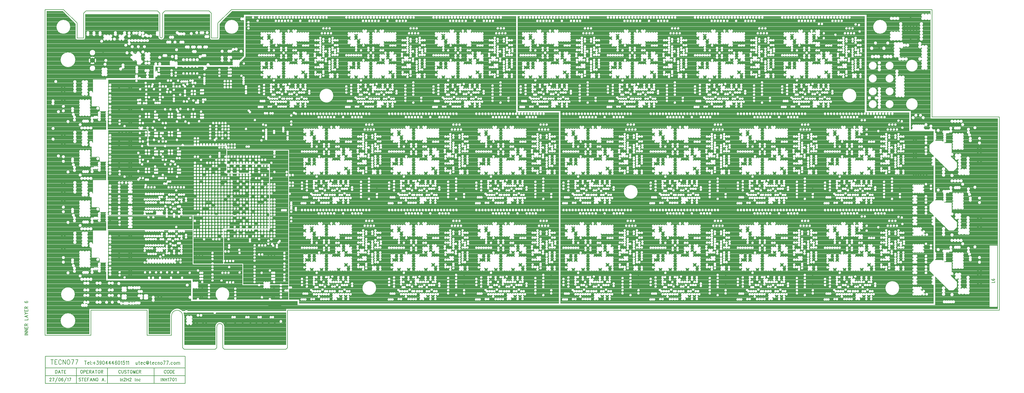
<source format=gbr>
%FSLAX35Y35*%
%MOIN*%
%SFA1.000B1.000*%

G04 Copyright (c) 2015-2018 in2H2 inc.
G04 System developed for in2H2 inc. by Intermotion Technology, Inc.
G04 
G04 Full system RTL, C sources and board design files available at https://github.com/nearist
G04 
G04 in2H2 inc. Team Members:
G04 - Chris McCormick - Algorithm Research and Design
G04 - Matt McCormick - Board Production, System Q/A
G04 
G04 Intermotion Technology Inc. Team Members:
G04 - Mick Fandrich - Project Lead
G04 - Dr. Ludovico Minati - Board Architecture and Design, FPGA Technology Advisor
G04 - Vardan Movsisyan - RTL Team Lead
G04 - Khachatur Gyozalyan - RTL Design
G04 - Tigran Papazyan - RTL Design
G04 - Taron Harutyunyan - RTL Design
G04 - Hayk Ghaltaghchyan - System Software
G04 
G04 Tecno77 S.r.l. Team Members:
G04 - Stefano Aldrigo, Board Layout Design
G04 
G04 We dedicate this project to the memory of Bruce McCormick, an AI pioneer
G04 and advocate, a good friend and father.
G04 
G04 These materials are provided free of charge: you can redistribute them and/or modify  
G04 them under the terms of the GNU General Public License as published by  
G04 the Free Software Foundation, version 3.
G04 
G04 These materials are distributed in the hope that they will be useful, but 
G04 WITHOUT ANY WARRANTY; without even the implied warranty of 
G04 MERCHANTABILITY or FITNESS FOR A PARTICULAR PURPOSE. See the GNU 
G04 General Public License for more details.
G04 In particular, this design should be treated as UNVERIFIED and UNCERTIFIED
G04 
G04 You should have received a copy of the GNU General Public License 
G04 along with this design. If not, see <http://www.gnu.org/licenses/>.

%FSLAX35Y35*%
%MOIN*%
%SFA1.000B1.000*%

%MIA0B0*%
%IPPOS*%
%ADD11C,0.00800*%
%ADD24C,0.06500*%
%ADD56C,0.01969*%
%ADD65C,0.00591*%
%ADD66C,0.02362*%
%ADD77C,0.00700*%
%ADD80C,0.01772*%
%ADD81C,0.00394*%
%ADD84C,0.01500*%
%LNlayer6.gbr*%
%LPD*%
G54D24*X161024Y472047D03*G54D66*X307283Y133465D03*Y137402D03*X291732D03*X295669D03*X303346D03*X295669Y133465D03*X303346D03*X291732D03*X354528Y135827D03*Y133071D03*X344685Y135827D03*Y133071D03*X332874Y135827D03*Y133071D03*X395866Y135827D03*Y133071D03*X387992Y135827D03*Y133071D03*X380118Y135827D03*Y133071D03*X372244Y135827D03*Y133071D03*X364370Y135827D03*Y133071D03*X407677Y135827D03*Y133071D03*X245669Y159055D03*Y162992D03*Y166929D03*Y170866D03*X249606D03*Y166929D03*Y162992D03*Y159055D03*X400197D03*X394291Y156102D03*X391339D03*X388386D03*Y159055D03*X391339D03*X394291D03*X397244D03*Y156102D03*X400197D03*X403150D03*Y153150D03*X406102D03*X1300787Y184646D03*X1304724D03*Y180709D03*X1300787D03*X1304724Y188583D03*X1300787D03*X125591Y225984D03*X121654D03*Y229921D03*X125591D03*X195472Y224016D03*Y218110D03*Y227953D03*Y210236D03*Y214173D03*Y204331D03*X211024Y214173D03*Y218110D03*Y224016D03*Y200394D03*Y196457D03*Y192520D03*X208268D03*Y196457D03*Y224016D03*Y218110D03*X211024Y227953D03*X208268D03*Y214173D03*Y210236D03*X211024D03*Y204331D03*X208268D03*Y200394D03*X1300787Y204331D03*X1304724D03*X1300787Y200394D03*Y196457D03*X1304724Y200394D03*Y196457D03*Y192520D03*X1300787D03*X121654Y237795D03*Y233858D03*X125591D03*Y237795D03*X121654Y241732D03*Y245669D03*Y249606D03*X125591Y241732D03*Y245669D03*Y249606D03*X195472Y231890D03*X199409Y249606D03*X195472D03*Y245669D03*Y237795D03*Y241732D03*X183661Y269291D03*Y261417D03*Y265354D03*X204331Y249606D03*X208268D03*X211024D03*Y237795D03*X208268Y241732D03*X211024D03*Y245669D03*X208268D03*Y237795D03*Y231890D03*X211024D03*X1304724Y265354D03*Y269291D03*X1300787Y257480D03*X1304724D03*Y261417D03*X1300787D03*Y265354D03*Y269291D03*X121654Y290945D03*X125591D03*X121654Y302756D03*Y306693D03*X125591Y294882D03*X121654D03*Y298819D03*X125591Y306693D03*Y302756D03*Y298819D03*X1300787Y273228D03*X1304724D03*Y277165D03*Y281102D03*X1300787D03*Y277165D03*X125591Y314567D03*X121654D03*Y310630D03*X125591D03*X195472Y348031D03*Y334252D03*Y340157D03*Y344094D03*X211024Y334252D03*X208268Y326378D03*Y322441D03*X211024D03*Y326378D03*Y330315D03*X208268Y334252D03*Y340157D03*X211024D03*X208268Y348031D03*X211024D03*Y344094D03*X208268D03*Y330315D03*X1218110Y324409D03*X1221063D03*X1224016D03*Y328346D03*X1221063D03*X1218110D03*X1221063Y346063D03*X1218110D03*Y342126D03*Y338189D03*Y332283D03*X1221063D03*Y338189D03*Y342126D03*X1234843Y324409D03*X1230906D03*X1226969D03*Y328346D03*X1224016Y332283D03*X1226969D03*X1230906Y328346D03*X1300787Y334252D03*X1304724D03*Y338189D03*X1300787D03*Y350000D03*Y346063D03*Y342126D03*X1304724D03*Y346063D03*Y350000D03*X125591Y355906D03*X121654D03*Y359843D03*X125591Y375591D03*X121654D03*Y379528D03*X125591D03*Y367717D03*Y371654D03*X121654D03*Y367717D03*Y363780D03*X125591D03*Y359843D03*X199409Y379528D03*X195472Y353937D03*Y357874D03*Y361811D03*Y367717D03*Y379528D03*Y375591D03*Y371654D03*X208268Y387402D03*X211024D03*X208268Y357874D03*Y353937D03*X211024D03*Y357874D03*X204331Y379528D03*X208268Y375591D03*Y379528D03*X211024D03*Y375591D03*Y371654D03*Y367717D03*Y361811D03*X208268D03*Y367717D03*Y371654D03*X1218110Y351969D03*X1221063D03*Y355906D03*X1218110D03*Y359843D03*Y373622D03*Y369685D03*Y365748D03*X1221063D03*Y359843D03*X1218110Y379528D03*X1229921D03*X1226969D03*X1224016D03*X1221063Y369685D03*Y373622D03*Y379528D03*X1304724Y353937D03*Y357874D03*X1300787D03*Y353937D03*X125591Y420866D03*X121654D03*Y424803D03*Y428740D03*X125591D03*Y424803D03*X195472Y412992D03*Y418898D03*Y422835D03*Y426772D03*Y409055D03*Y405118D03*Y399213D03*X211024Y412992D03*Y409055D03*Y405118D03*Y391339D03*Y395276D03*Y399213D03*X208268Y405118D03*Y426772D03*X211024Y418898D03*X208268D03*Y412992D03*Y409055D03*Y391339D03*X211024Y422835D03*X208268D03*X211024Y426772D03*X208268Y395276D03*Y399213D03*X121654Y432677D03*Y440551D03*Y436614D03*X125591D03*Y432677D03*X121654Y444488D03*X125591D03*Y440551D03*X199409Y444488D03*X195472Y432677D03*Y444488D03*Y440551D03*Y436614D03*X208268Y432677D03*X211024D03*X204331Y444488D03*X208268Y440551D03*Y444488D03*X211024D03*Y440551D03*Y436614D03*X208268D03*X1189567Y487795D03*X1173819D03*X1214173Y499606D03*X1223622D03*X1214173Y507480D03*X1223622D03*X359843Y532087D03*X355906D03*X351969D03*X348031D03*X344094D03*X340157D03*X363780D03*X1206299Y511417D03*Y515354D03*X1214173Y527165D03*X1222047Y519291D03*X1210236D03*Y511417D03*Y515354D03*X1214173Y523228D03*Y519291D03*Y515354D03*X1218110D03*Y519291D03*X1206299D03*X1218110Y511417D03*X1214173D03*X1222047Y515354D03*Y511417D03*G54D80*X300000Y166929D03*Y170866D03*Y174803D03*X302362Y178740D03*Y174803D03*Y170866D03*Y166929D03*X392520D03*Y170866D03*Y174803D03*X394882Y166929D03*Y170866D03*Y174803D03*Y178740D03*X639370Y187795D03*Y179921D03*Y183858D03*X751575Y179921D03*Y187795D03*Y183858D03*X863780Y179921D03*Y187795D03*Y183858D03*X975984Y179921D03*Y187795D03*Y183858D03*X1088189Y179921D03*Y187795D03*Y183858D03*X294882Y216142D03*X298819Y224016D03*X294882D03*Y220079D03*X298819D03*Y216142D03*X302756Y224016D03*Y220079D03*Y216142D03*X391339D03*X387402D03*Y224016D03*Y220079D03*X391339D03*Y224016D03*X395276Y216142D03*Y224016D03*Y220079D03*X379528Y229921D03*X383465D03*X465354Y224409D03*X459055D03*X471654Y227559D03*X452756D03*X564961D03*X571260Y224409D03*X577559D03*X583858Y227559D03*X639370Y195669D03*Y191732D03*X677165Y227559D03*X683465Y224409D03*X689764D03*X696063Y227559D03*X751575Y191732D03*Y195669D03*X789370Y227559D03*X795669Y224409D03*X801969D03*X808268Y227559D03*X863780Y191732D03*Y195669D03*X901575Y227559D03*X907874Y224409D03*X914173D03*X920472Y227559D03*X975984Y191732D03*Y195669D03*X1013780Y227559D03*X1020079Y224409D03*X1026378D03*X1032677Y227559D03*X1088189Y191732D03*Y195669D03*X1125984Y227559D03*X1132283Y224409D03*X1138583D03*X1144882Y227559D03*X229134Y261417D03*X233071D03*X237008D03*X202362Y257480D03*X244882Y261417D03*X262992D03*X278740D03*X274803D03*X259055D03*X240945D03*X270866D03*X266929D03*X332283Y241732D03*X344094D03*X351969Y249606D03*X359843D03*X336220Y253543D03*X344094Y249606D03*X351969Y265354D03*X344094Y269291D03*X340157Y261417D03*X348031Y257480D03*X359843Y265354D03*X355906Y269291D03*Y257480D03*X379528Y237795D03*X367717Y249606D03*X379528Y245669D03*X371654Y253543D03*X383465Y241732D03*Y237795D03*X375591D03*X371654Y261417D03*X363780Y257480D03*X452756Y230709D03*Y237008D03*X465354Y243307D03*X459055D03*X471654Y237008D03*Y230709D03*X452756Y240157D03*X471654Y243307D03*X583858D03*X577559D03*X571260D03*X564961Y240157D03*Y237008D03*Y230709D03*X583858Y237008D03*Y230709D03*X677165Y240157D03*Y237008D03*Y230709D03*X696063Y243307D03*X689764D03*X683465D03*X696063Y237008D03*Y230709D03*X795669Y243307D03*X789370Y240157D03*Y237008D03*Y230709D03*X808268Y243307D03*X801969D03*X808268Y237008D03*Y230709D03*X920472Y243307D03*X914173D03*X907874D03*X901575Y240157D03*Y237008D03*Y230709D03*X920472Y237008D03*Y230709D03*X1032677Y243307D03*X1026378D03*X1020079D03*X1013780Y240157D03*Y237008D03*Y230709D03*X1032677Y237008D03*Y230709D03*X1144882Y243307D03*X1138583D03*X1132283D03*X1125984Y240157D03*Y237008D03*Y230709D03*X1144882Y237008D03*Y230709D03*X236220Y270079D03*X242520D03*X275591Y270866D03*X259843D03*X344094Y273228D03*X332283Y292913D03*X344094Y277165D03*X336220Y296850D03*X344094D03*X351969Y281102D03*X355906Y285039D03*X351969Y308661D03*X348031Y277165D03*X359843Y281102D03*X348031Y285039D03*X359843Y288976D03*X348031Y292913D03*X359843Y300787D03*X348031Y304724D03*X359843Y308661D03*X344094D03*X355906Y277165D03*X344094Y285039D03*X440354Y275000D03*X432480D03*X436417D03*X444291D03*X448228D03*X491535D03*X511220D03*X519094D03*X515157D03*X487598D03*X527165Y303937D03*X560433Y275000D03*X556496D03*X552559D03*X544685D03*X527165Y307874D03*X548622Y275000D03*X599803D03*X639370Y303937D03*X603740Y275000D03*X623425D03*X627362D03*X639370Y307874D03*X631299Y275000D03*X668701D03*X664764D03*X660827D03*X656890D03*X672638D03*X715945D03*X712008D03*X751575Y303937D03*X735630Y275000D03*X739567D03*X751575Y307874D03*X743504Y275000D03*X769094D03*X773031D03*X776969D03*X784843D03*X780906D03*X828150D03*X824213D03*X855709D03*X851772D03*X847835D03*X881299D03*X885236D03*X889173D03*X893110D03*X897047D03*X940354D03*X960039D03*X936417D03*X975984Y303937D03*X993504Y275000D03*X967913D03*X963976D03*X975984Y307874D03*X997441Y275000D03*X1005315D03*X1001378D03*X1009252D03*X1080118D03*X1076181D03*X1072244D03*X1052559D03*X1048622D03*X1088189Y303937D03*X1105709Y275000D03*X1109646D03*X1113583D03*X1088189Y307874D03*X1117520Y275000D03*X1121457D03*X1160827D03*X1200394Y303937D03*X1192323Y275000D03*X1188386D03*X1184449D03*X1164764D03*X1200394Y307874D03*X348031Y320472D03*X344094Y316535D03*Y312598D03*X355906D03*X351969Y316535D03*X348031Y312598D03*X359843Y316535D03*X344094Y320472D03*X336220Y340157D03*X359843Y344094D03*X351969D03*X340157D03*X359843Y328346D03*X351969D03*X355906Y336220D03*X348031D03*X344094Y332283D03*X371654Y340157D03*X367717Y344094D03*X363780Y336220D03*X371654Y332283D03*X367717Y324409D03*X465354Y348425D03*X459055D03*X527165Y311811D03*Y315748D03*Y319685D03*X577559Y348425D03*X571260D03*X639370Y311811D03*Y315748D03*Y319685D03*X689764Y348425D03*X683465D03*X751575Y311811D03*Y315748D03*Y319685D03*X795669Y348425D03*X801969D03*X914173D03*X907874D03*X975984Y311811D03*Y315748D03*Y319685D03*X1026378Y348425D03*X1020079D03*X1088189Y311811D03*Y315748D03*Y319685D03*X1138583Y348425D03*X1132283D03*X1200394Y311811D03*Y315748D03*Y319685D03*X292913Y359843D03*X296850D03*X300787D03*X304724D03*X308661D03*X312598D03*X316535D03*X320472D03*X359843Y351969D03*X351969D03*X367717D03*X452756Y354724D03*Y361024D03*X465354Y367323D03*X459055D03*X471654Y361024D03*Y354724D03*Y351575D03*X452756Y364173D03*Y351575D03*X471654Y367323D03*X564961Y364173D03*Y361024D03*X571260Y367323D03*X583858Y361024D03*X577559Y367323D03*X564961Y354724D03*X583858D03*X564961Y351575D03*X583858D03*Y367323D03*X677165Y364173D03*Y361024D03*Y354724D03*Y351575D03*X683465Y367323D03*X696063Y361024D03*X689764Y367323D03*X696063Y354724D03*Y351575D03*Y367323D03*X789370Y364173D03*Y361024D03*X795669Y367323D03*X789370Y354724D03*Y351575D03*X808268Y361024D03*X801969Y367323D03*X808268Y354724D03*Y351575D03*Y367323D03*X901575Y364173D03*Y361024D03*X907874Y367323D03*X920472Y361024D03*X914173Y367323D03*X901575Y354724D03*X920472D03*X901575Y351575D03*X920472D03*Y367323D03*X1013780Y364173D03*Y361024D03*X1020079Y367323D03*X1032677Y361024D03*X1026378Y367323D03*X1013780Y354724D03*X1032677D03*X1013780Y351575D03*X1032677D03*Y367323D03*X1125984Y361024D03*Y354724D03*Y364173D03*X1132283Y367323D03*X1144882Y361024D03*Y354724D03*X1138583Y367323D03*X1144882Y351575D03*X1125984D03*X1144882Y367323D03*X110335Y406102D03*X436417Y399016D03*X440354D03*X432480D03*X444291D03*X448228D03*X491535D03*X519094D03*X515157D03*X511220D03*X487598D03*X556496D03*X552559D03*X544685D03*X548622D03*X560433D03*X584252Y427953D03*X599803Y399016D03*X631299D03*X627362D03*X623425D03*X603740D03*X672638D03*X668701D03*X664764D03*X660827D03*X656890D03*X696457Y427953D03*X715945Y399016D03*X712008D03*X743504D03*X739567D03*X735630D03*X780906D03*X776969D03*X769094D03*X773031D03*X784843D03*X808661Y427953D03*X828150Y399016D03*X824213D03*X847835D03*X855709D03*X851772D03*X881299D03*X885236D03*X889173D03*X893110D03*X897047D03*X920866Y427953D03*X940354Y399016D03*X960039D03*X936417D03*X993504D03*X997441D03*X967913D03*X963976D03*X1033071Y427953D03*X1001378Y399016D03*X1009252D03*X1005315D03*X1052559D03*X1072244D03*X1080118D03*X1076181D03*X1048622D03*X1117520D03*X1113583D03*X1105709D03*X1109646D03*X1160827D03*X1121457D03*X1164764D03*X1184449D03*X1192323D03*X1188386D03*X110335Y441535D03*X208760Y463189D03*Y460728D03*Y458268D03*Y455807D03*Y453346D03*X584252Y435827D03*Y431890D03*Y439764D03*Y443701D03*X696457Y435827D03*Y431890D03*Y439764D03*Y443701D03*X808661Y435827D03*Y431890D03*Y439764D03*Y443701D03*X920866Y435827D03*Y431890D03*Y439764D03*Y443701D03*X1033071Y435827D03*Y431890D03*Y439764D03*Y443701D03*X174803Y482874D03*X397638Y478740D03*Y485039D03*Y488189D03*Y475591D03*X410236Y472441D03*X403937D03*X410236Y491339D03*X403937D03*X416535Y485039D03*Y478740D03*Y475591D03*Y491339D03*X509843Y488189D03*Y485039D03*X516142Y491339D03*Y472441D03*X509843Y478740D03*Y475591D03*X522441Y472441D03*X528740Y485039D03*X522441Y491339D03*X528740Y478740D03*Y475591D03*Y491339D03*X622047Y488189D03*Y485039D03*X634646Y472441D03*X628346Y491339D03*Y472441D03*X634646Y491339D03*X622047Y478740D03*Y475591D03*X640945Y485039D03*Y478740D03*Y475591D03*Y491339D03*X734252Y488189D03*Y485039D03*X746850Y472441D03*X740551Y491339D03*Y472441D03*X753150Y485039D03*X746850Y491339D03*X734252Y478740D03*X753150D03*X734252Y475591D03*X753150D03*Y491339D03*X846457Y488189D03*Y485039D03*X859055Y472441D03*X852756Y491339D03*Y472441D03*X865354Y485039D03*X859055Y491339D03*X846457Y478740D03*X865354D03*X846457Y475591D03*X865354D03*Y491339D03*X958661Y488189D03*Y485039D03*Y478740D03*Y475591D03*X971260Y472441D03*X964961Y491339D03*Y472441D03*X977559Y485039D03*X971260Y491339D03*X977559Y478740D03*Y475591D03*Y491339D03*X1077165Y472441D03*X1070866Y485039D03*Y478740D03*Y488189D03*X1077165Y491339D03*X1070866Y475591D03*X1083465Y472441D03*X1089764Y485039D03*Y478740D03*X1083465Y491339D03*X1089764Y475591D03*Y491339D03*X389173Y523031D03*X385236D03*X381299D03*X377362D03*X393110D03*X436417D03*X432480D03*X463976D03*X460039D03*X456102D03*X505315D03*X501378D03*X497441D03*X493504D03*X489567D03*X548622D03*X544685D03*X568307D03*X576181D03*X572244D03*X601772D03*X605709D03*X609646D03*X613583D03*X617520D03*X680512D03*X660827D03*X656890D03*X713976D03*X717913D03*X688386D03*X684449D03*X725787D03*X721850D03*X729724D03*X773031D03*X792717D03*X800591D03*X796654D03*X769094D03*X837992D03*X834055D03*X826181D03*X830118D03*X841929D03*X885236D03*X904921D03*X908858D03*X912795D03*X881299D03*X950197D03*X946260D03*X938386D03*X942323D03*X954134D03*X997441D03*X993504D03*X1017126D03*X1025000D03*X1021063D03*X1050591D03*X1054528D03*X1058465D03*X1066339D03*X1062402D03*X1109646D03*X1105709D03*X1129331D03*X1137205D03*X1133268D03*G54D81*X197441Y314526D03*X389567Y304684D03*Y269251D03*Y261455D03*X330512Y226022D03*X334449Y332322D03*Y359802D03*X1228937Y174841D03*X1082874Y422873D03*X801378Y298857D03*Y174841D03*G54D11*X100000Y117717D02*G01Y537598D01*X123819*X141339Y520079*Y500924*X149606*Y533024*X152606Y536024*X244806*X247806Y533024*Y502762*Y502762D02*G75*G03X251406Y502762I1800D01*Y502762D02*G01Y533024D01*X254406Y536024*X311106*X314106Y533024*Y500924*X322441*Y520079*X339961Y537598*X1241732*Y399213*X1328346*Y150197*X412200*Y102000*X410200Y100000*X330750*X328750Y102000*Y129296*Y129295D02*G03X321250Y129295I-3750J26D01*Y129296D02*G01Y102000D01*X319250Y100000*X279200*X277200Y102000*Y142947*Y142946D02*G03X262800Y142946I-7200J51D01*Y142947D02*G01Y117717D01*X231300*Y150197*X159055*Y117717*X100000*X100551Y91004D02*G01X280551D01*Y56004*X100551*Y91004*Y76004D02*G01X280551D01*X100551Y66004D02*G01X280551D01*X140551Y76004D02*G01Y56004D01*X180551Y76004D02*G01Y56004D01*X240551Y76004D02*G01Y56004D01*X109042Y86441D02*G01Y80404D01*X107451Y86441D02*G01X110633D01*X112678D02*G01Y80404D01*Y86441D02*G01X115633D01*X112678Y83566D02*G01X114497D01*X112678Y80404D02*G01X115633D01*X121088Y85004D02*G01X120860Y85579D01*X120406Y86154*X119951Y86441*X119042*X118588Y86154*X118133Y85579*X117906Y85004*X117678Y84141*Y82704*X117906Y81841*X118133Y81266*X118588Y80691*X119042Y80404*X119951*X120406Y80691*X120860Y81266*X121088Y81841*X123133Y86441D02*G01Y80404D01*Y86441D02*G01X126315Y80404D01*Y86441D02*G01Y80404D01*X129724Y86441D02*G01X129269Y86154D01*X128815Y85579*X128588Y85004*X128360Y84141*Y82704*X128588Y81841*X128815Y81266*X129269Y80691*X129724Y80404*X130633*X131088Y80691*X131542Y81266*X131769Y81841*X131997Y82704*Y84141*X131769Y85004*X131542Y85579*X131088Y86154*X130633Y86441*X129724*X137224D02*G01X134951Y80404D01*X134042Y86441D02*G01X137224D01*X142451D02*G01X140178Y80404D01*X139269Y86441D02*G01X142451D01*X73878Y118117D02*G01X77946D01*X73878Y119548D02*G01X77946D01*X73878D02*G01X77946Y121776D01*X73878D02*G01X77946D01*X73878Y123207D02*G01X77946D01*X73878D02*G01X77946Y125435D01*X73878D02*G01X77946D01*X73878Y126867D02*G01X77946D01*X73878D02*G01Y128935D01*X75815Y126867D02*G01Y128139D01*X77946Y126867D02*G01Y128935D01*X73878Y130367D02*G01X77946D01*X73878D02*G01Y131798D01*X74071Y132276*X74265Y132435*X74653Y132594*X75040*X75428Y132435*X75621Y132276*X75815Y131798*Y130367*Y131480D02*G01X77946Y132594D01*X73878Y137685D02*G01X77946D01*Y139594*X73878Y142298D02*G01X77946Y141026D01*X73878Y142298D02*G01X77946Y143571D01*X76590Y141503D02*G01Y143094D01*X73878Y145003D02*G01X75815Y146276D01*X77946*X73878Y147548D02*G01X75815Y146276D01*X73878Y148980D02*G01X77946D01*X73878D02*G01Y151048D01*X75815Y148980D02*G01Y150253D01*X77946Y148980D02*G01Y151048D01*X73878Y152480D02*G01X77946D01*X73878D02*G01Y153912D01*X74071Y154389*X74265Y154548*X74653Y154707*X75040*X75428Y154548*X75621Y154389*X75815Y153912*Y152480*Y153594D02*G01X77946Y154707D01*X74459Y161707D02*G01X74071Y161548D01*X73878Y161071*Y160753*X74071Y160276*X74653Y159957*X75621Y159798*X76590*X77365Y159957*X77753Y160276*X77946Y160753*Y160912*X77753Y161389*X77365Y161707*X76784Y161867*X76590*X76009Y161707*X75621Y161389*X75428Y160912*Y160753*X75621Y160276*X76009Y159957*X76590Y159798*G54D56*X249606Y159055D02*G01X388386D01*X394291D02*G01Y156102D01*X397244*X394291D02*G01X391339D01*Y159055*X388386D02*G01Y156102D01*X391339*X249606Y159055D02*G01X388386D01*X391339*X388386D02*G01X391339D01*X394291*X391339D02*G01X394291D01*X397244*X394291D02*G01X397244D01*X400197*X397244D02*G01Y156102D01*X400197*X397244D02*G01X400197D01*Y159055*X403150Y156102D02*G01X400197D01*X403150*Y153150*X406102*X403150*X363780Y532087D02*G01X359843D01*X355906*X351969*X348031*X344094*X340157*G54D65*X1318565Y185827D02*G01X1322441D01*Y187437*X1319119Y190256D02*G01X1318750Y190122D01*X1318565Y189719*Y189451*X1318750Y189048*X1319304Y188780*X1320226Y188645*X1321149*X1321887Y188780*X1322256Y189048*X1322441Y189451*Y189585*X1322256Y189987*X1321887Y190256*X1321334Y190390*X1321149*X1320595Y190256*X1320226Y189987*X1320042Y189585*Y189451*X1320226Y189048*X1320595Y188780*X1321149Y188645*G54D77*X113401Y72988D02*G01Y68854D01*Y72988D02*G01X114515D01*X114992Y72791*X115310Y72398*X115469Y72004*X115628Y71413*Y70429*X115469Y69838*X115310Y69445*X114992Y69051*X114515Y68854*X113401*X118333Y72988D02*G01X117060Y68854D01*X118333Y72988D02*G01X119606Y68854D01*X117538Y70232D02*G01X119128D01*X122151Y72988D02*G01Y68854D01*X121038Y72988D02*G01X123265D01*X124697D02*G01Y68854D01*Y72988D02*G01X126765D01*X124697Y71020D02*G01X125969D01*X124697Y68854D02*G01X126765D01*X106140Y62004D02*G01Y62201D01*X106299Y62595*X106458Y62791*X106776Y62988*X107413*X107731Y62791*X107890Y62595*X108049Y62201*Y61807*X107890Y61413*X107572Y60823*X105981Y58854*X108208*X111867Y62988D02*G01X110276Y58854D01*X109640Y62988D02*G01X111867D01*X116163Y63776D02*G01X113299Y57476D01*X118549Y62988D02*G01X118072Y62791D01*X117753Y62201*X117594Y61216*Y60626*X117753Y59641*X118072Y59051*X118549Y58854*X118867*X119344Y59051*X119663Y59641*X119822Y60626*Y61216*X119663Y62201*X119344Y62791*X118867Y62988*X118549*X123163Y62398D02*G01X123003Y62791D01*X122526Y62988*X122208*X121731Y62791*X121413Y62201*X121253Y61216*Y60232*X121413Y59445*X121731Y59051*X122208Y58854*X122367*X122844Y59051*X123163Y59445*X123322Y60035*Y60232*X123163Y60823*X122844Y61216*X122367Y61413*X122208*X121731Y61216*X121413Y60823*X121253Y60232*X127617Y63776D02*G01X124753Y57476D01*X129049Y62201D02*G01X129367Y62398D01*X129844Y62988*Y58854*X133503Y62988D02*G01X131913Y58854D01*X131276Y62988D02*G01X133503D01*X196935D02*G01Y58854D01*X198367Y61610D02*G01Y58854D01*Y60823D02*G01X198844Y61413D01*X199163Y61610*X199640*X199958Y61413*X200117Y60823*Y58854*X201708Y62004D02*G01Y62201D01*X201867Y62595*X202026Y62791*X202344Y62988*X202981*X203299Y62791*X203458Y62595*X203617Y62201*Y61807*X203458Y61413*X203140Y60823*X201549Y58854*X203776*X205208Y62988D02*G01Y58854D01*X207435Y62988D02*G01Y58854D01*X205208Y61020D02*G01X207435D01*X209026Y62004D02*G01Y62201D01*X209185Y62595*X209344Y62791*X209663Y62988*X210299*X210617Y62791*X210776Y62595*X210935Y62201*Y61807*X210776Y61413*X210458Y60823*X208867Y58854*X211094*X216185Y62988D02*G01Y58854D01*X217617Y61610D02*G01Y58854D01*Y60823D02*G01X218094Y61413D01*X218413Y61610*X218890*X219208Y61413*X219367Y60823*Y58854*X222708Y61020D02*G01X222390Y61413D01*X222072Y61610*X221594*X221276Y61413*X220958Y61020*X220799Y60429*Y60035*X220958Y59445*X221276Y59051*X221594Y58854*X222072*X222390Y59051*X222708Y59445*X255788Y72004D02*G01X255628Y72398D01*X255310Y72791*X254992Y72988*X254356*X254038Y72791*X253719Y72398*X253560Y72004*X253401Y71413*Y70429*X253560Y69838*X253719Y69445*X254038Y69051*X254356Y68854*X254992*X255310Y69051*X255628Y69445*X255788Y69838*X258174Y72988D02*G01X257856Y72791D01*X257538Y72398*X257378Y72004*X257219Y71413*Y70429*X257378Y69838*X257538Y69445*X257856Y69051*X258174Y68854*X258810*X259128Y69051*X259447Y69445*X259606Y69838*X259765Y70429*Y71413*X259606Y72004*X259447Y72398*X259128Y72791*X258810Y72988*X258174*X261197D02*G01Y68854D01*Y72988D02*G01X262310D01*X262788Y72791*X263106Y72398*X263265Y72004*X263424Y71413*Y70429*X263265Y69838*X263106Y69445*X262788Y69051*X262310Y68854*X261197*X264856Y72988D02*G01Y68854D01*Y72988D02*G01X266924D01*X264856Y71020D02*G01X266128D01*X264856Y68854D02*G01X266924D01*X197288Y72004D02*G01X197128Y72398D01*X196810Y72791*X196492Y72988*X195856*X195538Y72791*X195219Y72398*X195060Y72004*X194901Y71413*Y70429*X195060Y69838*X195219Y69445*X195538Y69051*X195856Y68854*X196492*X196810Y69051*X197128Y69445*X197288Y69838*X198719Y72988D02*G01Y70035D01*X198878Y69445*X199197Y69051*X199674Y68854*X199992*X200469Y69051*X200788Y69445*X200947Y70035*Y72988*X204606Y72398D02*G01X204288Y72791D01*X203810Y72988*X203174*X202697Y72791*X202378Y72398*Y72004*X202538Y71610*X202697Y71413*X203015Y71216*X203969Y70823*X204288Y70626*X204447Y70429*X204606Y70035*Y69445*X204288Y69051*X203810Y68854*X203174*X202697Y69051*X202378Y69445*X207151Y72988D02*G01Y68854D01*X206038Y72988D02*G01X208265D01*X210651D02*G01X210333Y72791D01*X210015Y72398*X209856Y72004*X209697Y71413*Y70429*X209856Y69838*X210015Y69445*X210333Y69051*X210651Y68854*X211288*X211606Y69051*X211924Y69445*X212083Y69838*X212242Y70429*Y71413*X212083Y72004*X211924Y72398*X211606Y72791*X211288Y72988*X210651*X213674D02*G01Y68854D01*Y72988D02*G01X214947Y68854D01*X216219Y72988D02*G01X214947Y68854D01*X216219Y72988D02*G01Y68854D01*X217651Y72988D02*G01Y68854D01*Y72988D02*G01X219719D01*X217651Y71020D02*G01X218924D01*X217651Y68854D02*G01X219719D01*X221151Y72988D02*G01Y68854D01*Y72988D02*G01X222583D01*X223060Y72791*X223219Y72595*X223378Y72201*Y71807*X223219Y71413*X223060Y71216*X222583Y71020*X221151*X222265D02*G01X223378Y68854D01*X146856Y72988D02*G01X146538Y72791D01*X146219Y72398*X146060Y72004*X145901Y71413*Y70429*X146060Y69838*X146219Y69445*X146538Y69051*X146856Y68854*X147492*X147810Y69051*X148128Y69445*X148288Y69838*X148447Y70429*Y71413*X148288Y72004*X148128Y72398*X147810Y72791*X147492Y72988*X146856*X149878D02*G01Y68854D01*Y72988D02*G01X151310D01*X151788Y72791*X151947Y72595*X152106Y72201*Y71610*X151947Y71216*X151788Y71020*X151310Y70823*X149878*X153538Y72988D02*G01Y68854D01*Y72988D02*G01X155606D01*X153538Y71020D02*G01X154810D01*X153538Y68854D02*G01X155606D01*X157038Y72988D02*G01Y68854D01*Y72988D02*G01X158469D01*X158947Y72791*X159106Y72595*X159265Y72201*Y71807*X159106Y71413*X158947Y71216*X158469Y71020*X157038*X158151D02*G01X159265Y68854D01*X161969Y72988D02*G01X160697Y68854D01*X161969Y72988D02*G01X163242Y68854D01*X161174Y70232D02*G01X162765D01*X165788Y72988D02*G01Y68854D01*X164674Y72988D02*G01X166901D01*X169288D02*G01X168969Y72791D01*X168651Y72398*X168492Y72004*X168333Y71413*Y70429*X168492Y69838*X168651Y69445*X168969Y69051*X169288Y68854*X169924*X170242Y69051*X170560Y69445*X170719Y69838*X170878Y70429*Y71413*X170719Y72004*X170560Y72398*X170242Y72791*X169924Y72988*X169288*X172310D02*G01Y68854D01*Y72988D02*G01X173742D01*X174219Y72791*X174378Y72595*X174538Y72201*Y71807*X174378Y71413*X174219Y71216*X173742Y71020*X172310*X173424D02*G01X174538Y68854D01*X249515Y62988D02*G01Y58854D01*X250947Y62988D02*G01Y58854D01*Y62988D02*G01X253174Y58854D01*Y62988D02*G01Y58854D01*X254606Y62988D02*G01Y58854D01*X256833Y62988D02*G01Y58854D01*X254606Y61020D02*G01X256833D01*X258265Y62201D02*G01X258583Y62398D01*X259060Y62988*Y58854*X262719Y62988D02*G01X261128Y58854D01*X260492Y62988D02*G01X262719D01*X265106D02*G01X264628Y62791D01*X264310Y62201*X264151Y61216*Y60626*X264310Y59641*X264628Y59051*X265106Y58854*X265424*X265901Y59051*X266219Y59641*X266378Y60626*Y61216*X266219Y62201*X265901Y62791*X265424Y62988*X265106*X267810Y62201D02*G01X268128Y62398D01*X268606Y62988*Y58854*X145969Y62398D02*G01X145651Y62791D01*X145174Y62988*X144538*X144060Y62791*X143742Y62398*Y62004*X143901Y61610*X144060Y61413*X144378Y61216*X145333Y60823*X145651Y60626*X145810Y60429*X145969Y60035*Y59445*X145651Y59051*X145174Y58854*X144538*X144060Y59051*X143742Y59445*X148515Y62988D02*G01Y58854D01*X147401Y62988D02*G01X149628D01*X151060D02*G01Y58854D01*Y62988D02*G01X153128D01*X151060Y61020D02*G01X152333D01*X151060Y58854D02*G01X153128D01*X154560Y62988D02*G01Y58854D01*Y62988D02*G01X156628D01*X154560Y61020D02*G01X155833D01*X159333Y62988D02*G01X158060Y58854D01*X159333Y62988D02*G01X160606Y58854D01*X158538Y60232D02*G01X160128D01*X162038Y62988D02*G01Y58854D01*Y62988D02*G01X164265Y58854D01*Y62988D02*G01Y58854D01*X166651Y62988D02*G01X166333Y62791D01*X166015Y62398*X165856Y62004*X165697Y61413*Y60429*X165856Y59838*X166015Y59445*X166333Y59051*X166651Y58854*X167288*X167606Y59051*X167924Y59445*X168083Y59838*X168242Y60429*Y61413*X168083Y62004*X167924Y62398*X167606Y62791*X167288Y62988*X166651*X174606D02*G01X173333Y58854D01*X174606Y62988D02*G01X175878Y58854D01*X173810Y60232D02*G01X175401D01*X177469Y59248D02*G01X177310Y59051D01*X177469Y58854*X177628Y59051*X177469Y59248*X152094Y84816D02*G01Y80354D01*X150901Y84816D02*G01X153288D01*X154822Y82054D02*G01X156867D01*Y82479*X156697Y82904*X156526Y83116*X156185Y83329*X155674*X155333Y83116*X154992Y82691*X154822Y82054*Y81629*X154992Y80991*X155333Y80566*X155674Y80354*X156185*X156526Y80566*X156867Y80991*X158401Y84816D02*G01Y80354D01*X160106Y83329D02*G01X159935Y83116D01*X160106Y82904*X160276Y83116*X160106Y83329*Y80779D02*G01X159935Y80566D01*X160106Y80354*X160276Y80566*X160106Y80779*X163344Y84179D02*G01Y80354D01*X161810Y82266D02*G01X164878D01*X166753Y84816D02*G01X168628D01*X167606Y83116*X168117*X168458Y82904*X168628Y82691*X168799Y82054*Y81629*X168628Y80991*X168288Y80566*X167776Y80354*X167265*X166753Y80566*X166583Y80779*X166413Y81204*X172549Y83329D02*G01X172378Y82691D01*X172038Y82266*X171526Y82054*X171356*X170844Y82266*X170503Y82691*X170333Y83329*Y83541*X170503Y84179*X170844Y84604*X171356Y84816*X171526*X172038Y84604*X172378Y84179*X172549Y83329*Y82266*X172378Y81204*X172038Y80566*X171526Y80354*X171185*X170674Y80566*X170503Y80991*X175106Y84816D02*G01X174594Y84604D01*X174253Y83966*X174083Y82904*Y82266*X174253Y81204*X174594Y80566*X175106Y80354*X175447*X175958Y80566*X176299Y81204*X176469Y82266*Y82904*X176299Y83966*X175958Y84604*X175447Y84816*X175106*X179708D02*G01X178003Y81841D01*X180560*X179708Y84816D02*G01Y80354D01*X183799Y84816D02*G01X182094Y81841D01*X184651*X183799Y84816D02*G01Y80354D01*X187890Y84816D02*G01X186185Y81841D01*X188742*X187890Y84816D02*G01Y80354D01*X192322Y84179D02*G01X192151Y84604D01*X191640Y84816*X191299*X190788Y84604*X190447Y83966*X190276Y82904*Y81841*X190447Y80991*X190788Y80566*X191299Y80354*X191469*X191981Y80566*X192322Y80991*X192492Y81629*Y81841*X192322Y82479*X191981Y82904*X191469Y83116*X191299*X190788Y82904*X190447Y82479*X190276Y81841*X195049Y84816D02*G01X194538Y84604D01*X194197Y83966*X194026Y82904*Y82266*X194197Y81204*X194538Y80566*X195049Y80354*X195390*X195901Y80566*X196242Y81204*X196413Y82266*Y82904*X196242Y83966*X195901Y84604*X195390Y84816*X195049*X197947Y83966D02*G01X198288Y84179D01*X198799Y84816*Y80354*X202549Y84816D02*G01X200844D01*X200674Y82904*X200844Y83116*X201356Y83329*X201867*X202378Y83116*X202719Y82691*X202890Y82054*X202719Y81629*X202549Y80991*X202208Y80566*X201697Y80354*X201185*X200674Y80566*X200503Y80779*X200333Y81204*X204424Y83966D02*G01X204765Y84179D01*X205276Y84816*Y80354*X206810Y83966D02*G01X207151Y84179D01*X207663Y84816*Y80354*X217038Y83329D02*G01Y81204D01*X217208Y80566*X217549Y80354*X218060*X218401Y80566*X218913Y81204*Y83329D02*G01Y80354D01*X220958Y84816D02*G01Y81204D01*X221128Y80566*X221469Y80354*X221810*X220447Y83329D02*G01X221640D01*X223344Y82054D02*G01X225390D01*Y82479*X225219Y82904*X225049Y83116*X224708Y83329*X224197*X223856Y83116*X223515Y82691*X223344Y82054*Y81629*X223515Y80991*X223856Y80566*X224197Y80354*X224708*X225049Y80566*X225390Y80991*X228969Y82691D02*G01X228628Y83116D01*X228288Y83329*X227776*X227435Y83116*X227094Y82691*X226924Y82054*Y81629*X227094Y80991*X227435Y80566*X227776Y80354*X228288*X228628Y80566*X228969Y80991*X232719Y80566D02*G01X232038D01*X231185Y80779*X230844Y81204*X230503Y82054*Y83116*X230844Y84179*X231185Y84604*X232719*X233231Y84179*X233572Y83541*X233742Y82479*X233572Y81629*X233401Y81416*X232719Y81204D02*G01X232549Y81416D01*Y83541*Y83116D02*G01X232208Y83329D01*X231867*X231526Y83116*X231356Y82691*Y82266*X231526Y81841*X231867Y81629*X232208*X232549Y81841*X232719Y81204D02*G01X233231D01*X233401Y81416*X235788Y84816D02*G01Y81204D01*X235958Y80566*X236299Y80354*X236640*X235276Y83329D02*G01X236469D01*X238174Y82054D02*G01X240219D01*Y82479*X240049Y82904*X239878Y83116*X239538Y83329*X239026*X238685Y83116*X238344Y82691*X238174Y82054*Y81629*X238344Y80991*X238685Y80566*X239026Y80354*X239538*X239878Y80566*X240219Y80991*X243799Y82691D02*G01X243458Y83116D01*X243117Y83329*X242606*X242265Y83116*X241924Y82691*X241753Y82054*Y81629*X241924Y80991*X242265Y80566*X242606Y80354*X243117*X243458Y80566*X243799Y80991*X245333Y83329D02*G01Y80354D01*Y82479D02*G01X245844Y83116D01*X246185Y83329*X246697*X247038Y83116*X247208Y82479*Y80354*X249594Y83329D02*G01X249253Y83116D01*X248913Y82691*X248742Y82054*Y81629*X248913Y80991*X249253Y80566*X249594Y80354*X250106*X250447Y80566*X250788Y80991*X250958Y81629*Y82054*X250788Y82691*X250447Y83116*X250106Y83329*X249594*X254878Y84816D02*G01X253174Y80354D01*X252492Y84816D02*G01X254878D01*X258799D02*G01X257094Y80354D01*X256413Y84816D02*G01X258799D01*X260503Y80779D02*G01X260333Y80566D01*X260503Y80354*X260674Y80566*X260503Y80779*X264253Y82691D02*G01X263913Y83116D01*X263572Y83329*X263060*X262719Y83116*X262378Y82691*X262208Y82054*Y81629*X262378Y80991*X262719Y80566*X263060Y80354*X263572*X263913Y80566*X264253Y80991*X266640Y83329D02*G01X266299Y83116D01*X265958Y82691*X265788Y82054*Y81629*X265958Y80991*X266299Y80566*X266640Y80354*X267151*X267492Y80566*X267833Y80991*X268003Y81629*Y82054*X267833Y82691*X267492Y83116*X267151Y83329*X266640*X269538D02*G01Y80354D01*Y82479D02*G01X270049Y83116D01*X270390Y83329*X270901*X271242Y83116*X271413Y82479*Y80354*Y82479D02*G01X271924Y83116D01*X272265Y83329*X272776*X273117Y83116*X273288Y82479*Y80354*G54D81*X288780Y269291D02*G03X288780Y269291I-1772D01*X270669Y257480D02*G03X270669Y257480I-1771D01*X241142Y270079D02*G03X241142Y270079I-1772D01*X234843D02*G03X234843Y270079I-1772D01*X197736Y260433D02*G03X197736Y260433I-1771D01*Y264370D02*G03X197736Y264370I-1771D01*X197441Y269291D02*G03X197441Y269291I-1969D01*X405512Y135827D02*G03X405512Y135827I-1969D01*X361614Y277165D02*G03X361614Y277165I-1771D01*Y285039D02*G03X361614Y285039I-1771D01*Y292913D02*G03X361614Y292913I-1771D01*Y304724D02*G03X361614Y304724I-1771D01*Y312598D02*G03X361614Y312598I-1771D01*Y320472D02*G03X361614Y320472I-1771D01*X357677Y281102D02*G03X357677Y281102I-1771D01*Y288976D02*G03X357677Y288976I-1771D01*Y292913D02*G03X357677Y292913I-1771D01*Y300787D02*G03X357677Y300787I-1771D01*Y304724D02*G03X357677Y304724I-1771D01*Y308661D02*G03X357677Y308661I-1771D01*Y316535D02*G03X357677Y316535I-1771D01*Y320472D02*G03X357677Y320472I-1771D01*X353740Y277165D02*G03X353740Y277165I-1771D01*Y285039D02*G03X353740Y285039I-1771D01*Y288976D02*G03X353740Y288976I-1771D01*Y292913D02*G03X353740Y292913I-1771D01*Y300787D02*G03X353740Y300787I-1771D01*Y304724D02*G03X353740Y304724I-1771D01*Y312598D02*G03X353740Y312598I-1771D01*Y320472D02*G03X353740Y320472I-1771D01*X349803Y281102D02*G03X349803Y281102I-1772D01*Y288976D02*G03X349803Y288976I-1772D01*Y300787D02*G03X349803Y300787I-1772D01*Y308661D02*G03X349803Y308661I-1772D01*Y316535D02*G03X349803Y316535I-1772D01*X345866Y281102D02*G03X345866Y281102I-1772D01*Y292913D02*G03X345866Y292913I-1772D01*Y300787D02*G03X345866Y300787I-1772D01*X341929Y277165D02*G03X341929Y277165I-1772D01*Y281102D02*G03X341929Y281102I-1772D01*Y285039D02*G03X341929Y285039I-1772D01*Y288976D02*G03X341929Y288976I-1772D01*Y292913D02*G03X341929Y292913I-1772D01*Y296850D02*G03X341929Y296850I-1772D01*Y300787D02*G03X341929Y300787I-1772D01*Y304724D02*G03X341929Y304724I-1772D01*Y308661D02*G03X341929Y308661I-1772D01*Y312598D02*G03X341929Y312598I-1772D01*Y316535D02*G03X341929Y316535I-1772D01*X337992Y277165D02*G03X337992Y277165I-1772D01*Y281102D02*G03X337992Y281102I-1772D01*Y285039D02*G03X337992Y285039I-1772D01*Y288976D02*G03X337992Y288976I-1772D01*Y292913D02*G03X337992Y292913I-1772D01*Y300787D02*G03X337992Y300787I-1772D01*Y304724D02*G03X337992Y304724I-1772D01*Y308661D02*G03X337992Y308661I-1772D01*Y312598D02*G03X337992Y312598I-1772D01*Y316535D02*G03X337992Y316535I-1772D01*Y320472D02*G03X337992Y320472I-1772D01*X334055Y277165D02*G03X334055Y277165I-1772D01*Y281102D02*G03X334055Y281102I-1772D01*Y285039D02*G03X334055Y285039I-1772D01*Y288976D02*G03X334055Y288976I-1772D01*Y296850D02*G03X334055Y296850I-1772D01*Y300787D02*G03X334055Y300787I-1772D01*Y304724D02*G03X334055Y304724I-1772D01*Y308661D02*G03X334055Y308661I-1772D01*Y312598D02*G03X334055Y312598I-1772D01*Y320472D02*G03X334055Y320472I-1772D01*X330118Y277165D02*G03X330118Y277165I-1772D01*Y281102D02*G03X330118Y281102I-1772D01*Y285039D02*G03X330118Y285039I-1772D01*Y288976D02*G03X330118Y288976I-1772D01*Y292913D02*G03X330118Y292913I-1772D01*Y296850D02*G03X330118Y296850I-1772D01*Y300787D02*G03X330118Y300787I-1772D01*Y304724D02*G03X330118Y304724I-1772D01*Y308661D02*G03X330118Y308661I-1772D01*Y320472D02*G03X330118Y320472I-1772D01*Y344094D02*G03X330118Y344094I-1772D01*X326181Y277165D02*G03X326181Y277165I-1772D01*Y281102D02*G03X326181Y281102I-1772D01*Y285039D02*G03X326181Y285039I-1772D01*Y288976D02*G03X326181Y288976I-1772D01*Y292913D02*G03X326181Y292913I-1772D01*Y296850D02*G03X326181Y296850I-1772D01*Y300787D02*G03X326181Y300787I-1772D01*Y304724D02*G03X326181Y304724I-1772D01*Y308661D02*G03X326181Y308661I-1772D01*Y312598D02*G03X326181Y312598I-1772D01*Y316535D02*G03X326181Y316535I-1772D01*Y320472D02*G03X326181Y320472I-1772D01*Y324409D02*G03X326181Y324409I-1772D01*Y328346D02*G03X326181Y328346I-1772D01*Y332283D02*G03X326181Y332283I-1772D01*Y340157D02*G03X326181Y340157I-1772D01*Y344094D02*G03X326181Y344094I-1772D01*X322244Y277165D02*G03X322244Y277165I-1772D01*Y281102D02*G03X322244Y281102I-1772D01*Y285039D02*G03X322244Y285039I-1772D01*Y288976D02*G03X322244Y288976I-1772D01*Y292913D02*G03X322244Y292913I-1772D01*Y296850D02*G03X322244Y296850I-1772D01*Y300787D02*G03X322244Y300787I-1772D01*Y304724D02*G03X322244Y304724I-1772D01*Y308661D02*G03X322244Y308661I-1772D01*Y312598D02*G03X322244Y312598I-1772D01*Y316535D02*G03X322244Y316535I-1772D01*Y320472D02*G03X322244Y320472I-1772D01*Y324409D02*G03X322244Y324409I-1772D01*Y328346D02*G03X322244Y328346I-1772D01*Y336220D02*G03X322244Y336220I-1772D01*Y340157D02*G03X322244Y340157I-1772D01*Y344094D02*G03X322244Y344094I-1772D01*X318307Y277165D02*G03X318307Y277165I-1772D01*Y281102D02*G03X318307Y281102I-1772D01*Y288976D02*G03X318307Y288976I-1772D01*Y292913D02*G03X318307Y292913I-1772D01*Y296850D02*G03X318307Y296850I-1772D01*Y300787D02*G03X318307Y300787I-1772D01*Y304724D02*G03X318307Y304724I-1772D01*Y308661D02*G03X318307Y308661I-1772D01*Y312598D02*G03X318307Y312598I-1772D01*Y316535D02*G03X318307Y316535I-1772D01*Y320472D02*G03X318307Y320472I-1772D01*Y324409D02*G03X318307Y324409I-1772D01*Y336220D02*G03X318307Y336220I-1772D01*Y340157D02*G03X318307Y340157I-1772D01*X314370Y277165D02*G03X314370Y277165I-1772D01*Y281102D02*G03X314370Y281102I-1772D01*Y285039D02*G03X314370Y285039I-1772D01*Y292913D02*G03X314370Y292913I-1772D01*Y296850D02*G03X314370Y296850I-1772D01*Y300787D02*G03X314370Y300787I-1772D01*Y304724D02*G03X314370Y304724I-1772D01*Y308661D02*G03X314370Y308661I-1772D01*Y312598D02*G03X314370Y312598I-1772D01*Y316535D02*G03X314370Y316535I-1772D01*Y320472D02*G03X314370Y320472I-1772D01*Y324409D02*G03X314370Y324409I-1772D01*Y328346D02*G03X314370Y328346I-1772D01*Y332283D02*G03X314370Y332283I-1772D01*Y340157D02*G03X314370Y340157I-1772D01*Y348031D02*G03X314370Y348031I-1772D01*X310433Y277165D02*G03X310433Y277165I-1772D01*Y285039D02*G03X310433Y285039I-1772D01*Y292913D02*G03X310433Y292913I-1772D01*Y296850D02*G03X310433Y296850I-1772D01*Y300787D02*G03X310433Y300787I-1772D01*Y304724D02*G03X310433Y304724I-1772D01*Y308661D02*G03X310433Y308661I-1772D01*Y312598D02*G03X310433Y312598I-1772D01*Y316535D02*G03X310433Y316535I-1772D01*Y320472D02*G03X310433Y320472I-1772D01*Y324409D02*G03X310433Y324409I-1772D01*Y328346D02*G03X310433Y328346I-1772D01*Y340157D02*G03X310433Y340157I-1772D01*X306496Y277165D02*G03X306496Y277165I-1772D01*Y285039D02*G03X306496Y285039I-1772D01*Y288976D02*G03X306496Y288976I-1772D01*Y292913D02*G03X306496Y292913I-1772D01*Y296850D02*G03X306496Y296850I-1772D01*Y300787D02*G03X306496Y300787I-1772D01*Y304724D02*G03X306496Y304724I-1772D01*Y308661D02*G03X306496Y308661I-1772D01*Y312598D02*G03X306496Y312598I-1772D01*Y316535D02*G03X306496Y316535I-1772D01*Y320472D02*G03X306496Y320472I-1772D01*Y328346D02*G03X306496Y328346I-1772D01*Y332283D02*G03X306496Y332283I-1772D01*X302559Y277165D02*G03X302559Y277165I-1772D01*Y281102D02*G03X302559Y281102I-1772D01*Y285039D02*G03X302559Y285039I-1772D01*Y288976D02*G03X302559Y288976I-1772D01*Y292913D02*G03X302559Y292913I-1772D01*Y296850D02*G03X302559Y296850I-1772D01*Y300787D02*G03X302559Y300787I-1772D01*Y304724D02*G03X302559Y304724I-1772D01*Y308661D02*G03X302559Y308661I-1772D01*Y312598D02*G03X302559Y312598I-1772D01*Y320472D02*G03X302559Y320472I-1772D01*Y324409D02*G03X302559Y324409I-1772D01*Y328346D02*G03X302559Y328346I-1772D01*Y332283D02*G03X302559Y332283I-1772D01*Y336220D02*G03X302559Y336220I-1772D01*Y344094D02*G03X302559Y344094I-1772D01*X298622Y281102D02*G03X298622Y281102I-1772D01*Y285039D02*G03X298622Y285039I-1772D01*Y288976D02*G03X298622Y288976I-1772D01*Y292913D02*G03X298622Y292913I-1772D01*Y296850D02*G03X298622Y296850I-1772D01*Y300787D02*G03X298622Y300787I-1772D01*Y304724D02*G03X298622Y304724I-1772D01*Y308661D02*G03X298622Y308661I-1772D01*Y312598D02*G03X298622Y312598I-1772D01*Y316535D02*G03X298622Y316535I-1772D01*Y320472D02*G03X298622Y320472I-1772D01*Y324409D02*G03X298622Y324409I-1772D01*Y328346D02*G03X298622Y328346I-1772D01*Y332283D02*G03X298622Y332283I-1772D01*Y336220D02*G03X298622Y336220I-1772D01*Y348031D02*G03X298622Y348031I-1772D01*X294685Y281102D02*G03X294685Y281102I-1772D01*Y285039D02*G03X294685Y285039I-1772D01*Y288976D02*G03X294685Y288976I-1772D01*Y292913D02*G03X294685Y292913I-1772D01*Y300787D02*G03X294685Y300787I-1772D01*Y304724D02*G03X294685Y304724I-1772D01*Y308661D02*G03X294685Y308661I-1772D01*Y312598D02*G03X294685Y312598I-1772D01*Y316535D02*G03X294685Y316535I-1772D01*Y320472D02*G03X294685Y320472I-1772D01*Y324409D02*G03X294685Y324409I-1772D01*Y328346D02*G03X294685Y328346I-1772D01*Y332283D02*G03X294685Y332283I-1772D01*Y336220D02*G03X294685Y336220I-1772D01*Y340157D02*G03X294685Y340157I-1772D01*Y348031D02*G03X294685Y348031I-1772D01*X264764Y277165D02*G03X264764Y277165I-1772D01*X263189Y283071D02*G03X263189Y283071I-1772D01*X266339Y287008D02*G03X266339Y287008I-1772D01*X256890Y284252D02*G03X256890Y284252I-1772D01*X271063Y296063D02*G03X271063Y296063I-1772D01*X280512Y308661D02*G03X280512Y308661I-1772D01*X276575D02*G03X276575Y308661I-1772D01*X270669Y304724D02*G03X270669Y304724I-1771D01*X272638Y308661D02*G03X272638Y308661I-1772D01*X268701D02*G03X268701Y308661I-1772D01*X271555Y322441D02*G03X271555Y322441I-1772D01*X273032Y335236D02*G03X273032Y335236I-1772D01*X269095Y338189D02*G03X269095Y338189I-1772D01*X273032Y358858D02*G03X273032Y358858I-1772D01*X264764Y308661D02*G03X264764Y308661I-1772D01*X260827D02*G03X260827Y308661I-1772D01*X265158Y328346D02*G03X265158Y328346I-1772D01*Y332283D02*G03X265158Y332283I-1772D01*X261220Y328346D02*G03X261220Y328346I-1771D01*Y332283D02*G03X261220Y332283I-1771D01*X263189Y338189D02*G03X263189Y338189I-1772D01*X265158Y351969D02*G03X265158Y351969I-1772D01*Y355906D02*G03X265158Y355906I-1772D01*X261220Y351969D02*G03X261220Y351969I-1771D01*Y355906D02*G03X261220Y355906I-1771D01*X257283Y320472D02*G03X257283Y320472I-1771D01*X253346Y324409D02*G03X253346Y324409I-1771D01*X256299Y338189D02*G03X256299Y338189I-1771D01*X257283Y344094D02*G03X257283Y344094I-1771D01*X253346D02*G03X253346Y344094I-1771D01*Y348031D02*G03X253346Y348031I-1771D01*X250886Y350984D02*G03X250886Y350984I-1772D01*X242717Y308661D02*G03X242717Y308661I-1772D01*X238780D02*G03X238780Y308661I-1772D01*X241043Y322933D02*G03X241043Y322933I-1771D01*X243504Y335236D02*G03X243504Y335236I-1772D01*X241043Y346555D02*G03X241043Y346555I-1771D01*X243504Y358858D02*G03X243504Y358858I-1772D01*X234843Y308661D02*G03X234843Y308661I-1772D01*X235630Y328346D02*G03X235630Y328346I-1772D01*Y332283D02*G03X235630Y332283I-1772D01*X231693Y328346D02*G03X231693Y328346I-1772D01*Y332283D02*G03X231693Y332283I-1772D01*X234154Y342126D02*G03X234154Y342126I-1772D01*X235630Y351969D02*G03X235630Y351969I-1772D01*Y355906D02*G03X235630Y355906I-1772D01*X231693Y351969D02*G03X231693Y351969I-1772D01*Y355906D02*G03X231693Y355906I-1772D01*X227756Y320472D02*G03X227756Y320472I-1772D01*X226772Y338189D02*G03X226772Y338189I-1772D01*X227756Y344094D02*G03X227756Y344094I-1772D01*X221850Y329331D02*G03X221850Y329331I-1771D01*X223819Y348031D02*G03X223819Y348031I-1772D01*X226772Y361811D02*G03X226772Y361811I-1772D01*X227756Y367717D02*G03X227756Y367717I-1772D01*X221850Y352953D02*G03X221850Y352953I-1771D01*X223819Y367717D02*G03X223819Y367717I-1772D01*Y371654D02*G03X223819Y371654I-1772D01*Y378543D02*G03X223819Y378543I-1772D01*X204134Y322441D02*G03X204134Y322441I-1772D01*X197736Y325394D02*G03X197736Y325394I-1771D01*Y329331D02*G03X197736Y329331I-1771D01*X405315Y166929D02*G03X405315Y166929I-1772D01*Y170866D02*G03X405315Y170866I-1772D01*Y174803D02*G03X405315Y174803I-1772D01*Y178740D02*G03X405315Y178740I-1772D01*X380906Y166929D02*G03X380906Y166929I-1772D01*X352165Y198819D02*G03X352165Y198819I-1771D01*X346654Y169685D02*G03X346654Y169685I-1772D01*Y173622D02*G03X346654Y173622I-1772D01*Y177953D02*G03X346654Y177953I-1772D01*X343898Y186220D02*G03X343898Y186220I-1772D01*X339961D02*G03X339961Y186220I-1772D01*X336024D02*G03X336024Y186220I-1772D01*X337992Y198425D02*G03X337992Y198425I-1772D01*X338780Y205906D02*G03X338780Y205906I-1772D01*X334055Y198425D02*G03X334055Y198425I-1772D01*X328937Y188583D02*G03X328937Y188583I-1772D01*X330118Y198425D02*G03X330118Y198425I-1772D01*X317323Y188583D02*G03X317323Y188583I-1772D01*Y192520D02*G03X317323Y192520I-1772D01*Y196457D02*G03X317323Y196457I-1772D01*Y202362D02*G03X317323Y202362I-1772D01*Y206299D02*G03X317323Y206299I-1772D01*X312795Y166929D02*G03X312795Y166929I-1771D01*Y170866D02*G03X312795Y170866I-1771D01*Y174803D02*G03X312795Y174803I-1771D01*Y178740D02*G03X312795Y178740I-1771D01*Y182677D02*G03X312795Y182677I-1771D01*X304134Y186614D02*G03X304134Y186614I-1772D01*X298622Y201378D02*G03X298622Y201378I-1772D01*X287992Y198425D02*G03X287992Y198425I-1772D01*X273032Y199016D02*G03X273032Y199016I-1772D01*X265158D02*G03X265158Y199016I-1772D01*X258858D02*G03X258858Y199016I-1771D01*X250984D02*G03X250984Y199016I-1771D01*X244685D02*G03X244685Y199016I-1772D01*X236811D02*G03X236811Y199016I-1772D01*X230512D02*G03X230512Y199016I-1772D01*X264764Y229921D02*G03X264764Y229921I-1772D01*X263189Y235827D02*G03X263189Y235827I-1772D01*X266339Y239764D02*G03X266339Y239764I-1772D01*X254134Y221260D02*G03X254134Y221260I-1772D01*X250197Y219291D02*G03X250197Y219291I-1772D01*X258465Y238583D02*G03X258465Y238583I-1772D01*X271063Y248819D02*G03X271063Y248819I-1772D01*X197736Y195472D02*G03X197736Y195472I-1771D01*Y199409D02*G03X197736Y199409I-1771D01*X1304921Y212205D02*G03X1304921Y212205I-2165D01*Y218110D02*G03X1304921Y218110I-2165D01*Y288976D02*G03X1304921Y288976I-2165D01*Y294882D02*G03X1304921Y294882I-2165D01*Y365748D02*G03X1304921Y365748I-2165D01*Y371654D02*G03X1304921Y371654I-2165D01*X1299016Y231890D02*G03X1299016Y231890I-2166D01*Y308661D02*G03X1299016Y308661I-2166D01*Y385433D02*G03X1299016Y385433I-2166D01*X1269685Y170374D02*G03X1269685Y170374I-2362D01*Y323917D02*G03X1269685Y323917I-2362D01*X1251772Y305217D02*G03X1251772Y305217I-2166D01*X1283268Y312598D02*G03X1283268Y312598I-2166D01*X1269685Y247146D02*G03X1269685Y247146I-2362D01*X1251772Y228445D02*G03X1251772Y228445I-2166D01*X1283268Y235827D02*G03X1283268Y235827I-2166D01*Y389370D02*G03X1283268Y389370I-2166D01*X1251772Y381988D02*G03X1251772Y381988I-2166D01*X1232480Y398327D02*G03X1232480Y398327I-2165D01*X1228937Y401476D02*G03X1228937Y401476I-2165D01*X1219488Y398327D02*G03X1219488Y398327I-2165D01*X1223032Y401476D02*G03X1223032Y401476I-2166D01*X1223420Y415748D02*G03X1223420Y415748I-7672D01*Y465354D02*G03X1223420Y465354I-7672D01*X1192330Y415748D02*G03X1192330Y415748I-5322D01*Y432283D02*G03X1192330Y432283I-5322D01*Y448819D02*G03X1192330Y448819I-5322D01*Y465354D02*G03X1192330Y465354I-5322D01*X1186811Y494488D02*G03X1186811Y494488I-2165D01*X1182087Y487795D02*G03X1182087Y487795I-2363D01*X1170676Y415748D02*G03X1170676Y415748I-5322D01*X1176181Y469094D02*G03X1176181Y469094I-2362D01*X1163386Y423819D02*G03X1163386Y423819I-2362D01*X1170676Y432283D02*G03X1170676Y432283I-5322D01*Y448819D02*G03X1170676Y448819I-5322D01*Y465354D02*G03X1170676Y465354I-5322D01*X1171063Y494488D02*G03X1171063Y494488I-2165D01*X1166339Y487795D02*G03X1166339Y487795I-2363D01*X1183858Y515354D02*G03X1183858Y515354I-9055D01*X354528Y483858D02*G03X354528Y483858I-2166D01*X349213Y515354D02*G03X349213Y515354I-9056D01*X330118Y483858D02*G03X330118Y483858I-2165D01*X298032Y473031D02*G03X298032Y473031I-2166D01*X310827Y507874D02*G03X310827Y507874I-2166D01*X293602Y473031D02*G03X293602Y473031I-2165D01*X285236Y182677D02*G03X285236Y182677I-2165D01*X197146Y168898D02*G03X197146Y168898I-2166D01*Y184646D02*G03X197146Y184646I-2166D01*X188780Y160531D02*G03X188780Y160531I-2166D01*X181398D02*G03X181398Y160531I-2166D01*X289173Y473031D02*G03X289173Y473031I-2165D01*X297441Y507874D02*G03X297441Y507874I-2165D01*X284744Y473031D02*G03X284744Y473031I-2165D01*X280315D02*G03X280315Y473031I-2165D01*X290354Y506693D02*G03X290354Y506693I-2165D01*X271457Y485827D02*G03X271457Y485827I-2166D01*X266043Y476969D02*G03X266043Y476969I-2165D01*X269488Y495669D02*G03X269488Y495669I-2165D01*X249803Y475984D02*G03X249803Y475984I-2165D01*X228150Y483071D02*G03X228150Y483071I-2166D01*X230118Y489764D02*G03X230118Y489764I-2165D01*X222244D02*G03X222244Y489764I-2165D01*X214370D02*G03X214370Y489764I-2165D01*X207677Y481890D02*G03X207677Y481890I-2165D01*X206102Y491732D02*G03X206102Y491732I-2165D01*X191535Y499606D02*G03X191535Y499606I-2165D01*X170079Y215650D02*G03X170079Y215650I-2166D01*X147441Y194488D02*G03X147441Y194488I-2165D01*X170079Y280610D02*G03X170079Y280610I-2166D01*X147441Y259449D02*G03X147441Y259449I-2165D01*X170079Y345571D02*G03X170079Y345571I-2166D01*X179429Y467126D02*G03X179429Y467126I-2165D01*X180413Y472047D02*G03X180413Y472047I-2165D01*X175000Y496850D02*G03X175000Y496850I-2165D01*X147441Y324409D02*G03X147441Y324409I-2165D01*X170079Y410531D02*G03X170079Y410531I-2166D01*X147441Y389370D02*G03X147441Y389370I-2165D01*X164745Y462047D02*G03X164745Y462047I-3721D01*X166045Y472047D02*G03X166045Y472047I-5021D01*X164745Y482047D02*G03X164745Y482047I-3721D01*X139173Y136811D02*G03X139173Y136811I-9645D01*X138583Y170866D02*G03X138583Y170866I-9055D01*X131693Y198425D02*G03X131693Y198425I-2165D01*Y263386D02*G03X131693Y263386I-2165D01*Y328346D02*G03X131693Y328346I-2165D01*Y393307D02*G03X131693Y393307I-2165D01*X125787Y212205D02*G03X125787Y212205I-2165D01*Y218110D02*G03X125787Y218110I-2165D01*Y277165D02*G03X125787Y277165I-2165D01*Y283071D02*G03X125787Y283071I-2165D01*Y342126D02*G03X125787Y342126I-2165D01*Y348031D02*G03X125787Y348031I-2165D01*Y407087D02*G03X125787Y407087I-2165D01*Y412992D02*G03X125787Y412992I-2165D01*X139173Y473011D02*G03X139173Y473011I-9645D01*X119390Y349016D02*G03X119390Y349016I-2166D01*Y406102D02*G03X119390Y406102I-2166D01*X112500Y370669D02*G03X112500Y370669I-2165D01*Y384449D02*G03X112500Y384449I-2165D01*X115945Y444882D02*G03X115945Y444882I-2165D01*X132677Y515354D02*G03X132677Y515354I-9055D01*X409843Y188583D02*G03X409843Y188583I-1772D01*Y192520D02*G03X409843Y192520I-1772D01*Y196457D02*G03X409843Y196457I-1772D01*Y202362D02*G03X409843Y202362I-1772D01*Y206299D02*G03X409843Y206299I-1772D01*Y210236D02*G03X409843Y210236I-1772D01*Y216142D02*G03X409843Y216142I-1772D01*Y220079D02*G03X409843Y220079I-1772D01*Y224016D02*G03X409843Y224016I-1772D01*X393110Y340157D02*G03X393110Y340157I-1771D01*X385236Y344094D02*G03X385236Y344094I-1771D01*X381299D02*G03X381299Y344094I-1771D01*X377362D02*G03X377362Y344094I-1771D01*Y348031D02*G03X377362Y348031I-1771D01*X373425Y344094D02*G03X373425Y344094I-1771D01*Y348031D02*G03X373425Y348031I-1771D01*X369488D02*G03X369488Y348031I-1771D01*X365551Y344094D02*G03X365551Y344094I-1771D01*Y348031D02*G03X365551Y348031I-1771D01*X361614D02*G03X361614Y348031I-1771D01*X357677Y344094D02*G03X357677Y344094I-1771D01*Y348031D02*G03X357677Y348031I-1771D01*X353740D02*G03X353740Y348031I-1771D01*X349803Y344094D02*G03X349803Y344094I-1772D01*Y348031D02*G03X349803Y348031I-1772D01*X345866D02*G03X345866Y348031I-1772D01*X341929D02*G03X341929Y348031I-1772D01*X396654Y186614D02*G03X396654Y186614I-1772D01*X397047Y245669D02*G03X397047Y245669I-1771D01*Y249606D02*G03X397047Y249606I-1771D01*Y253543D02*G03X397047Y253543I-1771D01*Y257480D02*G03X397047Y257480I-1771D01*Y261417D02*G03X397047Y261417I-1771D01*Y265354D02*G03X397047Y265354I-1771D01*Y273228D02*G03X397047Y273228I-1771D01*Y277165D02*G03X397047Y277165I-1771D01*Y281102D02*G03X397047Y281102I-1771D01*Y285039D02*G03X397047Y285039I-1771D01*Y288976D02*G03X397047Y288976I-1771D01*Y292913D02*G03X397047Y292913I-1771D01*Y304724D02*G03X397047Y304724I-1771D01*Y308661D02*G03X397047Y308661I-1771D01*Y312598D02*G03X397047Y312598I-1771D01*Y328346D02*G03X397047Y328346I-1771D01*Y348031D02*G03X397047Y348031I-1771D01*X391142Y201378D02*G03X391142Y201378I-1772D01*X393110Y241732D02*G03X393110Y241732I-1771D01*Y245669D02*G03X393110Y245669I-1771D01*Y249606D02*G03X393110Y249606I-1771D01*X389173Y235827D02*G03X389173Y235827I-1771D01*Y239764D02*G03X389173Y239764I-1771D01*Y245669D02*G03X389173Y245669I-1771D01*Y249606D02*G03X389173Y249606I-1771D01*X385236Y233858D02*G03X385236Y233858I-1771D01*Y245669D02*G03X385236Y245669I-1771D01*Y249606D02*G03X385236Y249606I-1771D01*X380512Y198425D02*G03X380512Y198425I-1772D01*X381299Y222047D02*G03X381299Y222047I-1771D01*Y233858D02*G03X381299Y233858I-1771D01*Y249606D02*G03X381299Y249606I-1771D01*X377362Y222047D02*G03X377362Y222047I-1771D01*Y233858D02*G03X377362Y233858I-1771D01*Y241732D02*G03X377362Y241732I-1771D01*Y245669D02*G03X377362Y245669I-1771D01*Y249606D02*G03X377362Y249606I-1771D01*X371457Y186614D02*G03X371457Y186614I-1772D01*Y190551D02*G03X371457Y190551I-1772D01*Y194488D02*G03X371457Y194488I-1772D01*Y198425D02*G03X371457Y198425I-1772D01*Y202362D02*G03X371457Y202362I-1772D01*X371488Y206299D02*G03X371488Y206299I-1771D01*X371457Y214173D02*G03X371457Y214173I-1772D01*Y218110D02*G03X371457Y218110I-1772D01*Y222047D02*G03X371457Y222047I-1772D01*Y225984D02*G03X371457Y225984I-1772D01*Y229921D02*G03X371457Y229921I-1772D01*X371488Y233858D02*G03X371488Y233858I-1771D01*X373425Y245669D02*G03X373425Y245669I-1771D01*Y249606D02*G03X373425Y249606I-1771D01*X369488Y245669D02*G03X369488Y245669I-1771D01*X361614D02*G03X361614Y245669I-1771D01*X357677D02*G03X357677Y245669I-1771D01*Y249606D02*G03X357677Y249606I-1771D01*X352165Y224016D02*G03X352165Y224016I-1771D01*X351772Y227953D02*G03X351772Y227953I-1772D01*X353740Y245669D02*G03X353740Y245669I-1771D01*X349803D02*G03X349803Y245669I-1772D01*Y249606D02*G03X349803Y249606I-1772D01*X343898Y213780D02*G03X343898Y213780I-1772D01*X345866Y245669D02*G03X345866Y245669I-1772D01*X339961Y213780D02*G03X339961Y213780I-1772D01*X336024D02*G03X336024Y213780I-1772D01*X337992Y225984D02*G03X337992Y225984I-1772D01*Y241732D02*G03X337992Y241732I-1772D01*Y245669D02*G03X337992Y245669I-1772D01*Y249606D02*G03X337992Y249606I-1772D01*X385236Y261417D02*G03X385236Y261417I-1771D01*Y265354D02*G03X385236Y265354I-1771D01*Y269291D02*G03X385236Y269291I-1771D01*Y273228D02*G03X385236Y273228I-1771D01*Y277165D02*G03X385236Y277165I-1771D01*Y281102D02*G03X385236Y281102I-1771D01*Y285039D02*G03X385236Y285039I-1771D01*Y288976D02*G03X385236Y288976I-1771D01*Y296850D02*G03X385236Y296850I-1771D01*Y300787D02*G03X385236Y300787I-1771D01*Y304724D02*G03X385236Y304724I-1771D01*Y308661D02*G03X385236Y308661I-1771D01*Y324409D02*G03X385236Y324409I-1771D01*X381299Y261417D02*G03X381299Y261417I-1771D01*Y265354D02*G03X381299Y265354I-1771D01*Y269291D02*G03X381299Y269291I-1771D01*Y273228D02*G03X381299Y273228I-1771D01*Y277165D02*G03X381299Y277165I-1771D01*Y281102D02*G03X381299Y281102I-1771D01*Y285039D02*G03X381299Y285039I-1771D01*Y292913D02*G03X381299Y292913I-1771D01*Y300787D02*G03X381299Y300787I-1771D01*Y304724D02*G03X381299Y304724I-1771D01*Y312598D02*G03X381299Y312598I-1771D01*Y316535D02*G03X381299Y316535I-1771D01*Y324409D02*G03X381299Y324409I-1771D01*X377362Y261417D02*G03X377362Y261417I-1771D01*Y265354D02*G03X377362Y265354I-1771D01*Y269291D02*G03X377362Y269291I-1771D01*Y273228D02*G03X377362Y273228I-1771D01*Y277165D02*G03X377362Y277165I-1771D01*Y281102D02*G03X377362Y281102I-1771D01*Y285039D02*G03X377362Y285039I-1771D01*Y292913D02*G03X377362Y292913I-1771D01*Y296850D02*G03X377362Y296850I-1771D01*Y300787D02*G03X377362Y300787I-1771D01*Y304724D02*G03X377362Y304724I-1771D01*Y308661D02*G03X377362Y308661I-1771D01*Y312598D02*G03X377362Y312598I-1771D01*Y320472D02*G03X377362Y320472I-1771D01*Y328346D02*G03X377362Y328346I-1771D01*Y332283D02*G03X377362Y332283I-1771D01*X373425Y265354D02*G03X373425Y265354I-1771D01*Y269291D02*G03X373425Y269291I-1771D01*Y273228D02*G03X373425Y273228I-1771D01*Y277165D02*G03X373425Y277165I-1771D01*Y281102D02*G03X373425Y281102I-1771D01*Y285039D02*G03X373425Y285039I-1771D01*Y288976D02*G03X373425Y288976I-1771D01*Y292913D02*G03X373425Y292913I-1771D01*Y296850D02*G03X373425Y296850I-1771D01*Y300787D02*G03X373425Y300787I-1771D01*Y304724D02*G03X373425Y304724I-1771D01*Y308661D02*G03X373425Y308661I-1771D01*Y312598D02*G03X373425Y312598I-1771D01*Y320472D02*G03X373425Y320472I-1771D01*X369488Y261417D02*G03X369488Y261417I-1771D01*Y265354D02*G03X369488Y265354I-1771D01*Y269291D02*G03X369488Y269291I-1771D01*Y273228D02*G03X369488Y273228I-1771D01*Y281102D02*G03X369488Y281102I-1771D01*Y285039D02*G03X369488Y285039I-1771D01*Y288976D02*G03X369488Y288976I-1771D01*Y292913D02*G03X369488Y292913I-1771D01*Y300787D02*G03X369488Y300787I-1771D01*Y304724D02*G03X369488Y304724I-1771D01*Y312598D02*G03X369488Y312598I-1771D01*Y328346D02*G03X369488Y328346I-1771D01*Y332283D02*G03X369488Y332283I-1771D01*X365551D02*G03X365551Y332283I-1771D01*X361614D02*G03X361614Y332283I-1771D01*X353740D02*G03X353740Y332283I-1771D01*X349803D02*G03X349803Y332283I-1772D01*X341929D02*G03X341929Y332283I-1772D01*X365551Y261417D02*G03X365551Y261417I-1771D01*Y265354D02*G03X365551Y265354I-1771D01*Y269291D02*G03X365551Y269291I-1771D01*X361614Y261417D02*G03X361614Y261417I-1771D01*Y269291D02*G03X361614Y269291I-1771D01*X357677Y261417D02*G03X357677Y261417I-1771D01*Y265354D02*G03X357677Y265354I-1771D01*X353740Y261417D02*G03X353740Y261417I-1771D01*Y269291D02*G03X353740Y269291I-1771D01*X349803D02*G03X349803Y269291I-1772D01*X345866Y265354D02*G03X345866Y265354I-1772D01*X341929D02*G03X341929Y265354I-1772D01*Y269291D02*G03X341929Y269291I-1772D01*X337992Y261417D02*G03X337992Y261417I-1772D01*Y265354D02*G03X337992Y265354I-1772D01*Y269291D02*G03X337992Y269291I-1772D01*X334055Y261417D02*G03X334055Y261417I-1772D01*Y265354D02*G03X334055Y265354I-1772D01*Y269291D02*G03X334055Y269291I-1772D01*X330118Y257480D02*G03X330118Y257480I-1772D01*Y261417D02*G03X330118Y261417I-1772D01*Y265354D02*G03X330118Y265354I-1772D01*Y269291D02*G03X330118Y269291I-1772D01*X326181Y241732D02*G03X326181Y241732I-1772D01*Y249606D02*G03X326181Y249606I-1772D01*Y253543D02*G03X326181Y253543I-1772D01*Y257480D02*G03X326181Y257480I-1772D01*Y261417D02*G03X326181Y261417I-1772D01*Y265354D02*G03X326181Y265354I-1772D01*Y269291D02*G03X326181Y269291I-1772D01*X322244Y241732D02*G03X322244Y241732I-1772D01*Y245669D02*G03X322244Y245669I-1772D01*Y249606D02*G03X322244Y249606I-1772D01*Y253543D02*G03X322244Y253543I-1772D01*Y257480D02*G03X322244Y257480I-1772D01*Y261417D02*G03X322244Y261417I-1772D01*Y265354D02*G03X322244Y265354I-1772D01*Y269291D02*G03X322244Y269291I-1772D01*X317323Y216142D02*G03X317323Y216142I-1772D01*Y220079D02*G03X317323Y220079I-1772D01*Y224016D02*G03X317323Y224016I-1772D01*X318307Y241732D02*G03X318307Y241732I-1772D01*Y245669D02*G03X318307Y245669I-1772D01*Y249606D02*G03X318307Y249606I-1772D01*Y253543D02*G03X318307Y253543I-1772D01*Y257480D02*G03X318307Y257480I-1772D01*Y261417D02*G03X318307Y261417I-1772D01*Y265354D02*G03X318307Y265354I-1772D01*Y269291D02*G03X318307Y269291I-1772D01*X314370Y245669D02*G03X314370Y245669I-1772D01*Y249606D02*G03X314370Y249606I-1772D01*Y253543D02*G03X314370Y253543I-1772D01*Y257480D02*G03X314370Y257480I-1772D01*Y261417D02*G03X314370Y261417I-1772D01*Y265354D02*G03X314370Y265354I-1772D01*Y269291D02*G03X314370Y269291I-1772D01*X310433Y245669D02*G03X310433Y245669I-1772D01*Y249606D02*G03X310433Y249606I-1772D01*Y253543D02*G03X310433Y253543I-1772D01*Y257480D02*G03X310433Y257480I-1772D01*Y261417D02*G03X310433Y261417I-1772D01*Y265354D02*G03X310433Y265354I-1772D01*Y269291D02*G03X310433Y269291I-1772D01*X306496Y241732D02*G03X306496Y241732I-1772D01*Y245669D02*G03X306496Y245669I-1772D01*Y249606D02*G03X306496Y249606I-1772D01*Y253543D02*G03X306496Y253543I-1772D01*Y257480D02*G03X306496Y257480I-1772D01*Y261417D02*G03X306496Y261417I-1772D01*Y265354D02*G03X306496Y265354I-1772D01*Y269291D02*G03X306496Y269291I-1772D01*X302559Y245669D02*G03X302559Y245669I-1772D01*Y249606D02*G03X302559Y249606I-1772D01*Y253543D02*G03X302559Y253543I-1772D01*Y257480D02*G03X302559Y257480I-1772D01*Y261417D02*G03X302559Y261417I-1772D01*Y265354D02*G03X302559Y265354I-1772D01*X298622Y245669D02*G03X298622Y245669I-1772D01*Y249606D02*G03X298622Y249606I-1772D01*Y253543D02*G03X298622Y253543I-1772D01*X753346Y172047D02*G03X753346Y172047I-1771D01*Y175984D02*G03X753346Y175984I-1771D01*Y296063D02*G03X753346Y296063I-1771D01*Y300000D02*G03X753346Y300000I-1771D01*X749409Y259055D02*G03X749409Y259055I-1771D01*X743110Y169685D02*G03X743110Y169685I-1771D01*Y179921D02*G03X743110Y179921I-1771D01*Y183858D02*G03X743110Y183858I-1771D01*Y187795D02*G03X743110Y187795I-1771D01*Y191732D02*G03X743110Y191732I-1771D01*Y195669D02*G03X743110Y195669I-1771D01*X732874Y172047D02*G03X732874Y172047I-1772D01*Y175984D02*G03X732874Y175984I-1772D01*Y179921D02*G03X732874Y179921I-1772D01*Y183858D02*G03X732874Y183858I-1772D01*Y187795D02*G03X732874Y187795I-1772D01*Y191732D02*G03X732874Y191732I-1772D01*X745472Y259055D02*G03X745472Y259055I-1771D01*X747441Y265354D02*G03X747441Y265354I-1772D01*X749409Y383071D02*G03X749409Y383071I-1771D01*X741535Y259055D02*G03X741535Y259055I-1771D01*X743504Y265354D02*G03X743504Y265354I-1772D01*Y279331D02*G03X743504Y279331I-1772D01*X737598Y259055D02*G03X737598Y259055I-1771D01*X739567Y265354D02*G03X739567Y265354I-1772D01*Y279331D02*G03X739567Y279331I-1772D01*X743110Y293701D02*G03X743110Y293701I-1771D01*Y303937D02*G03X743110Y303937I-1771D01*Y307874D02*G03X743110Y307874I-1771D01*Y311811D02*G03X743110Y311811I-1771D01*Y315748D02*G03X743110Y315748I-1771D01*Y319685D02*G03X743110Y319685I-1771D01*X733465Y275000D02*G03X733465Y275000I-1772D01*X735630Y279331D02*G03X735630Y279331I-1772D01*X729528Y275000D02*G03X729528Y275000I-1772D01*X731693Y279331D02*G03X731693Y279331I-1772D01*X732874Y296063D02*G03X732874Y296063I-1772D01*Y300000D02*G03X732874Y300000I-1772D01*Y303937D02*G03X732874Y303937I-1772D01*Y307874D02*G03X732874Y307874I-1772D01*Y311811D02*G03X732874Y311811I-1772D01*Y315748D02*G03X732874Y315748I-1772D01*X725591Y275000D02*G03X725591Y275000I-1772D01*X727756Y279331D02*G03X727756Y279331I-1772D01*X745472Y383071D02*G03X745472Y383071I-1771D01*X747441Y389370D02*G03X747441Y389370I-1772D01*X741535Y383071D02*G03X741535Y383071I-1771D01*X743504Y389370D02*G03X743504Y389370I-1772D01*X737598Y383071D02*G03X737598Y383071I-1771D01*X739567Y389370D02*G03X739567Y389370I-1772D01*X733465Y399016D02*G03X733465Y399016I-1772D01*X729528D02*G03X729528Y399016I-1772D01*X711614Y176772D02*G03X711614Y176772I-1771D01*X705315Y179921D02*G03X705315Y179921I-1772D01*X702165Y182677D02*G03X702165Y182677I-1771D01*X695866Y193701D02*G03X695866Y193701I-1772D01*X683268Y176772D02*G03X683268Y176772I-1772D01*X686417Y180709D02*G03X686417Y180709I-1771D01*X684843Y186614D02*G03X684843Y186614I-1772D01*X721654Y275000D02*G03X721654Y275000I-1772D01*X723819Y279331D02*G03X723819Y279331I-1772D01*X725591Y399016D02*G03X725591Y399016I-1772D01*X719882Y279331D02*G03X719882Y279331I-1772D01*X715945D02*G03X715945Y279331I-1772D01*X709843Y275000D02*G03X709843Y275000I-1772D01*X712008Y279331D02*G03X712008Y279331I-1772D01*X708071D02*G03X708071Y279331I-1772D01*X704134D02*G03X704134Y279331I-1772D01*X675787Y198425D02*G03X675787Y198425I-1771D01*X688386Y233858D02*G03X688386Y233858I-1772D01*X698425Y275000D02*G03X698425Y275000I-1771D01*X700197Y279331D02*G03X700197Y279331I-1772D01*X694095Y275000D02*G03X694095Y275000I-1772D01*X696260Y279331D02*G03X696260Y279331I-1772D01*X711614Y300787D02*G03X711614Y300787I-1771D01*X705315Y303937D02*G03X705315Y303937I-1772D01*X690158Y275000D02*G03X690158Y275000I-1772D01*X692323Y279331D02*G03X692323Y279331I-1772D01*X663189Y180709D02*G03X663189Y180709I-1772D01*Y184646D02*G03X663189Y184646I-1772D01*Y188583D02*G03X663189Y188583I-1772D01*Y192520D02*G03X663189Y192520I-1772D01*X656890Y182677D02*G03X656890Y182677I-1772D01*Y186614D02*G03X656890Y186614I-1772D01*Y190551D02*G03X656890Y190551I-1772D01*X675787Y237008D02*G03X675787Y237008I-1771D01*X686220Y275000D02*G03X686220Y275000I-1771D01*X688386Y279331D02*G03X688386Y279331I-1772D01*X682283Y275000D02*G03X682283Y275000I-1771D01*X684449Y279331D02*G03X684449Y279331I-1772D01*X678346Y275000D02*G03X678346Y275000I-1771D01*X680512Y279331D02*G03X680512Y279331I-1772D01*X676575D02*G03X676575Y279331I-1772D01*X702165Y306693D02*G03X702165Y306693I-1771D01*X695866Y317717D02*G03X695866Y317717I-1772D01*X672638Y279331D02*G03X672638Y279331I-1772D01*X668701D02*G03X668701Y279331I-1772D01*X683268Y300787D02*G03X683268Y300787I-1772D01*X686417Y304724D02*G03X686417Y304724I-1771D01*X684843Y310630D02*G03X684843Y310630I-1772D01*X721654Y399016D02*G03X721654Y399016I-1772D01*X709843D02*G03X709843Y399016I-1772D01*X704134Y403346D02*G03X704134Y403346I-1772D01*X675787Y322441D02*G03X675787Y322441I-1771D01*X688386Y357874D02*G03X688386Y357874I-1772D01*X698425Y399016D02*G03X698425Y399016I-1771D01*X700197Y403346D02*G03X700197Y403346I-1772D01*X694095Y399016D02*G03X694095Y399016I-1772D01*X696260Y403346D02*G03X696260Y403346I-1772D01*X698228Y420079D02*G03X698228Y420079I-1771D01*Y424016D02*G03X698228Y424016I-1771D01*X690158Y399016D02*G03X690158Y399016I-1772D01*X692323Y403346D02*G03X692323Y403346I-1772D01*X694291Y507087D02*G03X694291Y507087I-1771D01*X664764Y279331D02*G03X664764Y279331I-1772D01*X660827D02*G03X660827Y279331I-1772D01*X656890D02*G03X656890Y279331I-1772D01*X663189Y304724D02*G03X663189Y304724I-1772D01*Y308661D02*G03X663189Y308661I-1772D01*Y312598D02*G03X663189Y312598I-1772D01*Y316535D02*G03X663189Y316535I-1772D01*X656890Y306693D02*G03X656890Y306693I-1772D01*Y310630D02*G03X656890Y310630I-1772D01*Y314567D02*G03X656890Y314567I-1772D01*X675787Y361024D02*G03X675787Y361024I-1771D01*X686220Y399016D02*G03X686220Y399016I-1771D01*X688386Y403346D02*G03X688386Y403346I-1772D01*X682283Y399016D02*G03X682283Y399016I-1771D01*X684449Y403346D02*G03X684449Y403346I-1772D01*X687992Y417717D02*G03X687992Y417717I-1772D01*Y427953D02*G03X687992Y427953I-1772D01*Y431890D02*G03X687992Y431890I-1772D01*Y435827D02*G03X687992Y435827I-1772D01*Y439764D02*G03X687992Y439764I-1772D01*Y443701D02*G03X687992Y443701I-1772D01*X678346Y399016D02*G03X678346Y399016I-1771D01*X680512Y403346D02*G03X680512Y403346I-1772D01*X676575D02*G03X676575Y403346I-1772D01*X677756Y420079D02*G03X677756Y420079I-1772D01*Y424016D02*G03X677756Y424016I-1772D01*Y427953D02*G03X677756Y427953I-1772D01*Y431890D02*G03X677756Y431890I-1772D01*Y435827D02*G03X677756Y435827I-1772D01*Y439764D02*G03X677756Y439764I-1772D01*X672638Y403346D02*G03X672638Y403346I-1772D01*X690354Y507087D02*G03X690354Y507087I-1771D01*X692323Y513386D02*G03X692323Y513386I-1772D01*X686417Y507087D02*G03X686417Y507087I-1771D01*X688386Y513386D02*G03X688386Y513386I-1772D01*X682480Y507087D02*G03X682480Y507087I-1771D01*X684449Y513386D02*G03X684449Y513386I-1772D01*X678346Y523031D02*G03X678346Y523031I-1771D01*X674409D02*G03X674409Y523031I-1771D01*X668701Y403346D02*G03X668701Y403346I-1772D01*X670472Y523031D02*G03X670472Y523031I-1771D01*X664764Y403346D02*G03X664764Y403346I-1772D01*X660827D02*G03X660827Y403346I-1772D01*X656890D02*G03X656890Y403346I-1772D01*X641142Y172047D02*G03X641142Y172047I-1772D01*Y175984D02*G03X641142Y175984I-1772D01*Y296063D02*G03X641142Y296063I-1772D01*Y300000D02*G03X641142Y300000I-1772D01*X637205Y259055D02*G03X637205Y259055I-1772D01*X630906Y169685D02*G03X630906Y169685I-1772D01*Y179921D02*G03X630906Y179921I-1772D01*Y183858D02*G03X630906Y183858I-1772D01*Y187795D02*G03X630906Y187795I-1772D01*Y191732D02*G03X630906Y191732I-1772D01*Y195669D02*G03X630906Y195669I-1772D01*X620669Y172047D02*G03X620669Y172047I-1771D01*Y175984D02*G03X620669Y175984I-1771D01*Y179921D02*G03X620669Y179921I-1771D01*Y183858D02*G03X620669Y183858I-1771D01*Y187795D02*G03X620669Y187795I-1771D01*Y191732D02*G03X620669Y191732I-1771D01*X633268Y259055D02*G03X633268Y259055I-1772D01*X635236Y265354D02*G03X635236Y265354I-1771D01*X656496Y424803D02*G03X656496Y424803I-1772D01*X650197Y427953D02*G03X650197Y427953I-1772D01*X637205Y383071D02*G03X637205Y383071I-1772D01*X629331Y259055D02*G03X629331Y259055I-1772D01*X631299Y265354D02*G03X631299Y265354I-1771D01*Y279331D02*G03X631299Y279331I-1771D01*X625394Y259055D02*G03X625394Y259055I-1772D01*X627362Y265354D02*G03X627362Y265354I-1771D01*Y279331D02*G03X627362Y279331I-1771D01*X630906Y293701D02*G03X630906Y293701I-1772D01*Y303937D02*G03X630906Y303937I-1772D01*Y307874D02*G03X630906Y307874I-1772D01*Y311811D02*G03X630906Y311811I-1772D01*Y315748D02*G03X630906Y315748I-1772D01*Y319685D02*G03X630906Y319685I-1772D01*X621260Y275000D02*G03X621260Y275000I-1772D01*X623425Y279331D02*G03X623425Y279331I-1771D01*X617323Y275000D02*G03X617323Y275000I-1772D01*X619488Y279331D02*G03X619488Y279331I-1771D01*X620669Y296063D02*G03X620669Y296063I-1771D01*Y300000D02*G03X620669Y300000I-1771D01*Y303937D02*G03X620669Y303937I-1771D01*Y307874D02*G03X620669Y307874I-1771D01*Y311811D02*G03X620669Y311811I-1771D01*Y315748D02*G03X620669Y315748I-1771D01*X613386Y275000D02*G03X613386Y275000I-1772D01*X615551Y279331D02*G03X615551Y279331I-1771D01*X633268Y383071D02*G03X633268Y383071I-1772D01*X635236Y389370D02*G03X635236Y389370I-1771D01*X629331Y383071D02*G03X629331Y383071I-1772D01*X631299Y389370D02*G03X631299Y389370I-1771D01*Y403346D02*G03X631299Y403346I-1771D01*X625394Y383071D02*G03X625394Y383071I-1772D01*X627362Y389370D02*G03X627362Y389370I-1771D01*Y403346D02*G03X627362Y403346I-1771D01*X621260Y399016D02*G03X621260Y399016I-1772D01*X623425Y403346D02*G03X623425Y403346I-1771D01*X647047Y430709D02*G03X647047Y430709I-1771D01*X640748Y441732D02*G03X640748Y441732I-1772D01*X617323Y399016D02*G03X617323Y399016I-1772D01*X619488Y403346D02*G03X619488Y403346I-1771D01*X599409Y176772D02*G03X599409Y176772I-1771D01*X593110Y179921D02*G03X593110Y179921I-1771D01*X589961Y182677D02*G03X589961Y182677I-1772D01*X583661Y193701D02*G03X583661Y193701I-1771D01*X571063Y176772D02*G03X571063Y176772I-1772D01*X574213Y180709D02*G03X574213Y180709I-1772D01*X572638Y186614D02*G03X572638Y186614I-1772D01*X609449Y275000D02*G03X609449Y275000I-1772D01*X611614Y279331D02*G03X611614Y279331I-1771D01*X613386Y399016D02*G03X613386Y399016I-1772D01*X615551Y403346D02*G03X615551Y403346I-1771D01*X607677Y279331D02*G03X607677Y279331I-1771D01*X603740D02*G03X603740Y279331I-1771D01*X597638Y275000D02*G03X597638Y275000I-1772D01*X599803Y279331D02*G03X599803Y279331I-1772D01*X595866D02*G03X595866Y279331I-1772D01*X591929D02*G03X591929Y279331I-1772D01*X563583Y198425D02*G03X563583Y198425I-1772D01*X576181Y233858D02*G03X576181Y233858I-1772D01*X586220Y275000D02*G03X586220Y275000I-1771D01*X587992Y279331D02*G03X587992Y279331I-1772D01*X581890Y275000D02*G03X581890Y275000I-1772D01*X584055Y279331D02*G03X584055Y279331I-1772D01*X599409Y300787D02*G03X599409Y300787I-1771D01*X593110Y303937D02*G03X593110Y303937I-1771D01*X577953Y275000D02*G03X577953Y275000I-1772D01*X580118Y279331D02*G03X580118Y279331I-1772D01*X550984Y180709D02*G03X550984Y180709I-1771D01*Y184646D02*G03X550984Y184646I-1771D01*Y188583D02*G03X550984Y188583I-1771D01*Y192520D02*G03X550984Y192520I-1771D01*X544685Y182677D02*G03X544685Y182677I-1772D01*Y186614D02*G03X544685Y186614I-1772D01*Y190551D02*G03X544685Y190551I-1772D01*X563583Y237008D02*G03X563583Y237008I-1772D01*X574016Y275000D02*G03X574016Y275000I-1772D01*X576181Y279331D02*G03X576181Y279331I-1772D01*X570079Y275000D02*G03X570079Y275000I-1772D01*X572244Y279331D02*G03X572244Y279331I-1772D01*X566142Y275000D02*G03X566142Y275000I-1772D01*X568307Y279331D02*G03X568307Y279331I-1772D01*X564370D02*G03X564370Y279331I-1772D01*X589961Y306693D02*G03X589961Y306693I-1772D01*X583661Y317717D02*G03X583661Y317717I-1771D01*X560433Y279331D02*G03X560433Y279331I-1772D01*X556496D02*G03X556496Y279331I-1772D01*X571063Y300787D02*G03X571063Y300787I-1772D01*X574213Y304724D02*G03X574213Y304724I-1772D01*X572638Y310630D02*G03X572638Y310630I-1772D01*X609449Y399016D02*G03X609449Y399016I-1772D01*X611614Y403346D02*G03X611614Y403346I-1771D01*X628150Y424803D02*G03X628150Y424803I-1772D01*X631299Y428740D02*G03X631299Y428740I-1771D01*X629724Y434646D02*G03X629724Y434646I-1771D01*X666535Y523031D02*G03X666535Y523031I-1771D01*X654724D02*G03X654724Y523031I-1771D01*X620669Y446457D02*G03X620669Y446457I-1771D01*X633268Y481890D02*G03X633268Y481890I-1772D01*X643307Y523031D02*G03X643307Y523031I-1772D01*X638976D02*G03X638976Y523031I-1771D01*X635039D02*G03X635039Y523031I-1771D01*X607677Y403346D02*G03X607677Y403346I-1771D01*X603740D02*G03X603740Y403346I-1771D01*X597638Y399016D02*G03X597638Y399016I-1772D01*X599803Y403346D02*G03X599803Y403346I-1772D01*X608071Y428740D02*G03X608071Y428740I-1772D01*Y432677D02*G03X608071Y432677I-1772D01*Y436614D02*G03X608071Y436614I-1772D01*Y440551D02*G03X608071Y440551I-1772D01*X601772Y430709D02*G03X601772Y430709I-1772D01*Y434646D02*G03X601772Y434646I-1772D01*Y438583D02*G03X601772Y438583I-1772D01*X620669Y485039D02*G03X620669Y485039I-1771D01*X631102Y523031D02*G03X631102Y523031I-1771D01*X627165D02*G03X627165Y523031I-1771D01*X623228D02*G03X623228Y523031I-1771D01*X595866Y403346D02*G03X595866Y403346I-1772D01*X591929D02*G03X591929Y403346I-1772D01*X563583Y322441D02*G03X563583Y322441I-1772D01*X576181Y357874D02*G03X576181Y357874I-1772D01*X586220Y399016D02*G03X586220Y399016I-1771D01*X587992Y403346D02*G03X587992Y403346I-1772D01*X581890Y399016D02*G03X581890Y399016I-1772D01*X584055Y403346D02*G03X584055Y403346I-1772D01*X586024Y420079D02*G03X586024Y420079I-1772D01*Y424016D02*G03X586024Y424016I-1772D01*X577953Y399016D02*G03X577953Y399016I-1772D01*X580118Y403346D02*G03X580118Y403346I-1772D01*X582087Y507087D02*G03X582087Y507087I-1772D01*X552559Y279331D02*G03X552559Y279331I-1772D01*X548622D02*G03X548622Y279331I-1772D01*X544685D02*G03X544685Y279331I-1772D01*X550984Y304724D02*G03X550984Y304724I-1771D01*Y308661D02*G03X550984Y308661I-1771D01*Y312598D02*G03X550984Y312598I-1771D01*Y316535D02*G03X550984Y316535I-1771D01*X544685Y306693D02*G03X544685Y306693I-1772D01*Y310630D02*G03X544685Y310630I-1772D01*Y314567D02*G03X544685Y314567I-1772D01*X563583Y361024D02*G03X563583Y361024I-1772D01*X574016Y399016D02*G03X574016Y399016I-1772D01*X576181Y403346D02*G03X576181Y403346I-1772D01*X570079Y399016D02*G03X570079Y399016I-1772D01*X572244Y403346D02*G03X572244Y403346I-1772D01*X575787Y417717D02*G03X575787Y417717I-1771D01*Y427953D02*G03X575787Y427953I-1771D01*Y431890D02*G03X575787Y431890I-1771D01*Y435827D02*G03X575787Y435827I-1771D01*Y439764D02*G03X575787Y439764I-1771D01*Y443701D02*G03X575787Y443701I-1771D01*X566142Y399016D02*G03X566142Y399016I-1772D01*X568307Y403346D02*G03X568307Y403346I-1772D01*X564370D02*G03X564370Y403346I-1772D01*X565551Y420079D02*G03X565551Y420079I-1771D01*Y424016D02*G03X565551Y424016I-1771D01*Y427953D02*G03X565551Y427953I-1771D01*Y431890D02*G03X565551Y431890I-1771D01*Y435827D02*G03X565551Y435827I-1771D01*Y439764D02*G03X565551Y439764I-1771D01*X560433Y403346D02*G03X560433Y403346I-1772D01*X578150Y507087D02*G03X578150Y507087I-1772D01*X580118Y513386D02*G03X580118Y513386I-1772D01*X574213Y507087D02*G03X574213Y507087I-1772D01*X576181Y513386D02*G03X576181Y513386I-1772D01*X570276Y507087D02*G03X570276Y507087I-1772D01*X572244Y513386D02*G03X572244Y513386I-1772D01*X566142Y523031D02*G03X566142Y523031I-1772D01*X562205D02*G03X562205Y523031I-1772D01*X556496Y403346D02*G03X556496Y403346I-1772D01*X558268Y523031D02*G03X558268Y523031I-1772D01*X552559Y403346D02*G03X552559Y403346I-1772D01*X548622D02*G03X548622Y403346I-1772D01*X544685D02*G03X544685Y403346I-1772D01*X526378Y178740D02*G03X526378Y178740I-9055D01*X528937Y296063D02*G03X528937Y296063I-1772D01*Y300000D02*G03X528937Y300000I-1772D01*X525000Y259055D02*G03X525000Y259055I-1772D01*X521063D02*G03X521063Y259055I-1772D01*X523032Y265354D02*G03X523032Y265354I-1772D01*X544291Y424803D02*G03X544291Y424803I-1771D01*X537992Y427953D02*G03X537992Y427953I-1772D01*X525000Y383071D02*G03X525000Y383071I-1772D01*X517126Y259055D02*G03X517126Y259055I-1772D01*X519095Y265354D02*G03X519095Y265354I-1772D01*Y279331D02*G03X519095Y279331I-1772D01*X513189Y259055D02*G03X513189Y259055I-1772D01*X515158Y265354D02*G03X515158Y265354I-1772D01*Y279331D02*G03X515158Y279331I-1772D01*X518701Y293701D02*G03X518701Y293701I-1772D01*Y303937D02*G03X518701Y303937I-1772D01*Y307874D02*G03X518701Y307874I-1772D01*Y311811D02*G03X518701Y311811I-1772D01*Y315748D02*G03X518701Y315748I-1772D01*Y319685D02*G03X518701Y319685I-1772D01*X509055Y275000D02*G03X509055Y275000I-1772D01*X511220Y279331D02*G03X511220Y279331I-1771D01*X505118Y275000D02*G03X505118Y275000I-1772D01*X507283Y279331D02*G03X507283Y279331I-1771D01*X508465Y296063D02*G03X508465Y296063I-1772D01*Y300000D02*G03X508465Y300000I-1772D01*Y303937D02*G03X508465Y303937I-1772D01*Y307874D02*G03X508465Y307874I-1772D01*Y311811D02*G03X508465Y311811I-1772D01*Y315748D02*G03X508465Y315748I-1772D01*X501181Y275000D02*G03X501181Y275000I-1772D01*X503346Y279331D02*G03X503346Y279331I-1771D01*X521063Y383071D02*G03X521063Y383071I-1772D01*X523032Y389370D02*G03X523032Y389370I-1772D01*X517126Y383071D02*G03X517126Y383071I-1772D01*X519095Y389370D02*G03X519095Y389370I-1772D01*Y403346D02*G03X519095Y403346I-1772D01*X513189Y383071D02*G03X513189Y383071I-1772D01*X515158Y389370D02*G03X515158Y389370I-1772D01*Y403346D02*G03X515158Y403346I-1772D01*X509055Y399016D02*G03X509055Y399016I-1772D01*X511220Y403346D02*G03X511220Y403346I-1771D01*X534843Y430709D02*G03X534843Y430709I-1772D01*X528543Y441732D02*G03X528543Y441732I-1771D01*X505118Y399016D02*G03X505118Y399016I-1772D01*X507283Y403346D02*G03X507283Y403346I-1771D01*X487205Y176772D02*G03X487205Y176772I-1772D01*X480906Y179921D02*G03X480906Y179921I-1772D01*X477756Y182677D02*G03X477756Y182677I-1772D01*X471457Y193701D02*G03X471457Y193701I-1772D01*X458858Y176772D02*G03X458858Y176772I-1771D01*X462008Y180709D02*G03X462008Y180709I-1772D01*X460433Y186614D02*G03X460433Y186614I-1772D01*X497244Y275000D02*G03X497244Y275000I-1772D01*X499409Y279331D02*G03X499409Y279331I-1771D01*X501181Y399016D02*G03X501181Y399016I-1772D01*X503346Y403346D02*G03X503346Y403346I-1771D01*X495472Y279331D02*G03X495472Y279331I-1771D01*X491535D02*G03X491535Y279331I-1771D01*X485433Y275000D02*G03X485433Y275000I-1772D01*X487598Y279331D02*G03X487598Y279331I-1771D01*X483661D02*G03X483661Y279331I-1771D01*X479724D02*G03X479724Y279331I-1771D01*X451378Y198425D02*G03X451378Y198425I-1772D01*X463976Y233858D02*G03X463976Y233858I-1771D01*X474016Y275000D02*G03X474016Y275000I-1772D01*X475787Y279331D02*G03X475787Y279331I-1771D01*X469685Y275000D02*G03X469685Y275000I-1772D01*X471850Y279331D02*G03X471850Y279331I-1771D01*X487205Y300787D02*G03X487205Y300787I-1772D01*X480906Y303937D02*G03X480906Y303937I-1772D01*X465748Y275000D02*G03X465748Y275000I-1772D01*X467913Y279331D02*G03X467913Y279331I-1771D01*X438780Y180709D02*G03X438780Y180709I-1772D01*Y184646D02*G03X438780Y184646I-1772D01*Y188583D02*G03X438780Y188583I-1772D01*Y192520D02*G03X438780Y192520I-1772D01*X432480Y182677D02*G03X432480Y182677I-1771D01*Y186614D02*G03X432480Y186614I-1771D01*Y190551D02*G03X432480Y190551I-1771D01*X451378Y237008D02*G03X451378Y237008I-1772D01*X461811Y275000D02*G03X461811Y275000I-1772D01*X463976Y279331D02*G03X463976Y279331I-1771D01*X457874Y275000D02*G03X457874Y275000I-1772D01*X460039Y279331D02*G03X460039Y279331I-1771D01*X453937Y275000D02*G03X453937Y275000I-1772D01*X456102Y279331D02*G03X456102Y279331I-1771D01*X452165D02*G03X452165Y279331I-1771D01*X477756Y306693D02*G03X477756Y306693I-1772D01*X471457Y317717D02*G03X471457Y317717I-1772D01*X448228Y279331D02*G03X448228Y279331I-1771D01*X444291D02*G03X444291Y279331I-1771D01*X458858Y300787D02*G03X458858Y300787I-1771D01*X462008Y304724D02*G03X462008Y304724I-1772D01*X460433Y310630D02*G03X460433Y310630I-1772D01*X497244Y399016D02*G03X497244Y399016I-1772D01*X499409Y403346D02*G03X499409Y403346I-1771D01*X515945Y424803D02*G03X515945Y424803I-1772D01*X519095Y428740D02*G03X519095Y428740I-1772D01*X517520Y434646D02*G03X517520Y434646I-1772D01*X554331Y523031D02*G03X554331Y523031I-1772D01*X542520D02*G03X542520Y523031I-1772D01*X508465Y446457D02*G03X508465Y446457I-1772D01*X521063Y481890D02*G03X521063Y481890I-1772D01*X531102Y523031D02*G03X531102Y523031I-1771D01*X526772D02*G03X526772Y523031I-1772D01*X522835D02*G03X522835Y523031I-1772D01*X495472Y403346D02*G03X495472Y403346I-1771D01*X491535D02*G03X491535Y403346I-1771D01*X485433Y399016D02*G03X485433Y399016I-1772D01*X487598Y403346D02*G03X487598Y403346I-1771D01*X495866Y428740D02*G03X495866Y428740I-1772D01*Y432677D02*G03X495866Y432677I-1772D01*Y436614D02*G03X495866Y436614I-1772D01*Y440551D02*G03X495866Y440551I-1772D01*X489567Y430709D02*G03X489567Y430709I-1772D01*Y434646D02*G03X489567Y434646I-1772D01*Y438583D02*G03X489567Y438583I-1772D01*X508465Y485039D02*G03X508465Y485039I-1772D01*X518898Y523031D02*G03X518898Y523031I-1772D01*X514961D02*G03X514961Y523031I-1772D01*X511024D02*G03X511024Y523031I-1772D01*X483661Y403346D02*G03X483661Y403346I-1771D01*X479724D02*G03X479724Y403346I-1771D01*X451378Y322441D02*G03X451378Y322441I-1772D01*X463976Y357874D02*G03X463976Y357874I-1771D01*X474016Y399016D02*G03X474016Y399016I-1772D01*X475787Y403346D02*G03X475787Y403346I-1771D01*X469685Y399016D02*G03X469685Y399016I-1772D01*X471850Y403346D02*G03X471850Y403346I-1771D01*X465748Y399016D02*G03X465748Y399016I-1772D01*X467913Y403346D02*G03X467913Y403346I-1771D01*X440354Y279331D02*G03X440354Y279331I-1771D01*X436417D02*G03X436417Y279331I-1771D01*X432480D02*G03X432480Y279331I-1771D01*X438780Y304724D02*G03X438780Y304724I-1772D01*Y308661D02*G03X438780Y308661I-1772D01*Y312598D02*G03X438780Y312598I-1772D01*Y316535D02*G03X438780Y316535I-1772D01*X432480Y306693D02*G03X432480Y306693I-1771D01*Y310630D02*G03X432480Y310630I-1771D01*Y314567D02*G03X432480Y314567I-1771D01*X451378Y361024D02*G03X451378Y361024I-1772D01*X461811Y399016D02*G03X461811Y399016I-1772D01*X463976Y403346D02*G03X463976Y403346I-1771D01*X457874Y399016D02*G03X457874Y399016I-1772D01*X460039Y403346D02*G03X460039Y403346I-1771D01*X453937Y399016D02*G03X453937Y399016I-1772D01*X456102Y403346D02*G03X456102Y403346I-1771D01*X471260Y426772D02*G03X471260Y426772I-9055D01*X469882Y507087D02*G03X469882Y507087I-1772D01*X452165Y403346D02*G03X452165Y403346I-1771D01*X448228D02*G03X448228Y403346I-1771D01*X465945Y507087D02*G03X465945Y507087I-1772D01*X467913Y513386D02*G03X467913Y513386I-1771D01*X462008Y507087D02*G03X462008Y507087I-1772D01*X463976Y513386D02*G03X463976Y513386I-1771D01*X458071Y507087D02*G03X458071Y507087I-1772D01*X460039Y513386D02*G03X460039Y513386I-1771D01*X453937Y523031D02*G03X453937Y523031I-1772D01*X450000D02*G03X450000Y523031I-1772D01*X444291Y403346D02*G03X444291Y403346I-1771D01*X446063Y523031D02*G03X446063Y523031I-1772D01*X440354Y403346D02*G03X440354Y403346I-1771D01*X436417D02*G03X436417Y403346I-1771D01*X432480D02*G03X432480Y403346I-1771D01*X418701Y389370D02*G03X418701Y389370I-1772D01*Y393307D02*G03X418701Y393307I-1772D01*Y401181D02*G03X418701Y401181I-1772D01*X432087Y424803D02*G03X432087Y424803I-1772D01*X425787Y427953D02*G03X425787Y427953I-1771D01*X422638Y430709D02*G03X422638Y430709I-1772D01*X416339Y441732D02*G03X416339Y441732I-1772D01*X380315Y369193D02*G03X380315Y369193I-1772D01*X382480Y373622D02*G03X382480Y373622I-1771D01*Y381496D02*G03X382480Y381496I-1771D01*X386024Y388583D02*G03X386024Y388583I-1772D01*X382480Y389370D02*G03X382480Y389370I-1771D01*X403740Y424803D02*G03X403740Y424803I-1771D01*X406890Y428740D02*G03X406890Y428740I-1772D01*X405315Y434646D02*G03X405315Y434646I-1772D01*X442126Y523031D02*G03X442126Y523031I-1772D01*X430315D02*G03X430315Y523031I-1772D01*X396260Y446457D02*G03X396260Y446457I-1772D01*X408858Y481890D02*G03X408858Y481890I-1771D01*X418898Y523031D02*G03X418898Y523031I-1772D01*X414764Y523228D02*G03X414764Y523228I-1772D01*X410630Y523031D02*G03X410630Y523031I-1772D01*X383661Y428740D02*G03X383661Y428740I-1771D01*Y432677D02*G03X383661Y432677I-1771D01*Y436614D02*G03X383661Y436614I-1771D01*Y440551D02*G03X383661Y440551I-1771D01*X377362Y430709D02*G03X377362Y430709I-1771D01*Y434646D02*G03X377362Y434646I-1771D01*Y438583D02*G03X377362Y438583I-1771D01*X396260Y485039D02*G03X396260Y485039I-1772D01*X406693Y523031D02*G03X406693Y523031I-1772D01*X402756D02*G03X402756Y523031I-1772D01*X398819D02*G03X398819Y523031I-1772D01*X371850Y395276D02*G03X371850Y395276I-1771D01*X375394Y523228D02*G03X375394Y523228I-1772D01*X360433Y383858D02*G03X360433Y383858I-1772D01*X363583Y513386D02*G03X363583Y513386I-1772D01*Y517323D02*G03X363583Y517323I-1772D01*Y521260D02*G03X363583Y521260I-1772D01*X354528Y452362D02*G03X354528Y452362I-1772D01*X357677Y468110D02*G03X357677Y468110I-1771D01*X345866Y359843D02*G03X345866Y359843I-1772D01*Y363780D02*G03X345866Y363780I-1772D01*X341929Y359843D02*G03X341929Y359843I-1772D01*Y363780D02*G03X341929Y363780I-1772D01*X337992D02*G03X337992Y363780I-1772D01*Y371654D02*G03X337992Y371654I-1772D01*Y375591D02*G03X337992Y375591I-1772D01*Y379528D02*G03X337992Y379528I-1772D01*Y383465D02*G03X337992Y383465I-1772D01*Y387402D02*G03X337992Y387402I-1772D01*X340945Y437598D02*G03X340945Y437598I-1772D01*Y441535D02*G03X340945Y441535I-1772D01*Y445472D02*G03X340945Y445472I-1772D01*X334055Y375591D02*G03X334055Y375591I-1772D01*Y383465D02*G03X334055Y383465I-1772D01*Y387402D02*G03X334055Y387402I-1772D01*Y391339D02*G03X334055Y391339I-1772D01*X337008Y437598D02*G03X337008Y437598I-1772D01*Y441535D02*G03X337008Y441535I-1772D01*Y445472D02*G03X337008Y445472I-1772D01*X330118Y371654D02*G03X330118Y371654I-1772D01*Y375591D02*G03X330118Y375591I-1772D01*Y379528D02*G03X330118Y379528I-1772D01*Y383465D02*G03X330118Y383465I-1772D01*Y387402D02*G03X330118Y387402I-1772D01*Y391339D02*G03X330118Y391339I-1772D01*X333071Y437598D02*G03X333071Y437598I-1772D01*Y441535D02*G03X333071Y441535I-1772D01*Y445472D02*G03X333071Y445472I-1772D01*X326181Y375591D02*G03X326181Y375591I-1772D01*Y379528D02*G03X326181Y379528I-1772D01*Y391339D02*G03X326181Y391339I-1772D01*Y452362D02*G03X326181Y452362I-1772D01*Y456299D02*G03X326181Y456299I-1772D01*Y460236D02*G03X326181Y460236I-1772D01*X322244Y375591D02*G03X322244Y375591I-1772D01*Y379528D02*G03X322244Y379528I-1772D01*Y383465D02*G03X322244Y383465I-1772D01*Y387402D02*G03X322244Y387402I-1772D01*Y391339D02*G03X322244Y391339I-1772D01*X318307D02*G03X318307Y391339I-1772D01*X314370Y371654D02*G03X314370Y371654I-1772D01*Y375591D02*G03X314370Y375591I-1772D01*Y379528D02*G03X314370Y379528I-1772D01*Y383465D02*G03X314370Y383465I-1772D01*Y387402D02*G03X314370Y387402I-1772D01*X298622Y367717D02*G03X298622Y367717I-1772D01*Y371654D02*G03X298622Y371654I-1772D01*X300098Y393799D02*G03X300098Y393799I-1771D01*X302559Y406102D02*G03X302559Y406102I-1772D01*X306988Y453839D02*G03X306988Y453839I-1771D01*X294685Y367717D02*G03X294685Y367717I-1772D01*Y371654D02*G03X294685Y371654I-1772D01*Y399213D02*G03X294685Y399213I-1772D01*Y403150D02*G03X294685Y403150I-1772D01*X290748Y399213D02*G03X290748Y399213I-1772D01*Y403150D02*G03X290748Y403150I-1772D01*X292717Y409055D02*G03X292717Y409055I-1772D01*X300591Y450394D02*G03X300591Y450394I-1772D01*X292717Y420472D02*G03X292717Y420472I-1772D01*X294685Y428740D02*G03X294685Y428740I-1772D01*Y432677D02*G03X294685Y432677I-1772D01*X290748Y428740D02*G03X290748Y428740I-1772D01*Y432677D02*G03X290748Y432677I-1772D01*X292717Y438583D02*G03X292717Y438583I-1772D01*X297638Y455315D02*G03X297638Y455315I-1772D01*X293209D02*G03X293209Y455315I-1772D01*X286811Y391339D02*G03X286811Y391339I-1772D01*X282480Y393307D02*G03X282480Y393307I-1771D01*X285827Y409055D02*G03X285827Y409055I-1772D01*X284449Y419291D02*G03X284449Y419291I-1772D01*X286811Y422835D02*G03X286811Y422835I-1772D01*X288780Y455315D02*G03X288780Y455315I-1772D01*X280118Y399213D02*G03X280118Y399213I-1772D01*X280512Y419291D02*G03X280512Y419291I-1772D01*X281890Y426772D02*G03X281890Y426772I-1772D01*X271555Y369685D02*G03X271555Y369685I-1772D01*X273032Y382480D02*G03X273032Y382480I-1772D01*X271555Y393307D02*G03X271555Y393307I-1772D01*X275984Y409547D02*G03X275984Y409547I-1771D01*X275787Y427953D02*G03X275787Y427953I-1771D01*X275000Y438583D02*G03X275000Y438583I-1772D01*X284350Y455315D02*G03X284350Y455315I-1771D01*X279921D02*G03X279921Y455315I-1771D01*X265158Y375591D02*G03X265158Y375591I-1772D01*Y379528D02*G03X265158Y379528I-1772D01*Y399213D02*G03X265158Y399213I-1772D01*Y403150D02*G03X265158Y403150I-1772D01*X267618Y426772D02*G03X267618Y426772I-1772D01*X267520Y434252D02*G03X267520Y434252I-1772D01*X271063Y438583D02*G03X271063Y438583I-1772D01*X273032Y445965D02*G03X273032Y445965I-1772D01*X267126Y438583D02*G03X267126Y438583I-1772D01*Y442520D02*G03X267126Y442520I-1772D01*X269882Y452362D02*G03X269882Y452362I-1772D01*X270079Y456299D02*G03X270079Y456299I-1772D01*X261220Y375591D02*G03X261220Y375591I-1771D01*Y379528D02*G03X261220Y379528I-1771D01*Y399213D02*G03X261220Y399213I-1771D01*Y403150D02*G03X261220Y403150I-1771D01*X263189Y409055D02*G03X263189Y409055I-1772D01*Y431496D02*G03X263189Y431496I-1772D01*X263780Y446063D02*G03X263780Y446063I-1772D01*X264665Y459252D02*G03X264665Y459252I-1771D01*X257283Y367717D02*G03X257283Y367717I-1771D01*X253346D02*G03X253346Y367717I-1771D01*Y371654D02*G03X253346Y371654I-1771D01*X248228Y367717D02*G03X248228Y367717I-1771D01*X250886Y374606D02*G03X250886Y374606I-1772D01*X256299Y385433D02*G03X256299Y385433I-1771D01*X257283Y391339D02*G03X257283Y391339I-1771D01*X253346D02*G03X253346Y391339I-1771D01*X256299Y409055D02*G03X256299Y409055I-1771D01*X258858Y431496D02*G03X258858Y431496I-1771D01*X259646Y435039D02*G03X259646Y435039I-1772D01*X257283Y438583D02*G03X257283Y438583I-1771D01*X260039Y446063D02*G03X260039Y446063I-1771D01*X242028Y369685D02*G03X242028Y369685I-1772D01*X248622Y395669D02*G03X248622Y395669I-1772D01*X243504Y382480D02*G03X243504Y382480I-1772D01*X240354Y385433D02*G03X240354Y385433I-1771D01*X242028Y393307D02*G03X242028Y393307I-1772D01*X243504Y406102D02*G03X243504Y406102I-1772D01*X249803Y421260D02*G03X249803Y421260I-1772D01*X253346Y424803D02*G03X253346Y424803I-1771D01*X249409D02*G03X249409Y424803I-1771D01*X249803Y428740D02*G03X249803Y428740I-1772D01*Y434252D02*G03X249803Y434252I-1772D01*X253346Y438583D02*G03X253346Y438583I-1771D01*X249409D02*G03X249409Y438583I-1771D01*Y442520D02*G03X249409Y442520I-1771D01*X241929Y421260D02*G03X241929Y421260I-1772D01*Y435039D02*G03X241929Y435039I-1772D01*X235630Y399213D02*G03X235630Y399213I-1772D01*Y403150D02*G03X235630Y403150I-1772D01*X231693Y399213D02*G03X231693Y399213I-1772D01*Y403150D02*G03X231693Y403150I-1772D01*X227756Y391339D02*G03X227756Y391339I-1772D01*X223819D02*G03X223819Y391339I-1772D01*Y395276D02*G03X223819Y395276I-1772D01*Y400000D02*G03X223819Y400000I-1772D01*X226772Y409055D02*G03X226772Y409055I-1772D01*X232087Y420866D02*G03X232087Y420866I-1772D01*X235630Y424803D02*G03X235630Y424803I-1772D01*X231693D02*G03X231693Y424803I-1772D01*X232087Y428740D02*G03X232087Y428740I-1772D01*Y434252D02*G03X232087Y434252I-1772D01*X235630Y438583D02*G03X235630Y438583I-1772D01*X231693D02*G03X231693Y438583I-1772D01*X231299Y442913D02*G03X231299Y442913I-1771D01*X224213Y435039D02*G03X224213Y435039I-1772D01*X204134Y387402D02*G03X204134Y387402I-1772D01*X197736Y390354D02*G03X197736Y390354I-1771D01*Y394291D02*G03X197736Y394291I-1771D01*X418701Y264961D02*G03X418701Y264961I-1772D01*Y269291D02*G03X418701Y269291I-1772D01*Y277165D02*G03X418701Y277165I-1772D01*X420669Y310630D02*G03X420669Y310630I-1771D01*Y314567D02*G03X420669Y314567I-1771D01*Y324409D02*G03X420669Y324409I-1771D01*X1242028Y229921D02*G03X1242028Y229921I-1772D01*Y233858D02*G03X1242028Y233858I-1772D01*Y306693D02*G03X1242028Y306693I-1772D01*Y310630D02*G03X1242028Y310630I-1772D01*X1235630Y235827D02*G03X1235630Y235827I-1772D01*Y312598D02*G03X1235630Y312598I-1772D01*X1199606Y178740D02*G03X1199606Y178740I-9055D01*X1205315Y261417D02*G03X1205315Y261417I-1772D01*X1204528Y269685D02*G03X1204528Y269685I-1772D01*X1198228Y259055D02*G03X1198228Y259055I-1771D01*X1200197Y270472D02*G03X1200197Y270472I-1772D01*X1202165Y296063D02*G03X1202165Y296063I-1771D01*Y300000D02*G03X1202165Y300000I-1771D01*X1194291Y259055D02*G03X1194291Y259055I-1771D01*X1196260Y265354D02*G03X1196260Y265354I-1772D01*X1205315Y385433D02*G03X1205315Y385433I-1772D01*X1204528Y393701D02*G03X1204528Y393701I-1772D01*X1198228Y383071D02*G03X1198228Y383071I-1771D01*X1200197Y394488D02*G03X1200197Y394488I-1772D01*X1190354Y259055D02*G03X1190354Y259055I-1771D01*X1192323Y265354D02*G03X1192323Y265354I-1772D01*Y279331D02*G03X1192323Y279331I-1772D01*X1186417Y259055D02*G03X1186417Y259055I-1771D01*X1188386Y265354D02*G03X1188386Y265354I-1772D01*Y279331D02*G03X1188386Y279331I-1772D01*X1191929Y293701D02*G03X1191929Y293701I-1772D01*Y303937D02*G03X1191929Y303937I-1772D01*Y307874D02*G03X1191929Y307874I-1772D01*Y311811D02*G03X1191929Y311811I-1772D01*Y315748D02*G03X1191929Y315748I-1772D01*Y319685D02*G03X1191929Y319685I-1772D01*X1182283Y275000D02*G03X1182283Y275000I-1771D01*X1184449Y279331D02*G03X1184449Y279331I-1772D01*X1178346Y275000D02*G03X1178346Y275000I-1771D01*X1180512Y279331D02*G03X1180512Y279331I-1772D01*X1181693Y296063D02*G03X1181693Y296063I-1772D01*Y300000D02*G03X1181693Y300000I-1772D01*Y303937D02*G03X1181693Y303937I-1772D01*Y307874D02*G03X1181693Y307874I-1772D01*Y311811D02*G03X1181693Y311811I-1772D01*Y315748D02*G03X1181693Y315748I-1772D01*X1174213Y257087D02*G03X1174213Y257087I-1772D01*X1174409Y275000D02*G03X1174409Y275000I-1771D01*X1176575Y279331D02*G03X1176575Y279331I-1772D01*X1194291Y383071D02*G03X1194291Y383071I-1771D01*X1196260Y389370D02*G03X1196260Y389370I-1772D01*X1190354Y383071D02*G03X1190354Y383071I-1771D01*X1192323Y389370D02*G03X1192323Y389370I-1772D01*X1186417Y383071D02*G03X1186417Y383071I-1771D01*X1188386Y389370D02*G03X1188386Y389370I-1772D01*X1182283Y399016D02*G03X1182283Y399016I-1771D01*X1178346D02*G03X1178346Y399016I-1771D01*X1160433Y176772D02*G03X1160433Y176772I-1772D01*X1154134Y179921D02*G03X1154134Y179921I-1772D01*X1150984Y182677D02*G03X1150984Y182677I-1771D01*X1170472Y275000D02*G03X1170472Y275000I-1771D01*X1172638Y279331D02*G03X1172638Y279331I-1772D01*X1174213Y381102D02*G03X1174213Y381102I-1772D01*X1174409Y399016D02*G03X1174409Y399016I-1771D01*X1168701Y279331D02*G03X1168701Y279331I-1772D01*X1164764D02*G03X1164764Y279331I-1772D01*X1159252Y252756D02*G03X1159252Y252756I-1772D01*Y259055D02*G03X1159252Y259055I-1772D01*X1160827Y279331D02*G03X1160827Y279331I-1772D01*X1144685Y193701D02*G03X1144685Y193701I-1772D01*X1132087Y176772D02*G03X1132087Y176772I-1772D01*X1135236Y180709D02*G03X1135236Y180709I-1771D01*X1133661Y186614D02*G03X1133661Y186614I-1771D01*X1156890Y271063D02*G03X1156890Y271063I-1772D01*Y279528D02*G03X1156890Y279528I-1772D01*X1152953Y271063D02*G03X1152953Y271063I-1772D01*Y279331D02*G03X1152953Y279331I-1772D01*X1124606Y198425D02*G03X1124606Y198425I-1771D01*X1137205Y233858D02*G03X1137205Y233858I-1772D01*X1147047Y275197D02*G03X1147047Y275197I-1771D01*X1149016Y279331D02*G03X1149016Y279331I-1772D01*X1142913Y275000D02*G03X1142913Y275000I-1771D01*X1145079Y279331D02*G03X1145079Y279331I-1772D01*X1160433Y300787D02*G03X1160433Y300787I-1772D01*X1154134Y303937D02*G03X1154134Y303937I-1772D01*X1138976Y275000D02*G03X1138976Y275000I-1771D01*X1141142Y279331D02*G03X1141142Y279331I-1772D01*X1112008Y180709D02*G03X1112008Y180709I-1772D01*Y184646D02*G03X1112008Y184646I-1772D01*Y188583D02*G03X1112008Y188583I-1772D01*Y192520D02*G03X1112008Y192520I-1772D01*X1105709Y182677D02*G03X1105709Y182677I-1772D01*Y186614D02*G03X1105709Y186614I-1772D01*Y190551D02*G03X1105709Y190551I-1772D01*X1124606Y237008D02*G03X1124606Y237008I-1771D01*X1135039Y275000D02*G03X1135039Y275000I-1771D01*X1137205Y279331D02*G03X1137205Y279331I-1772D01*X1131102Y275000D02*G03X1131102Y275000I-1771D01*X1133268Y279331D02*G03X1133268Y279331I-1772D01*X1127165Y275000D02*G03X1127165Y275000I-1771D01*X1129331Y279331D02*G03X1129331Y279331I-1772D01*X1125394D02*G03X1125394Y279331I-1772D01*X1150984Y306693D02*G03X1150984Y306693I-1771D01*X1170472Y399016D02*G03X1170472Y399016I-1771D01*X1159252Y376772D02*G03X1159252Y376772I-1772D01*Y383071D02*G03X1159252Y383071I-1772D01*X1144685Y317717D02*G03X1144685Y317717I-1772D01*X1121457Y279331D02*G03X1121457Y279331I-1772D01*X1117520D02*G03X1117520Y279331I-1772D01*X1132087Y300787D02*G03X1132087Y300787I-1772D01*X1135236Y304724D02*G03X1135236Y304724I-1771D01*X1133661Y310630D02*G03X1133661Y310630I-1771D01*X1156890Y395079D02*G03X1156890Y395079I-1772D01*X1152953D02*G03X1152953Y395079I-1772D01*Y403346D02*G03X1152953Y403346I-1772D01*X1124606Y322441D02*G03X1124606Y322441I-1771D01*X1137205Y357874D02*G03X1137205Y357874I-1772D01*X1147047Y399213D02*G03X1147047Y399213I-1771D01*X1149016Y403346D02*G03X1149016Y403346I-1772D01*X1142913Y399016D02*G03X1142913Y399016I-1771D01*X1145079Y403346D02*G03X1145079Y403346I-1772D01*X1138976Y399016D02*G03X1138976Y399016I-1771D01*X1141142Y403346D02*G03X1141142Y403346I-1772D01*X1113583Y279331D02*G03X1113583Y279331I-1772D01*X1109646D02*G03X1109646Y279331I-1772D01*X1105709D02*G03X1105709Y279331I-1772D01*X1112008Y304724D02*G03X1112008Y304724I-1772D01*Y308661D02*G03X1112008Y308661I-1772D01*Y312598D02*G03X1112008Y312598I-1772D01*Y316535D02*G03X1112008Y316535I-1772D01*X1105709Y306693D02*G03X1105709Y306693I-1772D01*Y310630D02*G03X1105709Y310630I-1772D01*Y314567D02*G03X1105709Y314567I-1772D01*X1124606Y361024D02*G03X1124606Y361024I-1771D01*X1135039Y399016D02*G03X1135039Y399016I-1771D01*X1137205Y403346D02*G03X1137205Y403346I-1772D01*X1131102Y399016D02*G03X1131102Y399016I-1771D01*X1133268Y403346D02*G03X1133268Y403346I-1772D01*X1127165Y399016D02*G03X1127165Y399016I-1771D01*X1129331Y403346D02*G03X1129331Y403346I-1772D01*X1144488Y426772D02*G03X1144488Y426772I-9055D01*X1150197Y509449D02*G03X1150197Y509449I-1772D01*X1149409Y517717D02*G03X1149409Y517717I-1771D01*X1143110Y507087D02*G03X1143110Y507087I-1771D01*X1145079Y518504D02*G03X1145079Y518504I-1772D01*X1125394Y403346D02*G03X1125394Y403346I-1772D01*X1121457D02*G03X1121457Y403346I-1772D01*X1139173Y507087D02*G03X1139173Y507087I-1771D01*X1141142Y513386D02*G03X1141142Y513386I-1772D01*X1135236Y507087D02*G03X1135236Y507087I-1771D01*X1137205Y513386D02*G03X1137205Y513386I-1772D01*X1131299Y507087D02*G03X1131299Y507087I-1771D01*X1133268Y513386D02*G03X1133268Y513386I-1772D01*X1127165Y523031D02*G03X1127165Y523031I-1771D01*X1123228D02*G03X1123228Y523031I-1771D01*X1117520Y403346D02*G03X1117520Y403346I-1772D01*X1119095Y505118D02*G03X1119095Y505118I-1772D01*X1119291Y523031D02*G03X1119291Y523031I-1771D01*X1113583Y403346D02*G03X1113583Y403346I-1772D01*X1109646D02*G03X1109646Y403346I-1772D01*X1105709D02*G03X1105709Y403346I-1772D01*X1089961Y172047D02*G03X1089961Y172047I-1772D01*Y175984D02*G03X1089961Y175984I-1772D01*Y296063D02*G03X1089961Y296063I-1772D01*Y300000D02*G03X1089961Y300000I-1772D01*X1086024Y259055D02*G03X1086024Y259055I-1772D01*X1079724Y169685D02*G03X1079724Y169685I-1771D01*Y179921D02*G03X1079724Y179921I-1771D01*Y183858D02*G03X1079724Y183858I-1771D01*Y187795D02*G03X1079724Y187795I-1771D01*Y191732D02*G03X1079724Y191732I-1771D01*Y195669D02*G03X1079724Y195669I-1771D01*X1069488Y172047D02*G03X1069488Y172047I-1771D01*Y175984D02*G03X1069488Y175984I-1771D01*Y179921D02*G03X1069488Y179921I-1771D01*Y183858D02*G03X1069488Y183858I-1771D01*Y187795D02*G03X1069488Y187795I-1771D01*Y191732D02*G03X1069488Y191732I-1771D01*X1082087Y259055D02*G03X1082087Y259055I-1772D01*X1084055Y265354D02*G03X1084055Y265354I-1772D01*X1105315Y424803D02*G03X1105315Y424803I-1772D01*X1099016Y427953D02*G03X1099016Y427953I-1772D01*X1086024Y383071D02*G03X1086024Y383071I-1772D01*X1078150Y259055D02*G03X1078150Y259055I-1772D01*X1080118Y265354D02*G03X1080118Y265354I-1772D01*Y279331D02*G03X1080118Y279331I-1772D01*X1074213Y259055D02*G03X1074213Y259055I-1772D01*X1076181Y265354D02*G03X1076181Y265354I-1772D01*Y279331D02*G03X1076181Y279331I-1772D01*X1079724Y293701D02*G03X1079724Y293701I-1771D01*Y303937D02*G03X1079724Y303937I-1771D01*Y307874D02*G03X1079724Y307874I-1771D01*Y311811D02*G03X1079724Y311811I-1771D01*Y315748D02*G03X1079724Y315748I-1771D01*Y319685D02*G03X1079724Y319685I-1771D01*X1070079Y275000D02*G03X1070079Y275000I-1772D01*X1072244Y279331D02*G03X1072244Y279331I-1772D01*X1066142Y275000D02*G03X1066142Y275000I-1772D01*X1068307Y279331D02*G03X1068307Y279331I-1772D01*X1069488Y296063D02*G03X1069488Y296063I-1771D01*Y300000D02*G03X1069488Y300000I-1771D01*Y303937D02*G03X1069488Y303937I-1771D01*Y307874D02*G03X1069488Y307874I-1771D01*Y311811D02*G03X1069488Y311811I-1771D01*Y315748D02*G03X1069488Y315748I-1771D01*X1062205Y275000D02*G03X1062205Y275000I-1772D01*X1064370Y279331D02*G03X1064370Y279331I-1772D01*X1082087Y383071D02*G03X1082087Y383071I-1772D01*X1084055Y389370D02*G03X1084055Y389370I-1772D01*X1078150Y383071D02*G03X1078150Y383071I-1772D01*X1080118Y389370D02*G03X1080118Y389370I-1772D01*Y403346D02*G03X1080118Y403346I-1772D01*X1074213Y383071D02*G03X1074213Y383071I-1772D01*X1076181Y389370D02*G03X1076181Y389370I-1772D01*Y403346D02*G03X1076181Y403346I-1772D01*X1070079Y399016D02*G03X1070079Y399016I-1772D01*X1072244Y403346D02*G03X1072244Y403346I-1772D01*X1095866Y430709D02*G03X1095866Y430709I-1772D01*X1115354Y523031D02*G03X1115354Y523031I-1771D01*X1104134Y500787D02*G03X1104134Y500787I-1772D01*Y507087D02*G03X1104134Y507087I-1772D01*X1089567Y441732D02*G03X1089567Y441732I-1772D01*X1066142Y399016D02*G03X1066142Y399016I-1772D01*X1068307Y403346D02*G03X1068307Y403346I-1772D01*X1048228Y176772D02*G03X1048228Y176772I-1771D01*X1041929Y179921D02*G03X1041929Y179921I-1772D01*X1038780Y182677D02*G03X1038780Y182677I-1772D01*X1032480Y193701D02*G03X1032480Y193701I-1771D01*X1019882Y176772D02*G03X1019882Y176772I-1772D01*X1023032Y180709D02*G03X1023032Y180709I-1772D01*X1021457Y186614D02*G03X1021457Y186614I-1772D01*X1058268Y275000D02*G03X1058268Y275000I-1772D01*X1060433Y279331D02*G03X1060433Y279331I-1772D01*X1062205Y399016D02*G03X1062205Y399016I-1772D01*X1064370Y403346D02*G03X1064370Y403346I-1772D01*X1056496Y279331D02*G03X1056496Y279331I-1772D01*X1052559D02*G03X1052559Y279331I-1772D01*X1046457Y275000D02*G03X1046457Y275000I-1772D01*X1048622Y279331D02*G03X1048622Y279331I-1772D01*X1044685D02*G03X1044685Y279331I-1772D01*X1040748D02*G03X1040748Y279331I-1772D01*X1012402Y198425D02*G03X1012402Y198425I-1772D01*X1025000Y233858D02*G03X1025000Y233858I-1772D01*X1035039Y275000D02*G03X1035039Y275000I-1771D01*X1036811Y279331D02*G03X1036811Y279331I-1772D01*X1030709Y275000D02*G03X1030709Y275000I-1772D01*X1032874Y279331D02*G03X1032874Y279331I-1772D01*X1048228Y300787D02*G03X1048228Y300787I-1771D01*X1041929Y303937D02*G03X1041929Y303937I-1772D01*X1026772Y275000D02*G03X1026772Y275000I-1772D01*X1028937Y279331D02*G03X1028937Y279331I-1772D01*X999803Y180709D02*G03X999803Y180709I-1772D01*Y184646D02*G03X999803Y184646I-1772D01*Y188583D02*G03X999803Y188583I-1772D01*Y192520D02*G03X999803Y192520I-1772D01*X993504Y182677D02*G03X993504Y182677I-1772D01*Y186614D02*G03X993504Y186614I-1772D01*Y190551D02*G03X993504Y190551I-1772D01*X1012402Y237008D02*G03X1012402Y237008I-1772D01*X1022835Y275000D02*G03X1022835Y275000I-1772D01*X1025000Y279331D02*G03X1025000Y279331I-1772D01*X1018898Y275000D02*G03X1018898Y275000I-1772D01*X1021063Y279331D02*G03X1021063Y279331I-1772D01*X1014961Y275000D02*G03X1014961Y275000I-1772D01*X1017126Y279331D02*G03X1017126Y279331I-1772D01*X1013189D02*G03X1013189Y279331I-1772D01*X1038780Y306693D02*G03X1038780Y306693I-1772D01*X1032480Y317717D02*G03X1032480Y317717I-1771D01*X1009252Y279331D02*G03X1009252Y279331I-1772D01*X1005315D02*G03X1005315Y279331I-1772D01*X1019882Y300787D02*G03X1019882Y300787I-1772D01*X1023032Y304724D02*G03X1023032Y304724I-1772D01*X1021457Y310630D02*G03X1021457Y310630I-1772D01*X1058268Y399016D02*G03X1058268Y399016I-1772D01*X1060433Y403346D02*G03X1060433Y403346I-1772D01*X1076969Y424803D02*G03X1076969Y424803I-1772D01*X1080118Y428740D02*G03X1080118Y428740I-1772D01*X1078543Y434646D02*G03X1078543Y434646I-1771D01*X1101772Y519094D02*G03X1101772Y519094I-1772D01*X1097835D02*G03X1097835Y519094I-1772D01*X1069488Y446457D02*G03X1069488Y446457I-1771D01*X1082087Y481890D02*G03X1082087Y481890I-1772D01*X1091929Y523228D02*G03X1091929Y523228I-1772D01*X1087795Y523031D02*G03X1087795Y523031I-1771D01*X1083858D02*G03X1083858Y523031I-1771D01*X1056496Y403346D02*G03X1056496Y403346I-1772D01*X1052559D02*G03X1052559Y403346I-1772D01*X1046457Y399016D02*G03X1046457Y399016I-1772D01*X1048622Y403346D02*G03X1048622Y403346I-1772D01*X1056890Y428740D02*G03X1056890Y428740I-1772D01*Y432677D02*G03X1056890Y432677I-1772D01*Y436614D02*G03X1056890Y436614I-1772D01*Y440551D02*G03X1056890Y440551I-1772D01*X1050591Y430709D02*G03X1050591Y430709I-1772D01*Y434646D02*G03X1050591Y434646I-1772D01*Y438583D02*G03X1050591Y438583I-1772D01*X1069488Y485039D02*G03X1069488Y485039I-1771D01*X1079921Y523031D02*G03X1079921Y523031I-1771D01*X1075984D02*G03X1075984Y523031I-1771D01*X1072047D02*G03X1072047Y523031I-1771D01*X1044685Y403346D02*G03X1044685Y403346I-1772D01*X1040748D02*G03X1040748Y403346I-1772D01*X1012402Y322441D02*G03X1012402Y322441I-1772D01*X1025000Y357874D02*G03X1025000Y357874I-1772D01*X1035039Y399016D02*G03X1035039Y399016I-1771D01*X1036811Y403346D02*G03X1036811Y403346I-1772D01*X1030709Y399016D02*G03X1030709Y399016I-1772D01*X1032874Y403346D02*G03X1032874Y403346I-1772D01*X1034843Y420079D02*G03X1034843Y420079I-1772D01*Y424016D02*G03X1034843Y424016I-1772D01*X1026772Y399016D02*G03X1026772Y399016I-1772D01*X1028937Y403346D02*G03X1028937Y403346I-1772D01*X1030906Y507087D02*G03X1030906Y507087I-1772D01*X1001378Y279331D02*G03X1001378Y279331I-1772D01*X997441D02*G03X997441Y279331I-1772D01*X993504D02*G03X993504Y279331I-1772D01*X999803Y304724D02*G03X999803Y304724I-1772D01*Y308661D02*G03X999803Y308661I-1772D01*Y312598D02*G03X999803Y312598I-1772D01*Y316535D02*G03X999803Y316535I-1772D01*X993504Y306693D02*G03X993504Y306693I-1772D01*Y310630D02*G03X993504Y310630I-1772D01*Y314567D02*G03X993504Y314567I-1772D01*X1012402Y361024D02*G03X1012402Y361024I-1772D01*X1022835Y399016D02*G03X1022835Y399016I-1772D01*X1025000Y403346D02*G03X1025000Y403346I-1772D01*X1018898Y399016D02*G03X1018898Y399016I-1772D01*X1021063Y403346D02*G03X1021063Y403346I-1772D01*X1024606Y417717D02*G03X1024606Y417717I-1771D01*Y427953D02*G03X1024606Y427953I-1771D01*Y431890D02*G03X1024606Y431890I-1771D01*Y435827D02*G03X1024606Y435827I-1771D01*Y439764D02*G03X1024606Y439764I-1771D01*Y443701D02*G03X1024606Y443701I-1771D01*X1014961Y399016D02*G03X1014961Y399016I-1772D01*X1017126Y403346D02*G03X1017126Y403346I-1772D01*X1013189D02*G03X1013189Y403346I-1772D01*X1014370Y420079D02*G03X1014370Y420079I-1772D01*Y424016D02*G03X1014370Y424016I-1772D01*Y427953D02*G03X1014370Y427953I-1772D01*Y431890D02*G03X1014370Y431890I-1772D01*Y435827D02*G03X1014370Y435827I-1772D01*Y439764D02*G03X1014370Y439764I-1772D01*X1009252Y403346D02*G03X1009252Y403346I-1772D01*X1026969Y507087D02*G03X1026969Y507087I-1772D01*X1028937Y513386D02*G03X1028937Y513386I-1772D01*X1023032Y507087D02*G03X1023032Y507087I-1772D01*X1025000Y513386D02*G03X1025000Y513386I-1772D01*X1019095Y507087D02*G03X1019095Y507087I-1772D01*X1021063Y513386D02*G03X1021063Y513386I-1772D01*X1014961Y523031D02*G03X1014961Y523031I-1772D01*X1011024D02*G03X1011024Y523031I-1772D01*X1005315Y403346D02*G03X1005315Y403346I-1772D01*X1007087Y523031D02*G03X1007087Y523031I-1772D01*X1001378Y403346D02*G03X1001378Y403346I-1772D01*X997441D02*G03X997441Y403346I-1772D01*X993504D02*G03X993504Y403346I-1772D01*X977756Y172047D02*G03X977756Y172047I-1772D01*Y175984D02*G03X977756Y175984I-1772D01*Y296063D02*G03X977756Y296063I-1772D01*Y300000D02*G03X977756Y300000I-1772D01*X973819Y259055D02*G03X973819Y259055I-1772D01*X967520Y169685D02*G03X967520Y169685I-1772D01*Y179921D02*G03X967520Y179921I-1772D01*Y183858D02*G03X967520Y183858I-1772D01*Y187795D02*G03X967520Y187795I-1772D01*Y191732D02*G03X967520Y191732I-1772D01*Y195669D02*G03X967520Y195669I-1772D01*X957283Y172047D02*G03X957283Y172047I-1771D01*Y175984D02*G03X957283Y175984I-1771D01*Y179921D02*G03X957283Y179921I-1771D01*Y183858D02*G03X957283Y183858I-1771D01*Y187795D02*G03X957283Y187795I-1771D01*Y191732D02*G03X957283Y191732I-1771D01*X969882Y259055D02*G03X969882Y259055I-1772D01*X971850Y265354D02*G03X971850Y265354I-1771D01*X993110Y424803D02*G03X993110Y424803I-1771D01*X986811Y427953D02*G03X986811Y427953I-1772D01*X973819Y383071D02*G03X973819Y383071I-1772D01*X965945Y259055D02*G03X965945Y259055I-1772D01*X967913Y265354D02*G03X967913Y265354I-1771D01*Y279331D02*G03X967913Y279331I-1771D01*X962008Y259055D02*G03X962008Y259055I-1772D01*X963976Y265354D02*G03X963976Y265354I-1771D01*Y279331D02*G03X963976Y279331I-1771D01*X967520Y293701D02*G03X967520Y293701I-1772D01*Y303937D02*G03X967520Y303937I-1772D01*Y307874D02*G03X967520Y307874I-1772D01*Y311811D02*G03X967520Y311811I-1772D01*Y315748D02*G03X967520Y315748I-1772D01*Y319685D02*G03X967520Y319685I-1772D01*X957874Y275000D02*G03X957874Y275000I-1772D01*X960039Y279331D02*G03X960039Y279331I-1771D01*X953937Y275000D02*G03X953937Y275000I-1772D01*X956102Y279331D02*G03X956102Y279331I-1771D01*X957283Y296063D02*G03X957283Y296063I-1771D01*Y300000D02*G03X957283Y300000I-1771D01*Y303937D02*G03X957283Y303937I-1771D01*Y307874D02*G03X957283Y307874I-1771D01*Y311811D02*G03X957283Y311811I-1771D01*Y315748D02*G03X957283Y315748I-1771D01*X950000Y275000D02*G03X950000Y275000I-1772D01*X952165Y279331D02*G03X952165Y279331I-1771D01*X969882Y383071D02*G03X969882Y383071I-1772D01*X971850Y389370D02*G03X971850Y389370I-1771D01*X965945Y383071D02*G03X965945Y383071I-1772D01*X967913Y389370D02*G03X967913Y389370I-1771D01*Y403346D02*G03X967913Y403346I-1771D01*X962008Y383071D02*G03X962008Y383071I-1772D01*X963976Y389370D02*G03X963976Y389370I-1771D01*Y403346D02*G03X963976Y403346I-1771D01*X957874Y399016D02*G03X957874Y399016I-1772D01*X960039Y403346D02*G03X960039Y403346I-1771D01*X983661Y430709D02*G03X983661Y430709I-1771D01*X977362Y441732D02*G03X977362Y441732I-1771D01*X953937Y399016D02*G03X953937Y399016I-1772D01*X956102Y403346D02*G03X956102Y403346I-1771D01*X936024Y176772D02*G03X936024Y176772I-1772D01*X929724Y179921D02*G03X929724Y179921I-1771D01*X926575Y182677D02*G03X926575Y182677I-1772D01*X920276Y193701D02*G03X920276Y193701I-1772D01*X907677Y176772D02*G03X907677Y176772I-1771D01*X910827Y180709D02*G03X910827Y180709I-1772D01*X909252Y186614D02*G03X909252Y186614I-1772D01*X946063Y275000D02*G03X946063Y275000I-1772D01*X948228Y279331D02*G03X948228Y279331I-1771D01*X950000Y399016D02*G03X950000Y399016I-1772D01*X952165Y403346D02*G03X952165Y403346I-1771D01*X944291Y279331D02*G03X944291Y279331I-1771D01*X940354D02*G03X940354Y279331I-1771D01*X934252Y275000D02*G03X934252Y275000I-1772D01*X936417Y279331D02*G03X936417Y279331I-1771D01*X932480D02*G03X932480Y279331I-1771D01*X928543D02*G03X928543Y279331I-1771D01*X900197Y198425D02*G03X900197Y198425I-1772D01*X912795Y233858D02*G03X912795Y233858I-1771D01*X922835Y275000D02*G03X922835Y275000I-1772D01*X924606Y279331D02*G03X924606Y279331I-1771D01*X918504Y275000D02*G03X918504Y275000I-1772D01*X920669Y279331D02*G03X920669Y279331I-1771D01*X936024Y300787D02*G03X936024Y300787I-1772D01*X929724Y303937D02*G03X929724Y303937I-1771D01*X914567Y275000D02*G03X914567Y275000I-1772D01*X916732Y279331D02*G03X916732Y279331I-1771D01*X887598Y180709D02*G03X887598Y180709I-1771D01*Y184646D02*G03X887598Y184646I-1771D01*Y188583D02*G03X887598Y188583I-1771D01*Y192520D02*G03X887598Y192520I-1771D01*X881299Y182677D02*G03X881299Y182677I-1771D01*Y186614D02*G03X881299Y186614I-1771D01*Y190551D02*G03X881299Y190551I-1771D01*X900197Y237008D02*G03X900197Y237008I-1772D01*X910630Y275000D02*G03X910630Y275000I-1772D01*X912795Y279331D02*G03X912795Y279331I-1771D01*X906693Y275000D02*G03X906693Y275000I-1772D01*X908858Y279331D02*G03X908858Y279331I-1771D01*X902756Y275000D02*G03X902756Y275000I-1772D01*X904921Y279331D02*G03X904921Y279331I-1771D01*X900984D02*G03X900984Y279331I-1771D01*X926575Y306693D02*G03X926575Y306693I-1772D01*X920276Y317717D02*G03X920276Y317717I-1772D01*X897047Y279331D02*G03X897047Y279331I-1771D01*X893110D02*G03X893110Y279331I-1771D01*X907677Y300787D02*G03X907677Y300787I-1771D01*X910827Y304724D02*G03X910827Y304724I-1772D01*X909252Y310630D02*G03X909252Y310630I-1772D01*X946063Y399016D02*G03X946063Y399016I-1772D01*X948228Y403346D02*G03X948228Y403346I-1771D01*X964764Y424803D02*G03X964764Y424803I-1772D01*X967913Y428740D02*G03X967913Y428740I-1771D01*X966339Y434646D02*G03X966339Y434646I-1772D01*X1003150Y523031D02*G03X1003150Y523031I-1772D01*X991339D02*G03X991339Y523031I-1772D01*X957283Y446457D02*G03X957283Y446457I-1771D01*X969882Y481890D02*G03X969882Y481890I-1772D01*X979921Y523031D02*G03X979921Y523031I-1771D01*X975591D02*G03X975591Y523031I-1772D01*X971654D02*G03X971654Y523031I-1772D01*X944291Y403346D02*G03X944291Y403346I-1771D01*X940354D02*G03X940354Y403346I-1771D01*X934252Y399016D02*G03X934252Y399016I-1772D01*X936417Y403346D02*G03X936417Y403346I-1771D01*X944685Y428740D02*G03X944685Y428740I-1772D01*Y432677D02*G03X944685Y432677I-1772D01*Y436614D02*G03X944685Y436614I-1772D01*Y440551D02*G03X944685Y440551I-1772D01*X938386Y430709D02*G03X938386Y430709I-1772D01*Y434646D02*G03X938386Y434646I-1772D01*Y438583D02*G03X938386Y438583I-1772D01*X957283Y485039D02*G03X957283Y485039I-1771D01*X967717Y523031D02*G03X967717Y523031I-1772D01*X963780D02*G03X963780Y523031I-1772D01*X959843D02*G03X959843Y523031I-1772D01*X932480Y403346D02*G03X932480Y403346I-1771D01*X928543D02*G03X928543Y403346I-1771D01*X900197Y322441D02*G03X900197Y322441I-1772D01*X912795Y357874D02*G03X912795Y357874I-1771D01*X922835Y399016D02*G03X922835Y399016I-1772D01*X924606Y403346D02*G03X924606Y403346I-1771D01*X918504Y399016D02*G03X918504Y399016I-1772D01*X920669Y403346D02*G03X920669Y403346I-1771D01*X922638Y420079D02*G03X922638Y420079I-1772D01*Y424016D02*G03X922638Y424016I-1772D01*X914567Y399016D02*G03X914567Y399016I-1772D01*X916732Y403346D02*G03X916732Y403346I-1771D01*X918701Y507087D02*G03X918701Y507087I-1772D01*X889173Y279331D02*G03X889173Y279331I-1771D01*X885236D02*G03X885236Y279331I-1771D01*X881299D02*G03X881299Y279331I-1771D01*X887598Y304724D02*G03X887598Y304724I-1771D01*Y308661D02*G03X887598Y308661I-1771D01*Y312598D02*G03X887598Y312598I-1771D01*Y316535D02*G03X887598Y316535I-1771D01*X881299Y306693D02*G03X881299Y306693I-1771D01*Y310630D02*G03X881299Y310630I-1771D01*Y314567D02*G03X881299Y314567I-1771D01*X900197Y361024D02*G03X900197Y361024I-1772D01*X910630Y399016D02*G03X910630Y399016I-1772D01*X912795Y403346D02*G03X912795Y403346I-1771D01*X906693Y399016D02*G03X906693Y399016I-1772D01*X908858Y403346D02*G03X908858Y403346I-1771D01*X912402Y417717D02*G03X912402Y417717I-1772D01*Y427953D02*G03X912402Y427953I-1772D01*Y431890D02*G03X912402Y431890I-1772D01*Y435827D02*G03X912402Y435827I-1772D01*Y439764D02*G03X912402Y439764I-1772D01*Y443701D02*G03X912402Y443701I-1772D01*X902756Y399016D02*G03X902756Y399016I-1772D01*X904921Y403346D02*G03X904921Y403346I-1771D01*X900984D02*G03X900984Y403346I-1771D01*X902165Y420079D02*G03X902165Y420079I-1771D01*Y424016D02*G03X902165Y424016I-1771D01*Y427953D02*G03X902165Y427953I-1771D01*Y431890D02*G03X902165Y431890I-1771D01*Y435827D02*G03X902165Y435827I-1771D01*Y439764D02*G03X902165Y439764I-1771D01*X897047Y403346D02*G03X897047Y403346I-1771D01*X914764Y507087D02*G03X914764Y507087I-1772D01*X916732Y513386D02*G03X916732Y513386I-1771D01*X910827Y507087D02*G03X910827Y507087I-1772D01*X912795Y513386D02*G03X912795Y513386I-1771D01*X906890Y507087D02*G03X906890Y507087I-1772D01*X908858Y513386D02*G03X908858Y513386I-1771D01*X902756Y523031D02*G03X902756Y523031I-1772D01*X898819D02*G03X898819Y523031I-1772D01*X893110Y403346D02*G03X893110Y403346I-1771D01*X894882Y523031D02*G03X894882Y523031I-1772D01*X889173Y403346D02*G03X889173Y403346I-1771D01*X885236D02*G03X885236Y403346I-1771D01*X881299D02*G03X881299Y403346I-1771D01*X865551Y172047D02*G03X865551Y172047I-1771D01*Y175984D02*G03X865551Y175984I-1771D01*X861614Y259055D02*G03X861614Y259055I-1771D01*X855315Y169685D02*G03X855315Y169685I-1772D01*Y179921D02*G03X855315Y179921I-1772D01*Y183858D02*G03X855315Y183858I-1772D01*Y187795D02*G03X855315Y187795I-1772D01*Y191732D02*G03X855315Y191732I-1772D01*Y195669D02*G03X855315Y195669I-1772D01*X845079Y172047D02*G03X845079Y172047I-1772D01*Y175984D02*G03X845079Y175984I-1772D01*Y179921D02*G03X845079Y179921I-1772D01*Y183858D02*G03X845079Y183858I-1772D01*Y187795D02*G03X845079Y187795I-1772D01*Y191732D02*G03X845079Y191732I-1772D01*X857677Y259055D02*G03X857677Y259055I-1771D01*X859646Y265354D02*G03X859646Y265354I-1772D01*X853740Y259055D02*G03X853740Y259055I-1771D01*X855709Y265354D02*G03X855709Y265354I-1772D01*Y279331D02*G03X855709Y279331I-1772D01*X849803Y259055D02*G03X849803Y259055I-1772D01*X851772Y265354D02*G03X851772Y265354I-1772D01*Y279331D02*G03X851772Y279331I-1772D01*X845669Y275000D02*G03X845669Y275000I-1771D01*X847835Y279331D02*G03X847835Y279331I-1772D01*X862992Y302756D02*G03X862992Y302756I-9055D01*X880906Y424803D02*G03X880906Y424803I-1772D01*X874606Y427953D02*G03X874606Y427953I-1771D01*X861614Y383071D02*G03X861614Y383071I-1771D01*X841732Y275000D02*G03X841732Y275000I-1771D01*X843898Y279331D02*G03X843898Y279331I-1772D01*X837795Y275000D02*G03X837795Y275000I-1771D01*X839961Y279331D02*G03X839961Y279331I-1772D01*X857677Y383071D02*G03X857677Y383071I-1771D01*X859646Y389370D02*G03X859646Y389370I-1772D01*X853740Y383071D02*G03X853740Y383071I-1771D01*X855709Y389370D02*G03X855709Y389370I-1772D01*Y403346D02*G03X855709Y403346I-1772D01*X849803Y383071D02*G03X849803Y383071I-1772D01*X851772Y389370D02*G03X851772Y389370I-1772D01*Y403346D02*G03X851772Y403346I-1772D01*X845669Y399016D02*G03X845669Y399016I-1771D01*X847835Y403346D02*G03X847835Y403346I-1772D01*X871457Y430709D02*G03X871457Y430709I-1772D01*X865158Y441732D02*G03X865158Y441732I-1772D01*X841732Y399016D02*G03X841732Y399016I-1771D01*X843898Y403346D02*G03X843898Y403346I-1772D01*X823819Y176772D02*G03X823819Y176772I-1772D01*X817520Y179921D02*G03X817520Y179921I-1772D01*X814370Y182677D02*G03X814370Y182677I-1772D01*X808071Y193701D02*G03X808071Y193701I-1772D01*X795472Y176772D02*G03X795472Y176772I-1771D01*X798622Y180709D02*G03X798622Y180709I-1772D01*X797047Y186614D02*G03X797047Y186614I-1771D01*X833858Y275000D02*G03X833858Y275000I-1771D01*X836024Y279331D02*G03X836024Y279331I-1772D01*X837795Y399016D02*G03X837795Y399016I-1771D01*X839961Y403346D02*G03X839961Y403346I-1772D01*X832087Y279331D02*G03X832087Y279331I-1772D01*X828150D02*G03X828150Y279331I-1772D01*X822047Y275000D02*G03X822047Y275000I-1771D01*X824213Y279331D02*G03X824213Y279331I-1772D01*X820276D02*G03X820276Y279331I-1772D01*X816339D02*G03X816339Y279331I-1772D01*X787992Y198425D02*G03X787992Y198425I-1772D01*X800591Y233858D02*G03X800591Y233858I-1772D01*X810630Y275000D02*G03X810630Y275000I-1772D01*X812402Y279331D02*G03X812402Y279331I-1772D01*X806299Y275000D02*G03X806299Y275000I-1771D01*X808465Y279331D02*G03X808465Y279331I-1772D01*X823819Y300787D02*G03X823819Y300787I-1772D01*X817520Y303937D02*G03X817520Y303937I-1772D01*X802362Y275000D02*G03X802362Y275000I-1771D01*X804528Y279331D02*G03X804528Y279331I-1772D01*X775394Y180709D02*G03X775394Y180709I-1772D01*Y184646D02*G03X775394Y184646I-1772D01*Y188583D02*G03X775394Y188583I-1772D01*Y192520D02*G03X775394Y192520I-1772D01*X769095Y182677D02*G03X769095Y182677I-1772D01*Y186614D02*G03X769095Y186614I-1772D01*Y190551D02*G03X769095Y190551I-1772D01*X787992Y237008D02*G03X787992Y237008I-1772D01*X798425Y275000D02*G03X798425Y275000I-1771D01*X800591Y279331D02*G03X800591Y279331I-1772D01*X794488Y275000D02*G03X794488Y275000I-1771D01*X796654Y279331D02*G03X796654Y279331I-1772D01*X790551Y275000D02*G03X790551Y275000I-1771D01*X792717Y279331D02*G03X792717Y279331I-1772D01*X788780D02*G03X788780Y279331I-1772D01*X814370Y306693D02*G03X814370Y306693I-1772D01*X808071Y317717D02*G03X808071Y317717I-1772D01*X784843Y279331D02*G03X784843Y279331I-1772D01*X780906D02*G03X780906Y279331I-1772D01*X795472Y300787D02*G03X795472Y300787I-1771D01*X798622Y304724D02*G03X798622Y304724I-1772D01*X797047Y310630D02*G03X797047Y310630I-1771D01*X833858Y399016D02*G03X833858Y399016I-1771D01*X836024Y403346D02*G03X836024Y403346I-1772D01*X852559Y424803D02*G03X852559Y424803I-1772D01*X855709Y428740D02*G03X855709Y428740I-1772D01*X854134Y434646D02*G03X854134Y434646I-1772D01*X890945Y523031D02*G03X890945Y523031I-1772D01*X879134D02*G03X879134Y523031I-1772D01*X845079Y446457D02*G03X845079Y446457I-1772D01*X857677Y481890D02*G03X857677Y481890I-1771D01*X867717Y523031D02*G03X867717Y523031I-1772D01*X863386D02*G03X863386Y523031I-1772D01*X859449D02*G03X859449Y523031I-1772D01*X832087Y403346D02*G03X832087Y403346I-1772D01*X828150D02*G03X828150Y403346I-1772D01*X822047Y399016D02*G03X822047Y399016I-1771D01*X824213Y403346D02*G03X824213Y403346I-1772D01*X832480Y428740D02*G03X832480Y428740I-1771D01*Y432677D02*G03X832480Y432677I-1771D01*Y436614D02*G03X832480Y436614I-1771D01*Y440551D02*G03X832480Y440551I-1771D01*X826181Y430709D02*G03X826181Y430709I-1772D01*Y434646D02*G03X826181Y434646I-1772D01*Y438583D02*G03X826181Y438583I-1772D01*X845079Y485039D02*G03X845079Y485039I-1772D01*X855512Y523031D02*G03X855512Y523031I-1772D01*X851575D02*G03X851575Y523031I-1772D01*X847638D02*G03X847638Y523031I-1772D01*X820276Y403346D02*G03X820276Y403346I-1772D01*X816339D02*G03X816339Y403346I-1772D01*X787992Y322441D02*G03X787992Y322441I-1772D01*X800591Y357874D02*G03X800591Y357874I-1772D01*X810630Y399016D02*G03X810630Y399016I-1772D01*X812402Y403346D02*G03X812402Y403346I-1772D01*X806299Y399016D02*G03X806299Y399016I-1771D01*X808465Y403346D02*G03X808465Y403346I-1772D01*X810433Y420079D02*G03X810433Y420079I-1772D01*Y424016D02*G03X810433Y424016I-1772D01*X802362Y399016D02*G03X802362Y399016I-1771D01*X804528Y403346D02*G03X804528Y403346I-1772D01*X806496Y507087D02*G03X806496Y507087I-1772D01*X776969Y279331D02*G03X776969Y279331I-1772D01*X773032D02*G03X773032Y279331I-1772D01*X769095D02*G03X769095Y279331I-1772D01*X775394Y304724D02*G03X775394Y304724I-1772D01*Y308661D02*G03X775394Y308661I-1772D01*Y312598D02*G03X775394Y312598I-1772D01*Y316535D02*G03X775394Y316535I-1772D01*X769095Y306693D02*G03X769095Y306693I-1772D01*Y310630D02*G03X769095Y310630I-1772D01*Y314567D02*G03X769095Y314567I-1772D01*X787992Y361024D02*G03X787992Y361024I-1772D01*X798425Y399016D02*G03X798425Y399016I-1771D01*X800591Y403346D02*G03X800591Y403346I-1772D01*X794488Y399016D02*G03X794488Y399016I-1771D01*X796654Y403346D02*G03X796654Y403346I-1772D01*X800197Y417717D02*G03X800197Y417717I-1772D01*Y427953D02*G03X800197Y427953I-1772D01*Y431890D02*G03X800197Y431890I-1772D01*Y435827D02*G03X800197Y435827I-1772D01*Y439764D02*G03X800197Y439764I-1772D01*Y443701D02*G03X800197Y443701I-1772D01*X790551Y399016D02*G03X790551Y399016I-1771D01*X792717Y403346D02*G03X792717Y403346I-1772D01*X788780D02*G03X788780Y403346I-1772D01*X789961Y420079D02*G03X789961Y420079I-1772D01*Y424016D02*G03X789961Y424016I-1772D01*Y427953D02*G03X789961Y427953I-1772D01*Y431890D02*G03X789961Y431890I-1772D01*Y435827D02*G03X789961Y435827I-1772D01*Y439764D02*G03X789961Y439764I-1772D01*X784843Y403346D02*G03X784843Y403346I-1772D01*X802559Y507087D02*G03X802559Y507087I-1772D01*X804528Y513386D02*G03X804528Y513386I-1772D01*X798622Y507087D02*G03X798622Y507087I-1772D01*X800591Y513386D02*G03X800591Y513386I-1772D01*X794685Y507087D02*G03X794685Y507087I-1772D01*X796654Y513386D02*G03X796654Y513386I-1772D01*X790551Y523031D02*G03X790551Y523031I-1771D01*X786614D02*G03X786614Y523031I-1771D01*X780906Y403346D02*G03X780906Y403346I-1772D01*X782677Y523031D02*G03X782677Y523031I-1771D01*X776969Y403346D02*G03X776969Y403346I-1772D01*X773032D02*G03X773032Y403346I-1772D01*X769095D02*G03X769095Y403346I-1772D01*X768701Y424803D02*G03X768701Y424803I-1772D01*X762402Y427953D02*G03X762402Y427953I-1772D01*X759252Y430709D02*G03X759252Y430709I-1772D01*X752953Y441732D02*G03X752953Y441732I-1772D01*X740354Y424803D02*G03X740354Y424803I-1771D01*X743504Y428740D02*G03X743504Y428740I-1772D01*X741929Y434646D02*G03X741929Y434646I-1772D01*X778740Y523031D02*G03X778740Y523031I-1771D01*X766929D02*G03X766929Y523031I-1772D01*X732874Y446457D02*G03X732874Y446457I-1772D01*X745472Y481890D02*G03X745472Y481890I-1771D01*X755512Y523031D02*G03X755512Y523031I-1772D01*X751181D02*G03X751181Y523031I-1772D01*X747244D02*G03X747244Y523031I-1772D01*X720276Y428740D02*G03X720276Y428740I-1772D01*Y432677D02*G03X720276Y432677I-1772D01*Y436614D02*G03X720276Y436614I-1772D01*Y440551D02*G03X720276Y440551I-1772D01*X713976Y430709D02*G03X713976Y430709I-1771D01*Y434646D02*G03X713976Y434646I-1771D01*Y438583D02*G03X713976Y438583I-1771D01*X732874Y485039D02*G03X732874Y485039I-1772D01*X743307Y523031D02*G03X743307Y523031I-1772D01*X739370D02*G03X739370Y523031I-1772D01*X735433D02*G03X735433Y523031I-1772D01*X289764Y272047D02*G01X273761D01*X274213Y270866D02*G03X273762Y272048I-1772D01*X270669Y270866D02*G03X274213Y270866I1772D01*X271120Y272047D02*G03X270669Y270866I1321J-1181D01*X271120Y272047D02*G01X267462D01*X267913Y270866D02*G03X267462Y272047I-1771D01*X264370Y270866D02*G03X267914Y270866I1772D01*X264821Y272047D02*G03X264370Y270866I1321J-1181D01*X264821Y272047D02*G01X258013D01*X258465Y270866D02*G03X258014Y272048I-1772D01*X254921Y270866D02*G03X258465Y270866I1772D01*X255372Y272047D02*G03X254921Y270866I1321J-1181D01*X255372Y272047D02*G01X181471D01*X181496Y271752D02*G03X181471Y272047I-1772D01*X180906Y270431D02*G03X181497Y271752I-1182J1321D01*X180906Y270431D02*G01Y270120D01*X181496Y268799D02*G03X180906Y270120I-1772D01*Y267479D02*G03X181496Y268799I-1182J1320D01*X180906Y267479D02*G01Y267167D01*X181496Y265846D02*G03X180906Y267167I-1772D01*Y264526D02*G03X181496Y265846I-1182J1320D01*X180906Y264526D02*G01Y254724D01*X289764*Y272047*X410035Y147047D02*G01X320265D01*X320276Y146850D02*G03X320265Y147047I-1772D01*X316732Y146850D02*G03X320276Y146850I1772D01*X316743Y147047D02*G03X316732Y146850I1761J-197D01*X316743Y147047D02*G01X283296D01*X280484D02*G03X283296Y147047I1406J1378D01*X280484D02*G01X278444D01*X279366Y142997D02*G03X278445Y147047I-9366D01*X279365Y142940D02*G03X279365Y142997I-9365J57D01*Y142940D02*G01Y105709D01*X319085*Y129289*Y129321D02*G03X319085Y129289I5915D01*X319847Y132225D02*G03X319085Y129321I5153J-2904D01*X330153Y132227D02*G03X319847Y132225I-5152J-2886D01*X330915Y129321D02*G03X330152Y132227I-5915D01*X330915Y129289D02*G03X330915Y129321I-5915J32D01*Y129289D02*G01Y105709D01*X410035*Y147047*X362598Y326181D02*G01X360503D01*X360282Y326126D02*G03X360503Y326181I-439J2220D01*X361614Y324409D02*G03X360282Y326126I-1772J1D01*X358071Y324409D02*G03X361615Y324409I1772D01*X359403Y326126D02*G03X358071Y324409I440J-1717D01*X359182Y326181D02*G03X359403Y326126I661J2165D01*X359182Y326181D02*G01X355914D01*X357677Y324409D02*G03X355914Y326181I-1772J1D01*X354134Y324409D02*G03X357678Y324409I1772D01*X355897Y326181D02*G03X354134Y324409I9J-1772D01*X355897Y326181D02*G01X352629D01*X352408Y326126D02*G03X352629Y326181I-440J2220D01*X353740Y324409D02*G03X352408Y326126I-1772J1D01*X350197Y324409D02*G03X353741Y324409I1772D01*X351529Y326126D02*G03X350197Y324409I440J-1717D01*X351308Y326181D02*G03X351529Y326126I661J2165D01*X351308Y326181D02*G01X348040D01*X349803Y324409D02*G03X348040Y326181I-1772J0D01*X346260Y324409D02*G03X349802Y324409I1771D01*X348023Y326181D02*G03X346260Y324409I9J-1771D01*X348023Y326181D02*G01X340166D01*X341929Y324409D02*G03X340166Y326181I-1772J0D01*X338386Y324409D02*G03X341928Y324409I1771D01*X340149Y326181D02*G03X338386Y324409I9J-1771D01*X340149Y326181D02*G01X336229D01*X337992Y324409D02*G03X336229Y326181I-1772J0D01*X334449Y324409D02*G03X337991Y324409I1771D01*X336212Y326181D02*G03X334449Y324409I9J-1771D01*X336212Y326181D02*G01X333071D01*Y326759*X330512Y328346D02*G03X333071Y326759I1771J0D01*Y329934D02*G03X330512Y328346I-787J-1587D01*X333071Y329934D02*G01Y338570D01*X330512Y340157D02*G03X333071Y338570I1771J0D01*Y341745D02*G03X330512Y340157I-787J-1587D01*X333071Y341745D02*G01Y342507D01*X330512Y344094D02*G03X333071Y342507I1771J0D01*Y345682D02*G03X330512Y344094I-787J-1587D01*X333071Y345682D02*G01Y346444D01*X330512Y348031D02*G03X333071Y346444I1771J0D01*Y349619D02*G03X330512Y348031I-787J-1587D01*X333071Y349619D02*G01Y358255D01*X330512Y359843D02*G03X333071Y358255I1772J-1D01*X332275Y361614D02*G03X330512Y359843I8J-1771D01*X332275Y361614D02*G01X328355D01*X330118Y359843D02*G03X328355Y361614I-1772J0D01*X326575Y359843D02*G03X330117Y359843I1771D01*X328338Y361614D02*G03X326575Y359843I8J-1771D01*X328338Y361614D02*G01X324418D01*X326181Y359843D02*G03X324418Y361614I-1772J0D01*X322638Y359843D02*G03X326180Y359843I1771D01*X324401Y361614D02*G03X322638Y359843I8J-1771D01*X324401Y361614D02*G01X278279D01*X276052D02*G03X278279Y361614I1113J1378D01*X276052D02*G01X256288D01*X252767D02*G03X256288Y361614I1760J197D01*X252767D02*G01X231693D01*Y362639*X230610Y364272D02*G03X231693Y362639I1772J0D01*Y365904D02*G03X230610Y364272I689J-1632D01*X231693Y365904D02*G01Y368053D01*X230610Y369685D02*G03X231693Y368053I1772J0D01*Y371317D02*G03X230610Y369685I689J-1632D01*X231693Y371317D02*G01Y375582D01*X228150Y375591D02*G03X231693Y375582I1772J1D01*Y375599D02*G03X228149Y375591I-1772J-8D01*X231693Y375599D02*G01Y379519D01*X228150Y379528D02*G03X231693Y379519I1772J1D01*Y379536D02*G03X228149Y379528I-1772J-8D01*X231693Y379536D02*G01Y382283D01*X181299*Y341732*X181102Y341535D02*G03X181299Y341732J197D01*X181102Y341535D02*G01X180906D01*Y340986*X181496Y339665D02*G03X180906Y340986I-1772D01*Y338345D02*G03X181496Y339665I-1182J1320D01*X180906Y338345D02*G01Y338033D01*X181496Y336713D02*G03X180906Y338033I-1772D01*Y335392D02*G03X181497Y336713I-1182J1321D01*X180906Y335392D02*G01Y335080D01*X181496Y333760D02*G03X180906Y335080I-1772D01*Y332439D02*G03X181497Y333760I-1182J1321D01*X180906Y332439D02*G01Y332128D01*X181496Y330807D02*G03X180906Y332128I-1772D01*Y329487D02*G03X181496Y330807I-1182J1320D01*X180906Y329487D02*G01Y318110D01*X181102*X181299Y317913D02*G03X181102Y318110I-197D01*X181299Y317913D02*G01Y276772D01*X181102Y276575D02*G03X181299Y276772J197D01*X181102Y276575D02*G01X180906D01*Y276025*X181496Y274705D02*G03X180906Y276025I-1772D01*X180950Y273425D02*G03X181496Y274705I-1226J1280D01*X180950Y273425D02*G01X182803D01*X181693Y275197D02*G03X182803Y273425I1968J-1D01*X183652Y277165D02*G03X181693Y275197I9J-1968D01*Y279134D02*G03X183652Y277165I1969J-1D01*Y281102D02*G03X181693Y279134I9J-1968D01*Y283071D02*G03X183652Y281102I1969J-1D01*X185630Y283071D02*G03X181692Y283071I-1969D01*X183671Y281102D02*G03X185630Y283071I-10J1969D01*Y279134D02*G03X183671Y281102I-1969J0D01*Y277165D02*G03X185630Y279134I-10J1969D01*Y275197D02*G03X183671Y277165I-1969J0D01*X184520Y273425D02*G03X185630Y275197I-859J1772D01*X184520Y273425D02*G01X194614D01*X193504Y275197D02*G03X194614Y273425I1968J-1D01*X195463Y277165D02*G03X193504Y275197I9J-1968D01*Y279134D02*G03X195463Y277165I1969J-1D01*Y281102D02*G03X193504Y279134I9J-1968D01*Y283071D02*G03X195463Y281102I1969J-1D01*X197441Y283071D02*G03X193503Y283071I-1969D01*X195482Y281102D02*G03X197441Y283071I-10J1969D01*Y279134D02*G03X195482Y281102I-1969J0D01*Y277165D02*G03X197441Y279134I-10J1969D01*Y275197D02*G03X195482Y277165I-1969J0D01*X196331Y273425D02*G03X197441Y275197I-859J1772D01*X196331Y273425D02*G01X207410D01*X206299Y275197D02*G03X207410Y273425I1969J0D01*X208259Y277165D02*G03X206299Y275197I9J-1968D01*Y279134D02*G03X208259Y277165I1969J0D01*Y281102D02*G03X206299Y279134I9J-1968D01*Y283071D02*G03X208259Y281102I1969J0D01*X209646Y284477D02*G03X206299Y283071I-1378J-1406D01*X212992D02*G03X209646Y284477I-1968J0D01*X211033Y281102D02*G03X212992Y283071I-10J1968D01*Y279134D02*G03X211033Y281102I-1968J0D01*Y277165D02*G03X212992Y279134I-10J1968D01*Y275197D02*G03X211033Y277165I-1968J0D01*X211882Y273425D02*G03X212992Y275197I-858J1771D01*X211882Y273425D02*G01X226676D01*X226575Y274016D02*G03X226676Y273425I1771D01*X227535Y275591D02*G03X226575Y274016I811J-1575D01*Y277165D02*G03X227535Y275591I1771J0D01*X229921Y277977D02*G03X226575Y277165I-1574J-812D01*X233071Y277977D02*G03X229921Y277977I-1575J-812D01*X236220D02*G03X233071Y277977I-1575J-812D01*X239567Y277165D02*G03X236220Y277977I-1772D01*Y276354D02*G03X239567Y277165I1575J811D01*X233071Y276354D02*G03X236220Y276354I1574J811D01*X229921D02*G03X233071Y276354I1575J811D01*X229158Y275591D02*G03X229921Y276354I-812J1574D01*X230118Y274016D02*G03X229158Y275591I-1772D01*X230017Y273425D02*G03X230118Y274016I-1671J591D01*X230017Y273425D02*G01X242424D01*X242323Y274016D02*G03X242424Y273425I1771D01*X243283Y275591D02*G03X242323Y274016I811J-1575D01*Y277165D02*G03X243283Y275591I1771J0D01*X245669Y277977D02*G03X242323Y277165I-1574J-812D01*X248819Y277977D02*G03X245669Y277977I-1575J-812D01*X252165Y277165D02*G03X248819Y277977I-1771J0D01*X251205Y275591D02*G03X252165Y277165I-811J1574D01*Y274016D02*G03X251205Y275591I-1771J0D01*X252064Y273425D02*G03X252165Y274016I-1670J591D01*X252064Y273425D02*G01X255023D01*X254921Y274016D02*G03X255023Y273425I1772D01*X255881Y275591D02*G03X254921Y274016I812J-1575D01*Y277165D02*G03X255881Y275591I1772J1D01*Y278740D02*G03X254921Y277165I812J-1575D01*Y280315D02*G03X255881Y278740I1772D01*X258465Y280315D02*G03X254921Y280315I-1772D01*X257505Y278740D02*G03X258465Y280315I-812J1575D01*Y277165D02*G03X257505Y278740I-1772D01*Y275591D02*G03X258465Y277165I-812J1575D01*Y274016D02*G03X257505Y275591I-1772D01*X258363Y273425D02*G03X258464Y274016I-1670J591D01*X258363Y273425D02*G01X264471D01*X264370Y274016D02*G03X264471Y273425I1772D01*X267913Y274016D02*G03X264371Y274016I-1771D01*X267812Y273425D02*G03X267913Y274016I-1670J591D01*X267812Y273425D02*G01X273920D01*X273819Y274016D02*G03X273920Y273425I1772D01*X274779Y275591D02*G03X273819Y274016I812J-1575D01*X274016Y276354D02*G03X274779Y275591I1575J811D01*X270669Y277165D02*G03X274016Y276354I1772J0D01*Y277977D02*G03X270669Y277165I-1575J-812D01*X274779Y278740D02*G03X274016Y277977I812J-1575D01*X273819Y280315D02*G03X274779Y278740I1772D01*X277362Y280315D02*G03X273820Y280315I-1771D01*X276402Y278740D02*G03X277362Y280315I-811J1575D01*Y277165D02*G03X276402Y278740I-1771J0D01*Y275591D02*G03X277362Y277165I-811J1574D01*Y274016D02*G03X276402Y275591I-1771J0D01*X277261Y273425D02*G03X277362Y274016I-1670J591D01*X277261Y273425D02*G01X289764D01*X289771D02*G03X289764Y273425I-7J-1378D01*X289771D02*G01X295090D01*X298611D02*G03X295090Y273425I-1761J-197D01*X298611D02*G01X299027D01*X302548D02*G03X299027Y273425I-1761J-197D01*X302548D02*G01X302964D01*X306485D02*G03X302964Y273425I-1761J-197D01*X306485D02*G01X306901D01*X310422D02*G03X306901Y273425I-1761J-197D01*X310422D02*G01X310838D01*X314359D02*G03X310838Y273425I-1761J-197D01*X314359D02*G01X314775D01*X318296D02*G03X314775Y273425I-1761J-197D01*X318296D02*G01X322649D01*X326170D02*G03X322649Y273425I-1761J-197D01*X326170D02*G01X326586D01*X330107D02*G03X326586Y273425I-1761J-197D01*X330107D02*G01X330523D01*X334044D02*G03X330523Y273425I-1761J-197D01*X334044D02*G01X334460D01*X337981D02*G03X334460Y273425I-1761J-197D01*X337981D02*G01X338397D01*X341918D02*G03X338397Y273425I-1761J-197D01*X341918D02*G01X346271D01*X349792D02*G03X346271Y273425I-1761J-197D01*X349792D02*G01X350208D01*X353729D02*G03X350208Y273425I-1761J-197D01*X353729D02*G01X354145D01*X357666D02*G03X354145Y273425I-1761J-197D01*X357666D02*G01X358082D01*X361603D02*G03X358082Y273425I-1761J-197D01*X361603D02*G01X362019D01*X362598Y274549D02*G03X362018Y273425I1182J-1321D01*X362598Y274549D02*G01Y275845D01*X362008Y277165D02*G03X362598Y275845I1772D01*Y278486D02*G03X362007Y277165I1182J-1321D01*X362598Y278486D02*G01Y279782D01*X362008Y281102D02*G03X362598Y279782I1772D01*Y282423D02*G03X362007Y281102I1182J-1321D01*X362598Y282423D02*G01Y283719D01*X362008Y285039D02*G03X362598Y283719I1772D01*Y286360D02*G03X362007Y285039I1182J-1321D01*X362598Y286360D02*G01Y287656D01*X362008Y288976D02*G03X362598Y287656I1772D01*Y290297D02*G03X362007Y288976I1182J-1321D01*X362598Y290297D02*G01Y291593D01*X362008Y292913D02*G03X362598Y291593I1772D01*Y294234D02*G03X362007Y292913I1182J-1321D01*X362598Y294234D02*G01Y295530D01*X362008Y296850D02*G03X362598Y295530I1772D01*Y298171D02*G03X362007Y296850I1182J-1321D01*X362598Y298171D02*G01Y299467D01*X362008Y300787D02*G03X362598Y299467I1772D01*Y302108D02*G03X362007Y300787I1182J-1321D01*X362598Y302108D02*G01Y303404D01*X362008Y304724D02*G03X362598Y303404I1772D01*Y306045D02*G03X362007Y304724I1182J-1321D01*X362598Y306045D02*G01Y307341D01*X362008Y308661D02*G03X362598Y307341I1772D01*Y309982D02*G03X362007Y308661I1182J-1321D01*X362598Y309982D02*G01Y311278D01*X362008Y312598D02*G03X362598Y311278I1772D01*Y313919D02*G03X362007Y312598I1182J-1321D01*X362598Y313919D02*G01Y319152D01*X362008Y320472D02*G03X362598Y319152I1772D01*Y321793D02*G03X362007Y320472I1182J-1321D01*X362598Y321793D02*G01Y323089D01*X362008Y324409D02*G03X362598Y323089I1772D01*Y325730D02*G03X362007Y324409I1182J-1321D01*X362598Y325730D02*G01Y326181D01*X412795Y182480D02*G01X405304D01*X401783D02*G03X405304Y182480I1760J197D01*X401783D02*G01X390147D01*X389365Y181201D02*G03X390146Y182480I-979J1476D01*X390158Y179724D02*G03X389365Y181201I-1772D01*X386909Y178745D02*G03X390158Y179724I1477J979D01*X383957Y178745D02*G03X386909Y178745I1476J979D01*X380709Y179724D02*G03X383957Y178745I1771J0D01*X381501Y181201D02*G03X380708Y179724I979J-1477D01*X380720Y182480D02*G03X381501Y181201I1760J197D01*X380720Y182480D02*G01X377351D01*X373830D02*G03X377351Y182480I1760J197D01*X373830D02*G01X355118D01*X355111D02*G03X355118Y182480I7J1378D01*X355111D02*G01X353740D01*Y183851*Y183858D02*G03X353740Y183851I1378D01*Y183858D02*G01Y209055D01*X330512*X330504D02*G03X330512Y209055I8J1378D01*X330504D02*G01X329141D01*X329134D02*G03X329141Y209055J1378D01*X329134D02*G01X316872D01*X314231D02*G03X316872Y209055I1320J1181D01*X314231D02*G01X291142D01*X291134D02*G03X291142Y209055I8J1378D01*X291134D02*G01X289764D01*Y210425*Y210433D02*G03X289764Y210425I1378D01*Y210433D02*G01Y253346D01*X279854*X280512Y251969D02*G03X279855Y253347I-1772D01*X277165Y251157D02*G03X280512Y251969I1575J812D01*X274016Y251157D02*G03X277165Y251157I1574J812D01*X270669Y251969D02*G03X274016Y251157I1772D01*X271327Y253346D02*G03X270670Y251969I1114J-1377D01*X271327Y253346D02*G01X267255D01*X267913Y251969D02*G03X267255Y253346I-1771D01*X264567Y251157D02*G03X267913Y251969I1574J812D01*X261417Y251157D02*G03X264567Y251157I1575J812D01*X258071Y251969D02*G03X261417Y251157I1772J0D01*X258729Y253346D02*G03X258072Y251969I1114J-1377D01*X258729Y253346D02*G01X253639D01*X253740Y252756D02*G03X253639Y253346I-1771D01*X250394Y251944D02*G03X253740Y252756I1574J812D01*X247244Y251944D02*G03X250394Y251944I1575J812D01*X244094D02*G03X247244Y251944I1575J812D01*X240945D02*G03X244094Y251944I1574J812D01*X237795D02*G03X240945Y251944I1575J812D01*X234646D02*G03X237795Y251944I1574J812D01*X231496D02*G03X234646Y251944I1575J812D01*X228150Y252756D02*G03X231496Y251944I1771J0D01*X228251Y253346D02*G03X228150Y252756I1670J-590D01*X228251Y253346D02*G01X180906D01*Y253150*X181102*X181299Y252953D02*G03X181102Y253150I-197D01*X181299Y252953D02*G01Y211811D01*X181102Y211614D02*G03X181299Y211811J197D01*X181102Y211614D02*G01X180906D01*Y211065*X181496Y209744D02*G03X180906Y211065I-1772D01*Y208424D02*G03X181496Y209744I-1182J1320D01*X180906Y208424D02*G01Y208112D01*X181496Y206791D02*G03X180906Y208112I-1772D01*Y205471D02*G03X181496Y206791I-1182J1320D01*X180906Y205471D02*G01Y205159D01*X181496Y203839D02*G03X180906Y205159I-1772D01*Y202518D02*G03X181497Y203839I-1182J1321D01*X180906Y202518D02*G01Y202206D01*X181496Y200886D02*G03X180906Y202206I-1772D01*Y199565D02*G03X181497Y200886I-1182J1321D01*X180906Y199565D02*G01Y190748D01*X202354*X200591Y192520D02*G03X202354Y190748I1772J-1D01*X204134Y192520D02*G03X200590Y192520I-1772D01*X202371Y190748D02*G03X204134Y192520I-9J1772D01*X202371Y190748D02*G01X232745D01*X232087Y192126D02*G03X232745Y190748I1771D01*X235630Y192126D02*G03X232086Y192126I-1772D01*X234972Y190748D02*G03X235630Y192126I-1114J1378D01*X234972Y190748D02*G01X237863D01*X237205Y192126D02*G03X237863Y190748I1771D01*X240748Y192126D02*G03X237204Y192126I-1772D01*X240090Y190748D02*G03X240748Y192126I-1114J1378D01*X240090Y190748D02*G01X246918D01*X246260Y192126D02*G03X246918Y190748I1771D01*X249803Y192126D02*G03X246259Y192126I-1772D01*X249145Y190748D02*G03X249803Y192126I-1114J1378D01*X249145Y190748D02*G01X261091D01*X260433Y192126D02*G03X261091Y190748I1772D01*X263976Y192126D02*G03X260434Y192126I-1771D01*X263318Y190748D02*G03X263976Y192126I-1113J1378D01*X263318Y190748D02*G01X275264D01*X274606Y192126D02*G03X275264Y190748I1772D01*X278150Y192126D02*G03X274606Y192126I-1772D01*X277492Y190748D02*G03X278150Y192126I-1114J1378D01*X277492Y190748D02*G01X290157D01*Y187391*X291437Y186609D02*G03X290157Y187390I-1476J-979D01*X294390Y186609D02*G03X291437Y186609I-1477J-979D01*X297638Y185630D02*G03X294390Y186609I-1772J0D01*X296845Y184154D02*G03X297637Y185630I-979J1476D01*X297638Y182677D02*G03X296845Y184154I-1772D01*Y181201D02*G03X297637Y182677I-979J1476D01*X297638Y179724D02*G03X296845Y181201I-1772D01*X294390Y178745D02*G03X297638Y179724I1476J979D01*X291437Y178745D02*G03X294390Y178745I1476J979D01*X290157Y177964D02*G03X291437Y178745I-196J1760D01*X290157Y177964D02*G01Y164173D01*X295123*X295079Y164567D02*G03X295123Y164173I1771D01*X298622Y164567D02*G03X295078Y164567I-1772D01*X298578Y164173D02*G03X298622Y164567I-1728J394D01*X298578Y164173D02*G01X322247D01*X319291Y170866D02*G03X322247Y164173I9055D01*X337402Y170866D02*G03X319290Y170866I-9056D01*X334446Y164173D02*G03X337402Y170866I-6100J6693D01*X334446Y164173D02*G01X344070D01*X343110Y165748D02*G03X344070Y164173I1772D01*X346654Y165748D02*G03X343110Y165748I-1772D01*X345694Y164173D02*G03X346654Y165748I-812J1575D01*X345694Y164173D02*G01X387643D01*X387598Y164567D02*G03X387642Y164173I1772D01*X391142Y164567D02*G03X387598Y164567I-1772D01*X391097Y164173D02*G03X391141Y164567I-1727J394D01*X391097Y164173D02*G01X412795D01*Y174117*X410630Y174270D02*G03X412795Y174117I1181J1321D01*X407677Y175591D02*G03X410630Y174270I1772J0D01*Y176911D02*G03X407677Y175591I-1181J-1320D01*X412795Y177064D02*G03X410630Y176911I-984J-1473D01*X412795Y177064D02*G01Y178414D01*X412402Y179528D02*G03X412796Y178415I1771D01*X412795Y180641D02*G03X412402Y179528I1378J-1113D01*X412795Y180641D02*G01Y182480D01*X1326181Y397047D02*G01X1241732D01*X1241723D02*G03X1241732Y397047I9J2166D01*X1241723D02*G01X1239567D01*Y399203*Y399213D02*G03X1239567Y399203I2165D01*Y399213D02*G01Y524619D01*X1235827Y524875D02*G03X1239567Y524619I1968J1306D01*X1231890Y524875D02*G03X1235827Y524875I1968J1306D01*X1227559Y526181D02*G03X1231890Y524875I2362J0D01*X1228615Y528150D02*G03X1227558Y526181I1306J-1969D01*X1227559Y530118D02*G03X1228615Y528150I2362J0D01*X1231890Y531424D02*G03X1227559Y530118I-1969J-1306D01*X1235827Y531424D02*G03X1231890Y531424I-1969J-1306D01*X1239567Y531681D02*G03X1235827Y531424I-1771J-1563D01*X1239567Y531681D02*G01Y535433D01*X340858*X324606Y519182*Y500924*X322441Y498758D02*G03X324606Y500924I-1J2165D01*X322441Y498758D02*G01X314106D01*X311941Y500924D02*G03X314106Y498758I2165J0D01*X311941Y500924D02*G01Y531693D01*X253572*Y502762*X245641D02*G03X253571Y502762I3965D01*X245641D02*G01Y503679D01*X242323Y505512D02*G03X245641Y503679I2165J0D01*X242673Y506693D02*G03X242323Y505512I1815J-1181D01*Y507874D02*G03X242673Y506693I2165D01*X245641Y509707D02*G03X242323Y507874I-1153J-1833D01*X245641Y509707D02*G01Y531693D01*X151772*Y500924*X149606Y498758D02*G03X151772Y500924J2166D01*X149606Y498758D02*G01X141339D01*X139173Y500924D02*G03X141339Y498758I2166D01*X139173Y500924D02*G01Y519182D01*X122922Y535433*X102165*Y119882*X156890*Y150197*Y150206D02*G03X156890Y150197I2165J-9D01*Y150206D02*G01Y152362D01*X159046*X159055D02*G03X159046Y152362J-2165D01*X159055D02*G01X231300D01*X231310D02*G03X231300Y152362I-10J-2165D01*X231310D02*G01X233465D01*Y150206*Y150197D02*G03X233465Y150206I-2165D01*Y150197D02*G01Y119882D01*X260635*Y142940*X260634Y142997D02*G03X260634Y142940I9366D01*X276826Y149409D02*G03X260634Y142997I-6826J-6412D01*X276826Y149409D02*G01X279742D01*X284037D02*G03X279742Y149409I-2148J-984D01*X284037D02*G01X410035D01*Y150197*X410039Y150340D02*G03X410034Y150197I2161J-143D01*X410039Y150340D02*G01Y152362D01*X412190*X412200D02*G03X412190Y152362J-2165D01*X412200D02*G01X1326181D01*Y397047*X412795Y355709D02*G01X396749D01*X397047Y354724D02*G03X396748Y355708I-1771D01*X396389Y353346D02*G03X397047Y354724I-1113J1378D01*Y351969D02*G03X396389Y353346I-1771D01*X393504Y351969D02*G03X397048Y351969I1772D01*X394162Y353346D02*G03X393505Y351969I1114J-1377D01*X393504Y354724D02*G03X394162Y353346I1772D01*X393802Y355709D02*G03X393503Y354724I1474J-985D01*X393802Y355709D02*G01X334449D01*Y348044*X337992Y348031D02*G03X334448Y348044I-1772J0D01*X334449Y348019D02*G03X337992Y348031I1771J12D01*X334449Y348019D02*G01Y344107D01*X337992Y344094D02*G03X334448Y344107I-1772J0D01*X334449Y344082D02*G03X337992Y344094I1771J12D01*X334449Y344082D02*G01Y339370D01*X338570*X338386Y340157D02*G03X338570Y339370I1771D01*X341929Y340157D02*G03X338385Y340157I-1772D01*X341745Y339370D02*G03X341929Y340157I-1588J787D01*X341745Y339370D02*G01X342507D01*X342323Y340157D02*G03X342507Y339370I1771D01*X345866Y340157D02*G03X342322Y340157I-1772D01*X345682Y339370D02*G03X345866Y340157I-1588J787D01*X345682Y339370D02*G01X346444D01*X346260Y340157D02*G03X346444Y339370I1771D01*X349803Y340157D02*G03X346259Y340157I-1772D01*X349619Y339370D02*G03X349803Y340157I-1588J787D01*X349619Y339370D02*G01X350381D01*X350197Y340157D02*G03X350381Y339370I1772D01*X353740Y340157D02*G03X350198Y340157I-1771D01*X353556Y339370D02*G03X353740Y340157I-1587J787D01*X353556Y339370D02*G01X354318D01*X354134Y340157D02*G03X354318Y339370I1772D01*X357677Y340157D02*G03X354135Y340157I-1771D01*X357493Y339370D02*G03X357677Y340157I-1587J787D01*X357493Y339370D02*G01X358255D01*X358071Y340157D02*G03X358255Y339370I1772D01*X361614Y340157D02*G03X358072Y340157I-1771D01*X361430Y339370D02*G03X361614Y340157I-1587J787D01*X361430Y339370D02*G01X362192D01*X362008Y340157D02*G03X362192Y339370I1772D01*X365551Y340157D02*G03X362009Y340157I-1771D01*X365367Y339370D02*G03X365551Y340157I-1587J787D01*X365367Y339370D02*G01X366129D01*X365945Y340157D02*G03X366129Y339370I1772D01*X369488Y340157D02*G03X365946Y340157I-1771D01*X369304Y339370D02*G03X369488Y340157I-1587J787D01*X369304Y339370D02*G01X374003D01*X373819Y340157D02*G03X374003Y339370I1772D01*X377362Y340157D02*G03X373820Y340157I-1771D01*X377178Y339370D02*G03X377362Y340157I-1587J787D01*X377178Y339370D02*G01X388189D01*X388197D02*G03X388189Y339370I-8J-1378D01*X388197D02*G01X389567D01*Y338000*Y337992D02*G03X389567Y338000I-1378D01*Y337992D02*G01Y320485D01*X393110Y320472D02*G03X389568Y320485I-1771J0D01*X389567Y320460D02*G03X393110Y320472I1771J12D01*X389567Y320460D02*G01Y312611D01*X393110Y312598D02*G03X389568Y312611I-1771J0D01*X389567Y312586D02*G03X393110Y312598I1771J12D01*X389567Y312586D02*G01Y308674D01*X393110Y308661D02*G03X389568Y308674I-1771J0D01*X389567Y308649D02*G03X393110Y308661I1771J12D01*X389567Y308649D02*G01Y304737D01*X393110Y304724D02*G03X389568Y304737I-1771J0D01*X389567Y304712D02*G03X393110Y304724I1771J12D01*X389567Y304712D02*G01Y300800D01*X393110Y300787D02*G03X389568Y300800I-1771J0D01*X389567Y300775D02*G03X393110Y300787I1771J12D01*X389567Y300775D02*G01Y292926D01*X393110Y292913D02*G03X389568Y292926I-1771J0D01*X389567Y292901D02*G03X393110Y292913I1771J12D01*X389567Y292901D02*G01Y288989D01*X393110Y288976D02*G03X389568Y288989I-1771J0D01*X389567Y288964D02*G03X393110Y288976I1771J12D01*X389567Y288964D02*G01Y285052D01*X393110Y285039D02*G03X389568Y285052I-1771J0D01*X389567Y285027D02*G03X393110Y285039I1771J12D01*X389567Y285027D02*G01Y281115D01*X393110Y281102D02*G03X389568Y281115I-1771J0D01*X389567Y281090D02*G03X393110Y281102I1771J12D01*X389567Y281090D02*G01Y277178D01*X393110Y277165D02*G03X389568Y277178I-1771J0D01*X389567Y277153D02*G03X393110Y277165I1771J12D01*X389567Y277153D02*G01Y273241D01*X393110Y273228D02*G03X389568Y273241I-1771J0D01*X389567Y273216D02*G03X393110Y273228I1771J12D01*X389567Y273216D02*G01Y269304D01*X393110Y269291D02*G03X389568Y269304I-1771J0D01*X389567Y269279D02*G03X393110Y269291I1771J12D01*X389567Y269279D02*G01Y265367D01*X393110Y265354D02*G03X389568Y265367I-1771J0D01*X389567Y265342D02*G03X393110Y265354I1771J12D01*X389567Y265342D02*G01Y261430D01*X393110Y261417D02*G03X389568Y261430I-1771J0D01*X389567Y261405D02*G03X393110Y261417I1771J12D01*X389567Y261405D02*G01Y257493D01*X393110Y257480D02*G03X389568Y257493I-1771J0D01*X389567Y257468D02*G03X393110Y257480I1771J12D01*X389567Y257468D02*G01Y255709D01*Y255701D02*G03X389567Y255709I-1378J8D01*Y255701D02*G01Y254331D01*X388989*X389173Y253543D02*G03X388988Y254331I-1771D01*X385630Y253543D02*G03X389174Y253543I1772D01*X385814Y254331D02*G03X385629Y253543I1588J-788D01*X385814Y254331D02*G01X385052D01*X385236Y253543D02*G03X385051Y254331I-1771D01*X381693Y253543D02*G03X385237Y253543I1772D01*X381877Y254331D02*G03X381692Y253543I1588J-788D01*X381877Y254331D02*G01X381115D01*X381299Y253543D02*G03X381114Y254331I-1771D01*X377756Y253543D02*G03X381300Y253543I1772D01*X377940Y254331D02*G03X377755Y253543I1588J-788D01*X377940Y254331D02*G01X377178D01*X377362Y253543D02*G03X377177Y254331I-1771D01*X373819Y253543D02*G03X377363Y253543I1772D01*X374003Y254331D02*G03X373818Y253543I1588J-788D01*X374003Y254331D02*G01X369304D01*X369488Y253543D02*G03X369303Y254331I-1771D01*X365945Y253543D02*G03X369489Y253543I1772D01*X366129Y254331D02*G03X365944Y253543I1588J-788D01*X366129Y254331D02*G01X365367D01*X365551Y253543D02*G03X365366Y254331I-1771D01*X362008Y253543D02*G03X365552Y253543I1772D01*X362192Y254331D02*G03X362007Y253543I1588J-788D01*X362192Y254331D02*G01X361430D01*X361614Y253543D02*G03X361429Y254331I-1771D01*X358071Y253543D02*G03X361615Y253543I1772D01*X358255Y254331D02*G03X358070Y253543I1588J-788D01*X358255Y254331D02*G01X357493D01*X357677Y253543D02*G03X357492Y254331I-1771D01*X354134Y253543D02*G03X357678Y253543I1772D01*X354318Y254331D02*G03X354133Y253543I1588J-788D01*X354318Y254331D02*G01X353556D01*X353740Y253543D02*G03X353555Y254331I-1771D01*X350197Y253543D02*G03X353741Y253543I1772D01*X350381Y254331D02*G03X350196Y253543I1588J-788D01*X350381Y254331D02*G01X349619D01*X349803Y253543D02*G03X349618Y254331I-1772D01*X346260Y253543D02*G03X349802Y253543I1771D01*X346444Y254331D02*G03X346259Y253543I1587J-788D01*X346444Y254331D02*G01X345682D01*X345866Y253543D02*G03X345681Y254331I-1772D01*X342323Y253543D02*G03X345865Y253543I1771D01*X342507Y254331D02*G03X342322Y253543I1587J-788D01*X342507Y254331D02*G01X333871D01*X334055Y253543D02*G03X333870Y254331I-1772D01*X330512Y253531D02*G03X334055Y253543I1771J12D01*X330512Y253531D02*G01Y249618D01*X334055Y249606D02*G03X330512Y249618I-1772J0D01*Y249594D02*G03X334055Y249606I1771J12D01*X330512Y249594D02*G01Y245681D01*X334055Y245669D02*G03X330512Y245681I-1772J0D01*Y245657D02*G03X334055Y245669I1771J12D01*X330512Y245657D02*G01Y225996D01*X334055Y225984D02*G03X330512Y225996I-1772J0D01*Y225972D02*G03X334055Y225984I1771J12D01*X330512Y225972D02*G01Y215540D01*X332087Y213780D02*G03X330512Y215540I-1771J-1D01*Y212019D02*G03X332087Y213780I-197J1761D01*X330512Y212019D02*G01Y210433D01*X353740*X353748D02*G03X353740Y210433I-8J-1378D01*X353748D02*G01X355118D01*Y209063*Y209055D02*G03X355118Y209063I-1378D01*Y209055D02*G01Y183858D01*X374270*X376911D02*G03X374270Y183858I-1321J-1181D01*X376911D02*G01X381160D01*X381501Y184154D02*G03X381159Y183859I979J-1477D01*X380709Y185630D02*G03X381501Y184154I1771D01*X383957Y186609D02*G03X380709Y185630I-1476J-979D01*X386909Y186609D02*G03X383957Y186609I-1476J-979D01*X390158Y185630D02*G03X386909Y186609I-1772D01*X389365Y184154D02*G03X390157Y185630I-979J1476D01*X389706Y183858D02*G03X389365Y184153I-1320J-1181D01*X389706Y183858D02*G01X402223D01*X404864D02*G03X402223Y183858I-1321J-1181D01*X404864D02*G01X412795D01*Y324397*X409252Y324409D02*G03X412795Y324397I1772J0D01*Y324422D02*G03X409253Y324409I-1771J-13D01*X412795Y324422D02*G01Y328334D01*X409252Y328346D02*G03X412795Y328334I1772J0D01*Y328359D02*G03X409253Y328346I-1771J-13D01*X412795Y328359D02*G01Y355709D01*X385630Y336220D02*G03X388189Y334633I1772J0D01*X387389Y337992D02*G03X385630Y336220I13J-1772D01*X387389Y337992D02*G01X383477D01*X385236Y336220D02*G03X383477Y337992I-1772J1D01*X381693Y336220D02*G03X385237Y336220I1772D01*X383452Y337992D02*G03X381693Y336220I13J-1772D01*X383452Y337992D02*G01X379540D01*X381299Y336220D02*G03X379540Y337992I-1772J1D01*X377756Y336220D02*G03X381300Y336220I1772D01*X379515Y337992D02*G03X377756Y336220I13J-1772D01*X379515Y337992D02*G01X372314D01*X372093Y337937D02*G03X372314Y337992I-439J2220D01*X373425Y336220D02*G03X372093Y337937I-1772J1D01*X369882Y336220D02*G03X373426Y336220I1772D01*X371214Y337937D02*G03X369882Y336220I440J-1717D01*X370993Y337992D02*G03X371214Y337937I661J2165D01*X370993Y337992D02*G01X367729D01*X369488Y336220D02*G03X367729Y337992I-1772J1D01*X365945Y336220D02*G03X369489Y336220I1772D01*X367704Y337992D02*G03X365945Y336220I13J-1772D01*X367704Y337992D02*G01X359855D01*X361614Y336220D02*G03X359855Y337992I-1772J1D01*X358071Y336220D02*G03X361615Y336220I1772D01*X359830Y337992D02*G03X358071Y336220I13J-1772D01*X359830Y337992D02*G01X351981D01*X353740Y336220D02*G03X351981Y337992I-1772J1D01*X350197Y336220D02*G03X353741Y336220I1772D01*X351956Y337992D02*G03X350197Y336220I13J-1772D01*X351956Y337992D02*G01X344107D01*X345866Y336220D02*G03X344107Y337992I-1772J0D01*X342323Y336220D02*G03X345865Y336220I1771D01*X344082Y337992D02*G03X342323Y336220I13J-1771D01*X344082Y337992D02*G01X336881D01*X336660Y337937D02*G03X336881Y337992I-440J2220D01*X337992Y336220D02*G03X336660Y337937I-1772J0D01*X334449Y336208D02*G03X337992Y336220I1771J12D01*X334449Y336208D02*G01Y332296D01*X337992Y332283D02*G03X334448Y332296I-1772J0D01*X334449Y332271D02*G03X337992Y332283I1771J12D01*X334449Y332271D02*G01Y327559D01*X338570*X338386Y328346D02*G03X338570Y327559I1771D01*X341929Y328346D02*G03X338385Y328346I-1772D01*X341745Y327559D02*G03X341929Y328346I-1588J787D01*X341745Y327559D02*G01X346444D01*X346260Y328346D02*G03X346444Y327559I1771D01*X349803Y328346D02*G03X346259Y328346I-1772D01*X349619Y327559D02*G03X349803Y328346I-1588J787D01*X349619Y327559D02*G01X362192D01*X362008Y328346D02*G03X362192Y327559I1772D01*X365551Y328346D02*G03X362009Y328346I-1771D01*X363976Y326586D02*G03X365551Y328346I-196J1760D01*X363976Y326586D02*G01Y326189D01*Y326181D02*G03X363976Y326189I-1378D01*Y326181D02*G01Y326170D01*X365551Y324409D02*G03X363976Y326170I-1771J0D01*Y322649D02*G03X365551Y324409I-196J1760D01*X363976Y322649D02*G01Y322233D01*X365551Y320472D02*G03X363976Y322233I-1771J0D01*Y318712D02*G03X365551Y320472I-196J1760D01*X363976Y318712D02*G01Y314359D01*X365551Y312598D02*G03X363976Y314359I-1771J0D01*Y310838D02*G03X365551Y312598I-196J1760D01*X363976Y310838D02*G01Y310422D01*X365551Y308661D02*G03X363976Y310422I-1771J0D01*Y306901D02*G03X365551Y308661I-196J1760D01*X363976Y306901D02*G01Y306485D01*X365551Y304724D02*G03X363976Y306485I-1771J0D01*Y302964D02*G03X365551Y304724I-196J1760D01*X363976Y302964D02*G01Y302548D01*X365551Y300787D02*G03X363976Y302548I-1771J0D01*Y299027D02*G03X365551Y300787I-196J1760D01*X363976Y299027D02*G01Y298611D01*X365551Y296850D02*G03X363976Y298611I-1771J0D01*Y295090D02*G03X365551Y296850I-196J1760D01*X363976Y295090D02*G01Y294674D01*X365551Y292913D02*G03X363976Y294674I-1771J0D01*Y291153D02*G03X365551Y292913I-196J1760D01*X363976Y291153D02*G01Y290737D01*X365551Y288976D02*G03X363976Y290737I-1771J0D01*Y287216D02*G03X365551Y288976I-196J1760D01*X363976Y287216D02*G01Y286800D01*X365551Y285039D02*G03X363976Y286800I-1771J0D01*Y283279D02*G03X365551Y285039I-196J1760D01*X363976Y283279D02*G01Y282863D01*X365551Y281102D02*G03X363976Y282863I-1771J0D01*Y279342D02*G03X365551Y281102I-196J1760D01*X363976Y279342D02*G01Y278926D01*X365551Y277165D02*G03X363976Y278926I-1771J0D01*Y275405D02*G03X365551Y277165I-196J1760D01*X363976Y275405D02*G01Y274989D01*X365551Y273228D02*G03X363976Y274989I-1771J0D01*X362459Y272047D02*G03X365551Y273228I1321J1181D01*X362459Y272047D02*G01X361163D01*X358522D02*G03X361163Y272047I1320J1181D01*X358522D02*G01X357226D01*X354585D02*G03X357226Y272047I1320J1181D01*X354585D02*G01X353289D01*X350648D02*G03X353289Y272047I1320J1181D01*X350648D02*G01X349352D01*X346711D02*G03X349352Y272047I1320J1181D01*X346711D02*G01X346026D01*X342163D02*G03X346026Y272047I1931J1181D01*X342163D02*G01X341478D01*X338837D02*G03X341478Y272047I1320J1181D01*X338837D02*G01X337541D01*X334900D02*G03X337541Y272047I1320J1181D01*X334900D02*G01X333604D01*X330963D02*G03X333604Y272047I1320J1181D01*X330963D02*G01X329667D01*X327026D02*G03X329667Y272047I1320J1181D01*X327026D02*G01X325730D01*X323089D02*G03X325730Y272047I1320J1181D01*X323089D02*G01X317856D01*X315215D02*G03X317856Y272047I1320J1181D01*X315215D02*G01X313919D01*X311278D02*G03X313919Y272047I1320J1181D01*X311278D02*G01X309982D01*X307341D02*G03X309982Y272047I1320J1181D01*X307341D02*G01X306045D01*X303404D02*G03X306045Y272047I1320J1181D01*X303404D02*G01X302108D01*X299467D02*G03X302108Y272047I1320J1181D01*X299467D02*G01X298171D01*X295530D02*G03X298171Y272047I1320J1181D01*X295530D02*G01X291142D01*Y265367*X294685Y265354D02*G03X291141Y265367I-1772J0D01*X291142Y265342D02*G03X294685Y265354I1771J12D01*X291142Y265342D02*G01Y254724D01*Y254717D02*G03X291142Y254724I-1378J7D01*Y254717D02*G01Y253552D01*X294685Y253543D02*G03X291142Y253552I-1772J-1D01*Y253535D02*G03X294684Y253543I1771J8D01*X291142Y253535D02*G01Y253354D01*Y253346D02*G03X291142Y253354I-1378D01*Y253346D02*G01Y249618D01*X294685Y249606D02*G03X291142Y249618I-1772J0D01*Y249594D02*G03X294685Y249606I1771J12D01*X291142Y249594D02*G01Y245681D01*X294685Y245669D02*G03X291142Y245681I-1772J0D01*Y245657D02*G03X294685Y245669I1771J12D01*X291142Y245657D02*G01Y210433D01*X313790*X317312D02*G03X313790Y210433I-1761J-197D01*X317312D02*G01X329134D01*Y212459*X328543Y213780D02*G03X329134Y212459I1772D01*Y215100D02*G03X328544Y213780I1181J-1320D01*X329134Y215100D02*G01Y244082D01*X326575Y245669D02*G03X329134Y244082I1771J0D01*Y247256D02*G03X326575Y245669I-788J-1587D01*X329134Y247256D02*G01Y248019D01*X326575Y249606D02*G03X329134Y248019I1771J0D01*Y251193D02*G03X326575Y249606I-788J-1587D01*X329134Y251193D02*G01Y251956D01*X326575Y253543D02*G03X329134Y251956I1771J0D01*Y255130D02*G03X326575Y253543I-788J-1587D01*X329134Y255130D02*G01Y255709D01*X330504*X330512D02*G03X330504Y255709J-1378D01*X330512D02*G01X332271D01*X330512Y257480D02*G03X332271Y255709I1771J0D01*X334055Y257480D02*G03X330511Y257480I-1772D01*X332296Y255709D02*G03X334055Y257480I-13J1771D01*X332296Y255709D02*G01X335560D01*X335781Y255764D02*G03X335560Y255709I439J-2221D01*X334449Y257480D02*G03X335781Y255764I1771J0D01*X337992Y257480D02*G03X334448Y257480I-1772D01*X336660Y255764D02*G03X337992Y257480I-440J1716D01*X336881Y255709D02*G03X336660Y255764I-661J-2166D01*X336881Y255709D02*G01X344082D01*X342323Y257480D02*G03X344082Y255709I1771J0D01*X345866Y257480D02*G03X342322Y257480I-1772D01*X344107Y255709D02*G03X345866Y257480I-13J1771D01*X344107Y255709D02*G01X351956D01*X350197Y257480D02*G03X351956Y255709I1772J0D01*X353740Y257480D02*G03X350198Y257480I-1771D01*X351981Y255709D02*G03X353740Y257480I-12J1771D01*X351981Y255709D02*G01X359830D01*X358071Y257480D02*G03X359830Y255709I1772J0D01*X361614Y257480D02*G03X358072Y257480I-1771D01*X359855Y255709D02*G03X361614Y257480I-12J1771D01*X359855Y255709D02*G01X367704D01*X365945Y257480D02*G03X367704Y255709I1772J0D01*X369488Y257480D02*G03X365946Y257480I-1771D01*X367729Y255709D02*G03X369488Y257480I-12J1771D01*X367729Y255709D02*G01X370993D01*X371214Y255764D02*G03X370993Y255709I440J-2221D01*X369882Y257480D02*G03X371214Y255764I1772J0D01*X373425Y257480D02*G03X369883Y257480I-1771D01*X372093Y255764D02*G03X373425Y257480I-439J1716D01*X372314Y255709D02*G03X372093Y255764I-660J-2166D01*X372314Y255709D02*G01X375578D01*X373819Y257480D02*G03X375578Y255709I1772J0D01*X377362Y257480D02*G03X373820Y257480I-1771D01*X375603Y255709D02*G03X377362Y257480I-12J1771D01*X375603Y255709D02*G01X379515D01*X377756Y257480D02*G03X379515Y255709I1772J0D01*X381299Y257480D02*G03X377757Y257480I-1771D01*X379540Y255709D02*G03X381299Y257480I-12J1771D01*X379540Y255709D02*G01X383452D01*X381693Y257480D02*G03X383452Y255709I1772J0D01*X385236Y257480D02*G03X381694Y257480I-1771D01*X383477Y255709D02*G03X385236Y257480I-12J1771D01*X383477Y255709D02*G01X387389D01*X385630Y257480D02*G03X387389Y255709I1772J0D01*X388189Y259067D02*G03X385630Y257480I-787J-1587D01*X388189Y259067D02*G01Y259830D01*X385630Y261417D02*G03X388189Y259830I1772J0D01*Y263004D02*G03X385630Y261417I-787J-1587D01*X388189Y263004D02*G01Y263767D01*X385630Y265354D02*G03X388189Y263767I1772J0D01*Y266941D02*G03X385630Y265354I-787J-1587D01*X388189Y266941D02*G01Y267704D01*X385630Y269291D02*G03X388189Y267704I1772J0D01*Y270878D02*G03X385630Y269291I-787J-1587D01*X388189Y270878D02*G01Y275578D01*X385630Y277165D02*G03X388189Y275578I1772J0D01*Y278752D02*G03X385630Y277165I-787J-1587D01*X388189Y278752D02*G01Y279515D01*X385630Y281102D02*G03X388189Y279515I1772J0D01*Y282689D02*G03X385630Y281102I-787J-1587D01*X388189Y282689D02*G01Y283452D01*X385630Y285039D02*G03X388189Y283452I1772J0D01*Y286626D02*G03X385630Y285039I-787J-1587D01*X388189Y286626D02*G01Y287389D01*X385630Y288976D02*G03X388189Y287389I1772J0D01*Y290563D02*G03X385630Y288976I-787J-1587D01*X388189Y290563D02*G01Y291326D01*X385630Y292913D02*G03X388189Y291326I1772J0D01*Y294500D02*G03X385630Y292913I-787J-1587D01*X388189Y294500D02*G01Y299200D01*X385630Y300787D02*G03X388189Y299200I1772J0D01*Y302374D02*G03X385630Y300787I-787J-1587D01*X388189Y302374D02*G01Y303137D01*X385630Y304724D02*G03X388189Y303137I1772J0D01*Y306312D02*G03X385630Y304724I-787J-1588D01*X388189Y306312D02*G01Y307074D01*X385630Y308661D02*G03X388189Y307074I1772J0D01*Y310249D02*G03X385630Y308661I-787J-1588D01*X388189Y310249D02*G01Y311011D01*X385630Y312598D02*G03X388189Y311011I1772J0D01*Y314186D02*G03X385630Y312598I-787J-1588D01*X388189Y314186D02*G01Y330696D01*X385630Y332283D02*G03X388189Y330696I1772J0D01*Y333871D02*G03X385630Y332283I-787J-1588D01*X388189Y333871D02*G01Y334633D01*X761220Y404921D02*G01X742544D01*X743504Y403346D02*G03X742544Y404921I-1772D01*X739961Y403346D02*G03X743503Y403346I1771D01*X740921Y404921D02*G03X739961Y403346I811J-1575D01*X740921Y404921D02*G01X738607D01*X739567Y403346D02*G03X738607Y404921I-1772D01*X736024Y403346D02*G03X739566Y403346I1771D01*X736984Y404921D02*G03X736024Y403346I811J-1575D01*X736984Y404921D02*G01X734670D01*X735630Y403346D02*G03X734670Y404921I-1772D01*X732087Y403346D02*G03X735629Y403346I1771D01*X733047Y404921D02*G03X732087Y403346I811J-1575D01*X733047Y404921D02*G01X730733D01*X731693Y403346D02*G03X730733Y404921I-1772D01*X728150Y403346D02*G03X731692Y403346I1771D01*X729110Y404921D02*G03X728150Y403346I811J-1575D01*X729110Y404921D02*G01X726796D01*X727756Y403346D02*G03X726796Y404921I-1772D01*X724213Y403346D02*G03X727755Y403346I1771D01*X725173Y404921D02*G03X724213Y403346I811J-1575D01*X725173Y404921D02*G01X722859D01*X723819Y403346D02*G03X722859Y404921I-1772D01*X720276Y403346D02*G03X723818Y403346I1771D01*X721236Y404921D02*G03X720276Y403346I811J-1575D01*X721236Y404921D02*G01X718922D01*X719882Y403346D02*G03X718922Y404921I-1772D01*X716339Y403346D02*G03X719881Y403346I1771D01*X717299Y404921D02*G03X716339Y403346I811J-1575D01*X717299Y404921D02*G01X714985D01*X715945Y403346D02*G03X714985Y404921I-1772D01*X712402Y403346D02*G03X715944Y403346I1771D01*X713362Y404921D02*G03X712402Y403346I811J-1575D01*X713362Y404921D02*G01X711048D01*X712008Y403346D02*G03X711048Y404921I-1772D01*X708465Y403346D02*G03X712007Y403346I1771D01*X709425Y404921D02*G03X708465Y403346I811J-1575D01*X709425Y404921D02*G01X707111D01*X708071Y403346D02*G03X707111Y404921I-1772D01*X704528Y403346D02*G03X708070Y403346I1771D01*X706102Y405107D02*G03X704528Y403346I197J-1760D01*X706102Y405107D02*G01Y528937D01*X687426*X688386Y527362D02*G03X687426Y528937I-1772D01*X684842Y527362D02*G03X688386Y527362I1772D01*X685802Y528937D02*G03X684842Y527362I812J-1575D01*X685802Y528937D02*G01X683489D01*X684449Y527362D02*G03X683489Y528937I-1772D01*X680905Y527362D02*G03X684449Y527362I1772D01*X681865Y528937D02*G03X680905Y527362I812J-1575D01*X681865Y528937D02*G01X679552D01*X680512Y527362D02*G03X679552Y528937I-1772D01*X676968Y527362D02*G03X680512Y527362I1772D01*X677928Y528937D02*G03X676968Y527362I812J-1575D01*X677928Y528937D02*G01X675615D01*X676575Y527362D02*G03X675615Y528937I-1772D01*X673031Y527362D02*G03X676575Y527362I1772D01*X673991Y528937D02*G03X673031Y527362I812J-1575D01*X673991Y528937D02*G01X671678D01*X672638Y527362D02*G03X671678Y528937I-1772D01*X669094Y527362D02*G03X672638Y527362I1772D01*X670054Y528937D02*G03X669094Y527362I812J-1575D01*X670054Y528937D02*G01X667741D01*X668701Y527362D02*G03X667741Y528937I-1772D01*X665157Y527362D02*G03X668701Y527362I1772D01*X666117Y528937D02*G03X665157Y527362I812J-1575D01*X666117Y528937D02*G01X663804D01*X664764Y527362D02*G03X663804Y528937I-1772D01*X661220Y527362D02*G03X664764Y527362I1772D01*X662180Y528937D02*G03X661220Y527362I812J-1575D01*X662180Y528937D02*G01X659867D01*X660827Y527362D02*G03X659867Y528937I-1772D01*X657283Y527362D02*G03X660827Y527362I1772D01*X658243Y528937D02*G03X657283Y527362I812J-1575D01*X658243Y528937D02*G01X655930D01*X656890Y527362D02*G03X655930Y528937I-1772D01*X653346Y527362D02*G03X656890Y527362I1772D01*X654306Y528937D02*G03X653346Y527362I812J-1575D01*X654306Y528937D02*G01X651993D01*X652953Y527362D02*G03X651993Y528937I-1772D01*X649409Y527362D02*G03X652953Y527362I1772D01*X650369Y528937D02*G03X649409Y527362I812J-1575D01*X650369Y528937D02*G01X648056D01*X649016Y527362D02*G03X648056Y528937I-1772D01*X645472Y527362D02*G03X649016Y527362I1772D01*X646432Y528937D02*G03X645472Y527362I812J-1575D01*X646432Y528937D02*G01X644119D01*X645079Y527362D02*G03X644119Y528937I-1772D01*X641535Y527362D02*G03X645079Y527362I1772D01*X642495Y528937D02*G03X641535Y527362I812J-1575D01*X642495Y528937D02*G01X640182D01*X641142Y527362D02*G03X640182Y528937I-1772D01*X637598Y527362D02*G03X641142Y527362I1772D01*X638558Y528937D02*G03X637598Y527362I812J-1575D01*X638558Y528937D02*G01X636245D01*X637205Y527362D02*G03X636245Y528937I-1772D01*X633661Y527362D02*G03X637205Y527362I1772D01*X634621Y528937D02*G03X633661Y527362I812J-1575D01*X634621Y528937D02*G01X632308D01*X633268Y527362D02*G03X632308Y528937I-1772D01*X629724Y527362D02*G03X633268Y527362I1772D01*X630684Y528937D02*G03X629724Y527362I812J-1575D01*X630684Y528937D02*G01X628371D01*X629331Y527362D02*G03X628371Y528937I-1772D01*X625787Y527362D02*G03X629331Y527362I1772D01*X626747Y528937D02*G03X625787Y527362I812J-1575D01*X626747Y528937D02*G01X624434D01*X625394Y527362D02*G03X624434Y528937I-1772D01*X621850Y527362D02*G03X625394Y527362I1772D01*X622810Y528937D02*G03X621850Y527362I812J-1575D01*X622810Y528937D02*G01X620497D01*X621457Y527362D02*G03X620497Y528937I-1772D01*X617913Y527362D02*G03X621457Y527362I1772D01*X618873Y528937D02*G03X617913Y527362I812J-1575D01*X618873Y528937D02*G01X616560D01*X617520Y527362D02*G03X616560Y528937I-1772D01*X613976Y527362D02*G03X617520Y527362I1772D01*X614936Y528937D02*G03X613976Y527362I812J-1575D01*X614936Y528937D02*G01X612623D01*X613583Y527362D02*G03X612623Y528937I-1772D01*X610039Y527362D02*G03X613583Y527362I1772D01*X610999Y528937D02*G03X610039Y527362I812J-1575D01*X610999Y528937D02*G01X608686D01*X609646Y527362D02*G03X608686Y528937I-1772D01*X606102Y527362D02*G03X609646Y527362I1772D01*X607062Y528937D02*G03X606102Y527362I812J-1575D01*X607062Y528937D02*G01X604749D01*X605709Y527362D02*G03X604749Y528937I-1772D01*X602165Y527362D02*G03X605709Y527362I1772D01*X603125Y528937D02*G03X602165Y527362I812J-1575D01*X603125Y528937D02*G01X600812D01*X601772Y527362D02*G03X600812Y528937I-1772D01*X598228Y527362D02*G03X601772Y527362I1772D01*X599188Y528937D02*G03X598228Y527362I812J-1575D01*X599188Y528937D02*G01X575221D01*X576181Y527362D02*G03X575221Y528937I-1772D01*X572638Y527362D02*G03X576180Y527362I1771D01*X573598Y528937D02*G03X572638Y527362I811J-1575D01*X573598Y528937D02*G01X571284D01*X572244Y527362D02*G03X571284Y528937I-1772D01*X568701Y527362D02*G03X572243Y527362I1771D01*X569661Y528937D02*G03X568701Y527362I811J-1575D01*X569661Y528937D02*G01X567347D01*X568307Y527362D02*G03X567347Y528937I-1772D01*X564764Y527362D02*G03X568306Y527362I1771D01*X565724Y528937D02*G03X564764Y527362I811J-1575D01*X565724Y528937D02*G01X563410D01*X564370Y527362D02*G03X563410Y528937I-1772D01*X560827Y527362D02*G03X564369Y527362I1771D01*X561787Y528937D02*G03X560827Y527362I811J-1575D01*X561787Y528937D02*G01X559473D01*X560433Y527362D02*G03X559473Y528937I-1772D01*X556890Y527362D02*G03X560432Y527362I1771D01*X557850Y528937D02*G03X556890Y527362I811J-1575D01*X557850Y528937D02*G01X555536D01*X556496Y527362D02*G03X555536Y528937I-1772D01*X552953Y527362D02*G03X556495Y527362I1771D01*X553913Y528937D02*G03X552953Y527362I811J-1575D01*X553913Y528937D02*G01X551599D01*X552559Y527362D02*G03X551599Y528937I-1772D01*X549016Y527362D02*G03X552558Y527362I1771D01*X549976Y528937D02*G03X549016Y527362I811J-1575D01*X549976Y528937D02*G01X547662D01*X548622Y527362D02*G03X547662Y528937I-1772D01*X545079Y527362D02*G03X548621Y527362I1771D01*X546039Y528937D02*G03X545079Y527362I811J-1575D01*X546039Y528937D02*G01X543725D01*X544685Y527362D02*G03X543725Y528937I-1772D01*X541142Y527362D02*G03X544684Y527362I1771D01*X542102Y528937D02*G03X541142Y527362I811J-1575D01*X542102Y528937D02*G01X539788D01*X540748Y527362D02*G03X539788Y528937I-1772D01*X537205Y527362D02*G03X540747Y527362I1771D01*X538165Y528937D02*G03X537205Y527362I811J-1575D01*X538165Y528937D02*G01X535851D01*X536811Y527362D02*G03X535851Y528937I-1772D01*X533268Y527362D02*G03X536810Y527362I1771D01*X534228Y528937D02*G03X533268Y527362I811J-1575D01*X534228Y528937D02*G01X531914D01*X532874Y527362D02*G03X531914Y528937I-1772D01*X529331Y527362D02*G03X532873Y527362I1771D01*X530291Y528937D02*G03X529331Y527362I811J-1575D01*X530291Y528937D02*G01X527977D01*X528937Y527362D02*G03X527977Y528937I-1772D01*X525394Y527362D02*G03X528936Y527362I1771D01*X526354Y528937D02*G03X525394Y527362I811J-1575D01*X526354Y528937D02*G01X524040D01*X525000Y527362D02*G03X524040Y528937I-1772D01*X521457Y527362D02*G03X524999Y527362I1771D01*X522417Y528937D02*G03X521457Y527362I811J-1575D01*X522417Y528937D02*G01X520103D01*X521063Y527362D02*G03X520103Y528937I-1772D01*X517520Y527362D02*G03X521062Y527362I1771D01*X518480Y528937D02*G03X517520Y527362I811J-1575D01*X518480Y528937D02*G01X516166D01*X517126Y527362D02*G03X516166Y528937I-1772D01*X513583Y527362D02*G03X517125Y527362I1771D01*X514543Y528937D02*G03X513583Y527362I811J-1575D01*X514543Y528937D02*G01X512229D01*X513189Y527362D02*G03X512229Y528937I-1772D01*X509646Y527362D02*G03X513188Y527362I1771D01*X510606Y528937D02*G03X509646Y527362I811J-1575D01*X510606Y528937D02*G01X508292D01*X509252Y527362D02*G03X508292Y528937I-1772D01*X505709Y527362D02*G03X509251Y527362I1771D01*X506669Y528937D02*G03X505709Y527362I811J-1575D01*X506669Y528937D02*G01X504355D01*X505315Y527362D02*G03X504355Y528937I-1772D01*X501772Y527362D02*G03X505314Y527362I1771D01*X502732Y528937D02*G03X501772Y527362I811J-1575D01*X502732Y528937D02*G01X500418D01*X501378Y527362D02*G03X500418Y528937I-1772D01*X497835Y527362D02*G03X501377Y527362I1771D01*X498795Y528937D02*G03X497835Y527362I811J-1575D01*X498795Y528937D02*G01X496481D01*X497441Y527362D02*G03X496481Y528937I-1772D01*X493898Y527362D02*G03X497440Y527362I1771D01*X494858Y528937D02*G03X493898Y527362I811J-1575D01*X494858Y528937D02*G01X492544D01*X493504Y527362D02*G03X492544Y528937I-1772D01*X489961Y527362D02*G03X493503Y527362I1771D01*X490921Y528937D02*G03X489961Y527362I811J-1575D01*X490921Y528937D02*G01X488607D01*X489567Y527362D02*G03X488607Y528937I-1772D01*X486024Y527362D02*G03X489566Y527362I1771D01*X486984Y528937D02*G03X486024Y527362I811J-1575D01*X486984Y528937D02*G01X463016D01*X463976Y527362D02*G03X463016Y528937I-1771J0D01*X460433Y527362D02*G03X463977Y527362I1772D01*X461393Y528937D02*G03X460433Y527362I812J-1575D01*X461393Y528937D02*G01X459079D01*X460039Y527362D02*G03X459079Y528937I-1771J0D01*X456496Y527362D02*G03X460040Y527362I1772D01*X457456Y528937D02*G03X456496Y527362I812J-1575D01*X457456Y528937D02*G01X455142D01*X456102Y527362D02*G03X455142Y528937I-1771J0D01*X452559Y527362D02*G03X456103Y527362I1772D01*X453519Y528937D02*G03X452559Y527362I812J-1575D01*X453519Y528937D02*G01X451205D01*X452165Y527362D02*G03X451205Y528937I-1771J0D01*X448622Y527362D02*G03X452166Y527362I1772D01*X449582Y528937D02*G03X448622Y527362I812J-1575D01*X449582Y528937D02*G01X447268D01*X448228Y527362D02*G03X447268Y528937I-1771J0D01*X444685Y527362D02*G03X448229Y527362I1772D01*X445645Y528937D02*G03X444685Y527362I812J-1575D01*X445645Y528937D02*G01X443331D01*X444291Y527362D02*G03X443331Y528937I-1771J0D01*X440748Y527362D02*G03X444292Y527362I1772D01*X441708Y528937D02*G03X440748Y527362I812J-1575D01*X441708Y528937D02*G01X439394D01*X440354Y527362D02*G03X439394Y528937I-1771J0D01*X436811Y527362D02*G03X440355Y527362I1772D01*X437771Y528937D02*G03X436811Y527362I812J-1575D01*X437771Y528937D02*G01X435457D01*X436417Y527362D02*G03X435457Y528937I-1771J0D01*X432874Y527362D02*G03X436418Y527362I1772D01*X433834Y528937D02*G03X432874Y527362I812J-1575D01*X433834Y528937D02*G01X431520D01*X432480Y527362D02*G03X431520Y528937I-1771J0D01*X428937Y527362D02*G03X432481Y527362I1772D01*X429897Y528937D02*G03X428937Y527362I812J-1575D01*X429897Y528937D02*G01X427583D01*X428543Y527362D02*G03X427583Y528937I-1771J0D01*X425000Y527362D02*G03X428544Y527362I1772D01*X425960Y528937D02*G03X425000Y527362I812J-1575D01*X425960Y528937D02*G01X423646D01*X424606Y527362D02*G03X423646Y528937I-1771J0D01*X421063Y527362D02*G03X424607Y527362I1772D01*X422023Y528937D02*G03X421063Y527362I812J-1575D01*X422023Y528937D02*G01X419709D01*X420669Y527362D02*G03X419709Y528937I-1771J0D01*X417126Y527362D02*G03X420670Y527362I1772D01*X418086Y528937D02*G03X417126Y527362I812J-1575D01*X418086Y528937D02*G01X415772D01*X416732Y527362D02*G03X415772Y528937I-1771J0D01*X413189Y527362D02*G03X416733Y527362I1772D01*X414149Y528937D02*G03X413189Y527362I812J-1575D01*X414149Y528937D02*G01X411835D01*X412795Y527362D02*G03X411835Y528937I-1771J0D01*X409252Y527362D02*G03X412796Y527362I1772D01*X410212Y528937D02*G03X409252Y527362I812J-1575D01*X410212Y528937D02*G01X407898D01*X408858Y527362D02*G03X407898Y528937I-1771J0D01*X405315Y527362D02*G03X408859Y527362I1772D01*X406275Y528937D02*G03X405315Y527362I812J-1575D01*X406275Y528937D02*G01X403961D01*X404921Y527362D02*G03X403961Y528937I-1771J0D01*X401378Y527362D02*G03X404922Y527362I1772D01*X402338Y528937D02*G03X401378Y527362I812J-1575D01*X402338Y528937D02*G01X400024D01*X400984Y527362D02*G03X400024Y528937I-1771J0D01*X397441Y527362D02*G03X400985Y527362I1772D01*X398401Y528937D02*G03X397441Y527362I812J-1575D01*X398401Y528937D02*G01X396087D01*X397047Y527362D02*G03X396087Y528937I-1771J0D01*X393504Y527362D02*G03X397048Y527362I1772D01*X394464Y528937D02*G03X393504Y527362I812J-1575D01*X394464Y528937D02*G01X392150D01*X393110Y527362D02*G03X392150Y528937I-1771J0D01*X389567Y527362D02*G03X393111Y527362I1772D01*X390527Y528937D02*G03X389567Y527362I812J-1575D01*X390527Y528937D02*G01X388213D01*X389173Y527362D02*G03X388213Y528937I-1771J0D01*X385630Y527362D02*G03X389174Y527362I1772D01*X386590Y528937D02*G03X385630Y527362I812J-1575D01*X386590Y528937D02*G01X384276D01*X385236Y527362D02*G03X384276Y528937I-1771J0D01*X381693Y527362D02*G03X385237Y527362I1772D01*X382653Y528937D02*G03X381693Y527362I812J-1575D01*X382653Y528937D02*G01X380339D01*X381299Y527362D02*G03X380339Y528937I-1771J0D01*X377756Y527362D02*G03X381300Y527362I1772D01*X378716Y528937D02*G03X377756Y527362I812J-1575D01*X378716Y528937D02*G01X376402D01*X377362Y527362D02*G03X376402Y528937I-1771J0D01*X373819Y527362D02*G03X377363Y527362I1772D01*X374779Y528937D02*G03X373819Y527362I812J-1575D01*X374779Y528937D02*G01X368528D01*X369488Y527362D02*G03X368528Y528937I-1771J0D01*X365945Y527362D02*G03X369489Y527362I1772D01*X366905Y528937D02*G03X365945Y527362I812J-1575D01*X366905Y528937D02*G01X358071D01*Y476887*X350400Y469216*X350787Y468110D02*G03X350400Y469216I-1771D01*X349995Y466634D02*G03X350787Y468110I-979J1476D01*Y465157D02*G03X349994Y466633I-1771D01*X347539Y464178D02*G03X350787Y465157I1476J979D01*X344742Y463976D02*G03X347539Y464178I1321J1181D01*X344742Y463976D02*G01X344431D01*X341790D02*G03X344431Y463976I1320J1181D01*X341790D02*G01X338375D01*X334853D02*G03X338375Y463976I1761J197D01*X334853D02*G01X307095D01*X308858Y462205D02*G03X307095Y463976I-1771J0D01*X306964Y460437D02*G03X308858Y462205I122J1767D01*X303445Y460728D02*G03X306964Y460437I1772J0D01*X304802Y462451D02*G03X303445Y460728I415J-1723D01*X303456Y463976D02*G03X304802Y462451I1761J197D01*X303456Y463976D02*G01X297627D01*X294105D02*G03X297627Y463976I1761J197D01*X294105D02*G01X293198D01*X289676D02*G03X293198Y463976I1761J197D01*X289676D02*G01X288769D01*X285247D02*G03X288769Y463976I1761J197D01*X285247D02*G01X284339D01*X280818D02*G03X284339Y463976I1760J197D01*X280818D02*G01X279910D01*X276389D02*G03X279910Y463976I1760J197D01*X276389D02*G01X270386D01*X270571Y463189D02*G03X270387Y463976I-1772D01*X267028Y463189D02*G03X270570Y463189I1771D01*X267212Y463976D02*G03X267028Y463189I1587J-787D01*X267212Y463976D02*G01X241929D01*Y458200*X244794Y458050D02*G03X241929Y458200I-1487J-963D01*X244685Y458661D02*G03X244794Y458050I1772D01*X245343Y460039D02*G03X244685Y458661I1114J-1378D01*Y461417D02*G03X245343Y460039I1772D01*X248228Y461417D02*G03X244686Y461417I-1771D01*X247570Y460039D02*G03X248228Y461417I-1113J1378D01*Y458661D02*G03X247570Y460039I-1771D01*X244970Y457698D02*G03X248228Y458661I1487J963D01*X245079Y457087D02*G03X244970Y457698I-1772D01*X244778Y456099D02*G03X245079Y457087I-1471J988D01*X245866Y455804D02*G03X244778Y456099I-984J-1473D01*X248622Y454331D02*G03X245866Y455804I-1772J0D01*Y452858D02*G03X248622Y454331I984J1473D01*X244673Y452571D02*G03X245867Y452857I209J1760D01*X244685Y452362D02*G03X244673Y452571I-1772D01*X241929Y450889D02*G03X244685Y452362I984J1473D01*X241929Y450889D02*G01Y447244D01*X222465*X220842D02*G03X222465Y447244I812J1575D01*X220842D02*G01X218528D01*X219488Y445669D02*G03X218528Y447244I-1771J0D01*X215945Y445669D02*G03X219489Y445669I1772D01*X216905Y447244D02*G03X215945Y445669I812J-1575D01*X216905Y447244D02*G01X181299D01*Y406693*X181102Y406496D02*G03X181299Y406693J197D01*X181102Y406496D02*G01X180906D01*Y405947*X181496Y404626D02*G03X180906Y405947I-1772D01*Y403305D02*G03X181497Y404626I-1182J1321D01*X180906Y403305D02*G01Y402994D01*X181496Y401673D02*G03X180906Y402994I-1772D01*Y400353D02*G03X181496Y401673I-1182J1320D01*X180906Y400353D02*G01Y400041D01*X181496Y398720D02*G03X180906Y400041I-1772D01*Y397400D02*G03X181496Y398720I-1182J1320D01*X180906Y397400D02*G01Y397088D01*X181496Y395768D02*G03X180906Y397088I-1772D01*Y394447D02*G03X181497Y395768I-1182J1321D01*X180906Y394447D02*G01Y383661D01*X221641*X219882Y385433D02*G03X221641Y383661I1772J0D01*X223327Y386015D02*G03X219882Y385433I-1673J-582D01*X226772D02*G03X223327Y386015I-1772J0D01*X225012Y383661D02*G03X226772Y385433I-12J1772D01*X225012Y383661D02*G01X231693D01*X231701D02*G03X231693Y383661I-8J-1378D01*X231701D02*G01X231881D01*X230118Y385433D02*G03X231881Y383661I1772J0D01*X233661Y385433D02*G03X230119Y385433I-1771D01*X231898Y383661D02*G03X233661Y385433I-9J1771D01*X231898Y383661D02*G01X233071D01*Y382291*Y382283D02*G03X233071Y382291I-1378D01*Y382283D02*G01Y381115D01*X235630Y379528D02*G03X233071Y381115I-1772J0D01*Y377940D02*G03X235630Y379528I787J1588D01*X233071Y377940D02*G01Y377178D01*X235630Y375591D02*G03X233071Y377178I-1772J0D01*Y374003D02*G03X235630Y375591I787J1588D01*X233071Y374003D02*G01Y371317D01*X234154Y369685D02*G03X233071Y371317I-1772J0D01*Y368053D02*G03X234154Y369685I-689J1632D01*X233071Y368053D02*G01Y365904D01*X234154Y364272D02*G03X233071Y365904I-1772J0D01*X233607Y362992D02*G03X234154Y364272I-1225J1280D01*X233607Y362992D02*G01X253207D01*X255848D02*G03X253207Y362992I-1321J-1181D01*X255848D02*G01X275394D01*X278937D02*G03X275393Y362992I-1772D01*X278937D02*G01X291326D01*X291142Y363780D02*G03X291327Y362992I1771D01*X294685Y363780D02*G03X291141Y363780I-1772D01*X294500Y362992D02*G03X294685Y363780I-1587J788D01*X294500Y362992D02*G01X295263D01*X295079Y363780D02*G03X295264Y362992I1771D01*X298622Y363780D02*G03X295078Y363780I-1772D01*X298437Y362992D02*G03X298622Y363780I-1587J788D01*X298437Y362992D02*G01X299200D01*X299016Y363780D02*G03X299201Y362992I1771D01*X302559Y363780D02*G03X299015Y363780I-1772D01*X302374Y362992D02*G03X302559Y363780I-1587J788D01*X302374Y362992D02*G01X303137D01*X302953Y363780D02*G03X303138Y362992I1771D01*X306496Y363780D02*G03X302952Y363780I-1772D01*X306312Y362992D02*G03X306497Y363780I-1588J788D01*X306312Y362992D02*G01X307074D01*X306890Y363780D02*G03X307075Y362992I1771D01*X310433Y363780D02*G03X306889Y363780I-1772D01*X310249Y362992D02*G03X310434Y363780I-1588J788D01*X310249Y362992D02*G01X311011D01*X310827Y363780D02*G03X311012Y362992I1771D01*X314370Y363780D02*G03X310826Y363780I-1772D01*X314186Y362992D02*G03X314371Y363780I-1588J788D01*X314186Y362992D02*G01X314948D01*X314764Y363780D02*G03X314949Y362992I1771D01*X318307Y363780D02*G03X314763Y363780I-1772D01*X318123Y362992D02*G03X318308Y363780I-1588J788D01*X318123Y362992D02*G01X318885D01*X318701Y363780D02*G03X318886Y362992I1771D01*X322244Y363780D02*G03X318700Y363780I-1772D01*X322060Y362992D02*G03X322245Y363780I-1588J788D01*X322060Y362992D02*G01X322822D01*X322638Y363780D02*G03X322823Y362992I1771D01*X326181Y363780D02*G03X322637Y363780I-1772D01*X325997Y362992D02*G03X326182Y363780I-1588J788D01*X325997Y362992D02*G01X326759D01*X326575Y363780D02*G03X326760Y362992I1771D01*X330118Y363780D02*G03X326574Y363780I-1772D01*X329934Y362992D02*G03X330119Y363780I-1588J788D01*X329934Y362992D02*G01X330696D01*X330512Y363780D02*G03X330697Y362992I1771D01*X334055Y363780D02*G03X330511Y363780I-1772D01*X333871Y362992D02*G03X334056Y363780I-1588J788D01*X333871Y362992D02*G01X334449D01*Y361622*Y361614D02*G03X334449Y361622I-1378D01*Y361614D02*G01Y359855D01*X337992Y359843D02*G03X334449Y359855I-1772J0D01*Y359830D02*G03X337991Y359843I1771J13D01*X334449Y359830D02*G01Y357087D01*X412795*X412803D02*G03X412795Y357087I-8J-1378D01*X412803D02*G01X414173D01*Y355716*Y355709D02*G03X414173Y355716I-1378D01*Y355709D02*G01Y325997D01*X416732Y324409D02*G03X414173Y325997I-1772J1D01*Y322822D02*G03X416732Y324409I788J1587D01*X414173Y322822D02*G01Y316154D01*X416732Y314567D02*G03X414173Y316154I-1771J0D01*Y312980D02*G03X416732Y314567I788J1587D01*X414173Y312980D02*G01Y312217D01*X416732Y310630D02*G03X414173Y312217I-1771J0D01*Y309043D02*G03X416732Y310630I788J1587D01*X414173Y309043D02*G01Y301981D01*X416732Y300394D02*G03X414173Y301981I-1771J0D01*Y298807D02*G03X416732Y300394I788J1587D01*X414173Y298807D02*G01Y183858D01*Y183851D02*G03X414173Y183858I-1378J7D01*Y183851D02*G01Y182488D01*Y182480D02*G03X414173Y182488I-1378D01*Y182480D02*G01Y181299D01*X415354Y180848D02*G03X414173Y181299I-1181J-1320D01*X418307Y179528D02*G03X415354Y180848I-1772J0D01*Y178207D02*G03X418307Y179528I1181J1321D01*X414173Y177756D02*G03X415354Y178207J1772D01*X414173Y177756D02*G01Y164173D01*X426969*Y159252*X761220*Y404921*X1243504Y381299D02*G01X1212008D01*Y404921*X1191363*X1192323Y403346D02*G03X1191363Y404921I-1772D01*X1188780Y403346D02*G03X1192322Y403346I1771D01*X1189740Y404921D02*G03X1188780Y403346I811J-1575D01*X1189740Y404921D02*G01X1187426D01*X1188386Y403346D02*G03X1187426Y404921I-1772D01*X1184842Y403346D02*G03X1188386Y403346I1772D01*X1185802Y404921D02*G03X1184842Y403346I812J-1575D01*X1185802Y404921D02*G01X1183489D01*X1184449Y403346D02*G03X1183489Y404921I-1772D01*X1180905Y403346D02*G03X1184449Y403346I1772D01*X1181865Y404921D02*G03X1180905Y403346I812J-1575D01*X1181865Y404921D02*G01X1179552D01*X1180512Y403346D02*G03X1179552Y404921I-1772D01*X1176968Y403346D02*G03X1180512Y403346I1772D01*X1177928Y404921D02*G03X1176968Y403346I812J-1575D01*X1177928Y404921D02*G01X1175615D01*X1176575Y403346D02*G03X1175615Y404921I-1772D01*X1173031Y403346D02*G03X1176575Y403346I1772D01*X1173991Y404921D02*G03X1173031Y403346I812J-1575D01*X1173991Y404921D02*G01X1171678D01*X1172638Y403346D02*G03X1171678Y404921I-1772D01*X1169094Y403346D02*G03X1172638Y403346I1772D01*X1170054Y404921D02*G03X1169094Y403346I812J-1575D01*X1170054Y404921D02*G01X1167741D01*X1168701Y403346D02*G03X1167741Y404921I-1772D01*X1165157Y403346D02*G03X1168701Y403346I1772D01*X1166117Y404921D02*G03X1165157Y403346I812J-1575D01*X1166117Y404921D02*G01X1163804D01*X1164764Y403346D02*G03X1163804Y404921I-1772D01*X1161220Y403346D02*G03X1164764Y403346I1772D01*X1162180Y404921D02*G03X1161220Y403346I812J-1575D01*X1162180Y404921D02*G01X1159867D01*X1160827Y403346D02*G03X1159867Y404921I-1772D01*X1157283Y403346D02*G03X1160827Y403346I1772D01*X1158243Y404921D02*G03X1157283Y403346I812J-1575D01*X1158243Y404921D02*G01X1156232D01*X1156890Y403543D02*G03X1156232Y404921I-1772D01*X1153346Y403543D02*G03X1156890Y403543I1772D01*X1154921Y405304D02*G03X1153346Y403543I197J-1761D01*X1154921Y405304D02*G01Y528937D01*X1136245*X1137205Y527362D02*G03X1136245Y528937I-1772D01*X1133661Y527362D02*G03X1137205Y527362I1772D01*X1134621Y528937D02*G03X1133661Y527362I812J-1575D01*X1134621Y528937D02*G01X1132308D01*X1133268Y527362D02*G03X1132308Y528937I-1772D01*X1129724Y527362D02*G03X1133268Y527362I1772D01*X1130684Y528937D02*G03X1129724Y527362I812J-1575D01*X1130684Y528937D02*G01X1128371D01*X1129331Y527362D02*G03X1128371Y528937I-1772D01*X1125787Y527362D02*G03X1129331Y527362I1772D01*X1126747Y528937D02*G03X1125787Y527362I812J-1575D01*X1126747Y528937D02*G01X1124434D01*X1125394Y527362D02*G03X1124434Y528937I-1772D01*X1121850Y527362D02*G03X1125394Y527362I1772D01*X1122810Y528937D02*G03X1121850Y527362I812J-1575D01*X1122810Y528937D02*G01X1120497D01*X1121457Y527362D02*G03X1120497Y528937I-1772D01*X1117913Y527362D02*G03X1121457Y527362I1772D01*X1118873Y528937D02*G03X1117913Y527362I812J-1575D01*X1118873Y528937D02*G01X1116560D01*X1117520Y527362D02*G03X1116560Y528937I-1772D01*X1113976Y527362D02*G03X1117520Y527362I1772D01*X1114936Y528937D02*G03X1113976Y527362I812J-1575D01*X1114936Y528937D02*G01X1112623D01*X1113583Y527362D02*G03X1112623Y528937I-1772D01*X1110039Y527362D02*G03X1113583Y527362I1772D01*X1110999Y528937D02*G03X1110039Y527362I812J-1575D01*X1110999Y528937D02*G01X1108686D01*X1109646Y527362D02*G03X1108686Y528937I-1772D01*X1106102Y527362D02*G03X1109646Y527362I1772D01*X1107062Y528937D02*G03X1106102Y527362I812J-1575D01*X1107062Y528937D02*G01X1104749D01*X1105709Y527362D02*G03X1104749Y528937I-1772D01*X1102165Y527362D02*G03X1105709Y527362I1772D01*X1103125Y528937D02*G03X1102165Y527362I812J-1575D01*X1103125Y528937D02*G01X1101114D01*X1101772Y527559D02*G03X1101114Y528937I-1772D01*X1098228Y527559D02*G03X1101772Y527559I1772D01*X1098886Y528937D02*G03X1098228Y527559I1114J-1378D01*X1098886Y528937D02*G01X1096875D01*X1097835Y527362D02*G03X1096875Y528937I-1772D01*X1094291Y527362D02*G03X1097835Y527362I1772D01*X1095251Y528937D02*G03X1094291Y527362I812J-1575D01*X1095251Y528937D02*G01X1092938D01*X1093898Y527362D02*G03X1092938Y528937I-1772D01*X1090354Y527362D02*G03X1093898Y527362I1772D01*X1091314Y528937D02*G03X1090354Y527362I812J-1575D01*X1091314Y528937D02*G01X1089001D01*X1089961Y527362D02*G03X1089001Y528937I-1772D01*X1086417Y527362D02*G03X1089961Y527362I1772D01*X1087377Y528937D02*G03X1086417Y527362I812J-1575D01*X1087377Y528937D02*G01X1085064D01*X1086024Y527362D02*G03X1085064Y528937I-1772D01*X1082480Y527362D02*G03X1086024Y527362I1772D01*X1083440Y528937D02*G03X1082480Y527362I812J-1575D01*X1083440Y528937D02*G01X1081127D01*X1082087Y527362D02*G03X1081127Y528937I-1772D01*X1078543Y527362D02*G03X1082087Y527362I1772D01*X1079503Y528937D02*G03X1078543Y527362I812J-1575D01*X1079503Y528937D02*G01X1077190D01*X1078150Y527362D02*G03X1077190Y528937I-1772D01*X1074606Y527362D02*G03X1078150Y527362I1772D01*X1075566Y528937D02*G03X1074606Y527362I812J-1575D01*X1075566Y528937D02*G01X1073253D01*X1074213Y527362D02*G03X1073253Y528937I-1772D01*X1070669Y527362D02*G03X1074213Y527362I1772D01*X1071629Y528937D02*G03X1070669Y527362I812J-1575D01*X1071629Y528937D02*G01X1069316D01*X1070276Y527362D02*G03X1069316Y528937I-1772D01*X1066732Y527362D02*G03X1070276Y527362I1772D01*X1067692Y528937D02*G03X1066732Y527362I812J-1575D01*X1067692Y528937D02*G01X1065379D01*X1066339Y527362D02*G03X1065379Y528937I-1772D01*X1062795Y527362D02*G03X1066339Y527362I1772D01*X1063755Y528937D02*G03X1062795Y527362I812J-1575D01*X1063755Y528937D02*G01X1061442D01*X1062402Y527362D02*G03X1061442Y528937I-1772D01*X1058858Y527362D02*G03X1062402Y527362I1772D01*X1059818Y528937D02*G03X1058858Y527362I812J-1575D01*X1059818Y528937D02*G01X1057505D01*X1058465Y527362D02*G03X1057505Y528937I-1772D01*X1054921Y527362D02*G03X1058465Y527362I1772D01*X1055881Y528937D02*G03X1054921Y527362I812J-1575D01*X1055881Y528937D02*G01X1053568D01*X1054528Y527362D02*G03X1053568Y528937I-1772D01*X1050984Y527362D02*G03X1054528Y527362I1772D01*X1051944Y528937D02*G03X1050984Y527362I812J-1575D01*X1051944Y528937D02*G01X1049631D01*X1050591Y527362D02*G03X1049631Y528937I-1772D01*X1047047Y527362D02*G03X1050591Y527362I1772D01*X1048007Y528937D02*G03X1047047Y527362I812J-1575D01*X1048007Y528937D02*G01X1024040D01*X1025000Y527362D02*G03X1024040Y528937I-1772D01*X1021457Y527362D02*G03X1024999Y527362I1771D01*X1022417Y528937D02*G03X1021457Y527362I811J-1575D01*X1022417Y528937D02*G01X1020103D01*X1021063Y527362D02*G03X1020103Y528937I-1772D01*X1017520Y527362D02*G03X1021062Y527362I1771D01*X1018480Y528937D02*G03X1017520Y527362I811J-1575D01*X1018480Y528937D02*G01X1016166D01*X1017126Y527362D02*G03X1016166Y528937I-1772D01*X1013583Y527362D02*G03X1017125Y527362I1771D01*X1014543Y528937D02*G03X1013583Y527362I811J-1575D01*X1014543Y528937D02*G01X1012229D01*X1013189Y527362D02*G03X1012229Y528937I-1772D01*X1009646Y527362D02*G03X1013188Y527362I1771D01*X1010606Y528937D02*G03X1009646Y527362I811J-1575D01*X1010606Y528937D02*G01X1008292D01*X1009252Y527362D02*G03X1008292Y528937I-1772D01*X1005709Y527362D02*G03X1009251Y527362I1771D01*X1006669Y528937D02*G03X1005709Y527362I811J-1575D01*X1006669Y528937D02*G01X1004355D01*X1005315Y527362D02*G03X1004355Y528937I-1772D01*X1001772Y527362D02*G03X1005314Y527362I1771D01*X1002732Y528937D02*G03X1001772Y527362I811J-1575D01*X1002732Y528937D02*G01X1000418D01*X1001378Y527362D02*G03X1000418Y528937I-1772D01*X997835Y527362D02*G03X1001377Y527362I1771D01*X998795Y528937D02*G03X997835Y527362I811J-1575D01*X998795Y528937D02*G01X996481D01*X997441Y527362D02*G03X996481Y528937I-1772D01*X993898Y527362D02*G03X997440Y527362I1771D01*X994858Y528937D02*G03X993898Y527362I811J-1575D01*X994858Y528937D02*G01X992544D01*X993504Y527362D02*G03X992544Y528937I-1772D01*X989961Y527362D02*G03X993503Y527362I1771D01*X990921Y528937D02*G03X989961Y527362I811J-1575D01*X990921Y528937D02*G01X988607D01*X989567Y527362D02*G03X988607Y528937I-1772D01*X986024Y527362D02*G03X989566Y527362I1771D01*X986984Y528937D02*G03X986024Y527362I811J-1575D01*X986984Y528937D02*G01X984670D01*X985630Y527362D02*G03X984670Y528937I-1772D01*X982087Y527362D02*G03X985629Y527362I1771D01*X983047Y528937D02*G03X982087Y527362I811J-1575D01*X983047Y528937D02*G01X980733D01*X981693Y527362D02*G03X980733Y528937I-1772D01*X978150Y527362D02*G03X981692Y527362I1771D01*X979110Y528937D02*G03X978150Y527362I811J-1575D01*X979110Y528937D02*G01X976796D01*X977756Y527362D02*G03X976796Y528937I-1772D01*X974213Y527362D02*G03X977755Y527362I1771D01*X975173Y528937D02*G03X974213Y527362I811J-1575D01*X975173Y528937D02*G01X972859D01*X973819Y527362D02*G03X972859Y528937I-1772D01*X970276Y527362D02*G03X973818Y527362I1771D01*X971236Y528937D02*G03X970276Y527362I811J-1575D01*X971236Y528937D02*G01X968922D01*X969882Y527362D02*G03X968922Y528937I-1772D01*X966339Y527362D02*G03X969881Y527362I1771D01*X967299Y528937D02*G03X966339Y527362I811J-1575D01*X967299Y528937D02*G01X964985D01*X965945Y527362D02*G03X964985Y528937I-1772D01*X962402Y527362D02*G03X965944Y527362I1771D01*X963362Y528937D02*G03X962402Y527362I811J-1575D01*X963362Y528937D02*G01X961048D01*X962008Y527362D02*G03X961048Y528937I-1772D01*X958465Y527362D02*G03X962007Y527362I1771D01*X959425Y528937D02*G03X958465Y527362I811J-1575D01*X959425Y528937D02*G01X957111D01*X958071Y527362D02*G03X957111Y528937I-1772D01*X954528Y527362D02*G03X958070Y527362I1771D01*X955488Y528937D02*G03X954528Y527362I811J-1575D01*X955488Y528937D02*G01X953174D01*X954134Y527362D02*G03X953174Y528937I-1772D01*X950591Y527362D02*G03X954133Y527362I1771D01*X951551Y528937D02*G03X950591Y527362I811J-1575D01*X951551Y528937D02*G01X949237D01*X950197Y527362D02*G03X949237Y528937I-1772D01*X946654Y527362D02*G03X950196Y527362I1771D01*X947614Y528937D02*G03X946654Y527362I811J-1575D01*X947614Y528937D02*G01X945300D01*X946260Y527362D02*G03X945300Y528937I-1772D01*X942717Y527362D02*G03X946259Y527362I1771D01*X943677Y528937D02*G03X942717Y527362I811J-1575D01*X943677Y528937D02*G01X941363D01*X942323Y527362D02*G03X941363Y528937I-1772D01*X938780Y527362D02*G03X942322Y527362I1771D01*X939740Y528937D02*G03X938780Y527362I811J-1575D01*X939740Y528937D02*G01X937426D01*X938386Y527362D02*G03X937426Y528937I-1772D01*X934842Y527362D02*G03X938386Y527362I1772D01*X935802Y528937D02*G03X934842Y527362I812J-1575D01*X935802Y528937D02*G01X911835D01*X912795Y527362D02*G03X911835Y528937I-1771J0D01*X909252Y527362D02*G03X912796Y527362I1772D01*X910212Y528937D02*G03X909252Y527362I812J-1575D01*X910212Y528937D02*G01X907898D01*X908858Y527362D02*G03X907898Y528937I-1771J0D01*X905315Y527362D02*G03X908859Y527362I1772D01*X906275Y528937D02*G03X905315Y527362I812J-1575D01*X906275Y528937D02*G01X903961D01*X904921Y527362D02*G03X903961Y528937I-1771J0D01*X901378Y527362D02*G03X904922Y527362I1772D01*X902338Y528937D02*G03X901378Y527362I812J-1575D01*X902338Y528937D02*G01X900024D01*X900984Y527362D02*G03X900024Y528937I-1771J0D01*X897441Y527362D02*G03X900985Y527362I1772D01*X898401Y528937D02*G03X897441Y527362I812J-1575D01*X898401Y528937D02*G01X896087D01*X897047Y527362D02*G03X896087Y528937I-1771J0D01*X893504Y527362D02*G03X897048Y527362I1772D01*X894464Y528937D02*G03X893504Y527362I812J-1575D01*X894464Y528937D02*G01X892150D01*X893110Y527362D02*G03X892150Y528937I-1771J0D01*X889567Y527362D02*G03X893111Y527362I1772D01*X890527Y528937D02*G03X889567Y527362I812J-1575D01*X890527Y528937D02*G01X888213D01*X889173Y527362D02*G03X888213Y528937I-1771J0D01*X885630Y527362D02*G03X889174Y527362I1772D01*X886590Y528937D02*G03X885630Y527362I812J-1575D01*X886590Y528937D02*G01X884276D01*X885236Y527362D02*G03X884276Y528937I-1771J0D01*X881693Y527362D02*G03X885237Y527362I1772D01*X882653Y528937D02*G03X881693Y527362I812J-1575D01*X882653Y528937D02*G01X880339D01*X881299Y527362D02*G03X880339Y528937I-1771J0D01*X877756Y527362D02*G03X881300Y527362I1772D01*X878716Y528937D02*G03X877756Y527362I812J-1575D01*X878716Y528937D02*G01X876402D01*X877362Y527362D02*G03X876402Y528937I-1771J0D01*X873819Y527362D02*G03X877363Y527362I1772D01*X874779Y528937D02*G03X873819Y527362I812J-1575D01*X874779Y528937D02*G01X872465D01*X873425Y527362D02*G03X872465Y528937I-1771J0D01*X869882Y527362D02*G03X873426Y527362I1772D01*X870842Y528937D02*G03X869882Y527362I812J-1575D01*X870842Y528937D02*G01X868528D01*X869488Y527362D02*G03X868528Y528937I-1771J0D01*X865945Y527362D02*G03X869489Y527362I1772D01*X866905Y528937D02*G03X865945Y527362I812J-1575D01*X866905Y528937D02*G01X864591D01*X865551Y527362D02*G03X864591Y528937I-1771J0D01*X862008Y527362D02*G03X865552Y527362I1772D01*X862968Y528937D02*G03X862008Y527362I812J-1575D01*X862968Y528937D02*G01X860654D01*X861614Y527362D02*G03X860654Y528937I-1771J0D01*X858071Y527362D02*G03X861615Y527362I1772D01*X859031Y528937D02*G03X858071Y527362I812J-1575D01*X859031Y528937D02*G01X856717D01*X857677Y527362D02*G03X856717Y528937I-1771J0D01*X854134Y527362D02*G03X857678Y527362I1772D01*X855094Y528937D02*G03X854134Y527362I812J-1575D01*X855094Y528937D02*G01X852780D01*X853740Y527362D02*G03X852780Y528937I-1771J0D01*X850197Y527362D02*G03X853741Y527362I1772D01*X851157Y528937D02*G03X850197Y527362I812J-1575D01*X851157Y528937D02*G01X848843D01*X849803Y527362D02*G03X848843Y528937I-1772D01*X846260Y527362D02*G03X849802Y527362I1771D01*X847220Y528937D02*G03X846260Y527362I811J-1575D01*X847220Y528937D02*G01X844906D01*X845866Y527362D02*G03X844906Y528937I-1772D01*X842323Y527362D02*G03X845865Y527362I1771D01*X843283Y528937D02*G03X842323Y527362I811J-1575D01*X843283Y528937D02*G01X840969D01*X841929Y527362D02*G03X840969Y528937I-1772D01*X838386Y527362D02*G03X841928Y527362I1771D01*X839346Y528937D02*G03X838386Y527362I811J-1575D01*X839346Y528937D02*G01X837032D01*X837992Y527362D02*G03X837032Y528937I-1772D01*X834449Y527362D02*G03X837991Y527362I1771D01*X835409Y528937D02*G03X834449Y527362I811J-1575D01*X835409Y528937D02*G01X833095D01*X834055Y527362D02*G03X833095Y528937I-1772D01*X830512Y527362D02*G03X834054Y527362I1771D01*X831472Y528937D02*G03X830512Y527362I811J-1575D01*X831472Y528937D02*G01X829158D01*X830118Y527362D02*G03X829158Y528937I-1772D01*X826575Y527362D02*G03X830117Y527362I1771D01*X827535Y528937D02*G03X826575Y527362I811J-1575D01*X827535Y528937D02*G01X825221D01*X826181Y527362D02*G03X825221Y528937I-1772D01*X822638Y527362D02*G03X826180Y527362I1771D01*X823598Y528937D02*G03X822638Y527362I811J-1575D01*X823598Y528937D02*G01X799631D01*X800591Y527362D02*G03X799631Y528937I-1772D01*X797047Y527362D02*G03X800591Y527362I1772D01*X798007Y528937D02*G03X797047Y527362I812J-1575D01*X798007Y528937D02*G01X795694D01*X796654Y527362D02*G03X795694Y528937I-1772D01*X793110Y527362D02*G03X796654Y527362I1772D01*X794070Y528937D02*G03X793110Y527362I812J-1575D01*X794070Y528937D02*G01X791757D01*X792717Y527362D02*G03X791757Y528937I-1772D01*X789173Y527362D02*G03X792717Y527362I1772D01*X790133Y528937D02*G03X789173Y527362I812J-1575D01*X790133Y528937D02*G01X787820D01*X788780Y527362D02*G03X787820Y528937I-1772D01*X785236Y527362D02*G03X788780Y527362I1772D01*X786196Y528937D02*G03X785236Y527362I812J-1575D01*X786196Y528937D02*G01X783883D01*X784843Y527362D02*G03X783883Y528937I-1772D01*X781299Y527362D02*G03X784843Y527362I1772D01*X782259Y528937D02*G03X781299Y527362I812J-1575D01*X782259Y528937D02*G01X779946D01*X780906Y527362D02*G03X779946Y528937I-1772D01*X777362Y527362D02*G03X780906Y527362I1772D01*X778322Y528937D02*G03X777362Y527362I812J-1575D01*X778322Y528937D02*G01X776009D01*X776969Y527362D02*G03X776009Y528937I-1772D01*X773425Y527362D02*G03X776969Y527362I1772D01*X774385Y528937D02*G03X773425Y527362I812J-1575D01*X774385Y528937D02*G01X772072D01*X773032Y527362D02*G03X772072Y528937I-1772D01*X769488Y527362D02*G03X773032Y527362I1772D01*X770448Y528937D02*G03X769488Y527362I812J-1575D01*X770448Y528937D02*G01X768135D01*X769095Y527362D02*G03X768135Y528937I-1772D01*X765551Y527362D02*G03X769095Y527362I1772D01*X766511Y528937D02*G03X765551Y527362I812J-1575D01*X766511Y528937D02*G01X764198D01*X765157Y527362D02*G03X764198Y528937I-1771J1D01*X761614Y527362D02*G03X765158Y527362I1772D01*X762574Y528937D02*G03X761614Y527362I812J-1575D01*X762574Y528937D02*G01X760260D01*X761220Y527362D02*G03X760260Y528937I-1771J0D01*X757677Y527362D02*G03X761221Y527362I1772D01*X758637Y528937D02*G03X757677Y527362I812J-1575D01*X758637Y528937D02*G01X756323D01*X757283Y527362D02*G03X756323Y528937I-1771J0D01*X753740Y527362D02*G03X757284Y527362I1772D01*X754700Y528937D02*G03X753740Y527362I812J-1575D01*X754700Y528937D02*G01X752386D01*X753346Y527362D02*G03X752386Y528937I-1771J0D01*X749803Y527362D02*G03X753347Y527362I1772D01*X750763Y528937D02*G03X749803Y527362I812J-1575D01*X750763Y528937D02*G01X748449D01*X749409Y527362D02*G03X748449Y528937I-1771J0D01*X745866Y527362D02*G03X749410Y527362I1772D01*X746826Y528937D02*G03X745866Y527362I812J-1575D01*X746826Y528937D02*G01X744512D01*X745472Y527362D02*G03X744512Y528937I-1771J0D01*X741929Y527362D02*G03X745473Y527362I1772D01*X742889Y528937D02*G03X741929Y527362I812J-1575D01*X742889Y528937D02*G01X740575D01*X741535Y527362D02*G03X740575Y528937I-1771J0D01*X737992Y527362D02*G03X741536Y527362I1772D01*X738952Y528937D02*G03X737992Y527362I812J-1575D01*X738952Y528937D02*G01X736638D01*X737598Y527362D02*G03X736638Y528937I-1771J0D01*X734055Y527362D02*G03X737599Y527362I1772D01*X735015Y528937D02*G03X734055Y527362I812J-1575D01*X735015Y528937D02*G01X732701D01*X733661Y527362D02*G03X732701Y528937I-1771J0D01*X730118Y527362D02*G03X733662Y527362I1772D01*X731078Y528937D02*G03X730118Y527362I812J-1575D01*X731078Y528937D02*G01X728764D01*X729724Y527362D02*G03X728764Y528937I-1771J0D01*X726181Y527362D02*G03X729725Y527362I1772D01*X727141Y528937D02*G03X726181Y527362I812J-1575D01*X727141Y528937D02*G01X724827D01*X725787Y527362D02*G03X724827Y528937I-1771J0D01*X722244Y527362D02*G03X725788Y527362I1772D01*X723204Y528937D02*G03X722244Y527362I812J-1575D01*X723204Y528937D02*G01X720890D01*X721850Y527362D02*G03X720890Y528937I-1771J0D01*X718307Y527362D02*G03X721851Y527362I1772D01*X719267Y528937D02*G03X718307Y527362I812J-1575D01*X719267Y528937D02*G01X716953D01*X717913Y527362D02*G03X716953Y528937I-1771J0D01*X714370Y527362D02*G03X717914Y527362I1772D01*X715330Y528937D02*G03X714370Y527362I812J-1575D01*X715330Y528937D02*G01X713016D01*X713976Y527362D02*G03X713016Y528937I-1771J0D01*X710433Y527362D02*G03X713977Y527362I1772D01*X711393Y528937D02*G03X710433Y527362I812J-1575D01*X711393Y528937D02*G01X708465D01*Y407283*X763583*Y159252*X1243504*Y182841*X1240748Y184646D02*G03X1243504Y182841I1969J0D01*X1242707Y186614D02*G03X1240748Y184646I10J-1968D01*Y188583D02*G03X1242707Y186614I1969D01*Y190551D02*G03X1240748Y188583I10J-1968D01*Y192520D02*G03X1242707Y190551I1969D01*X1243504Y194324D02*G03X1240748Y192520I-787J-1804D01*X1243504Y194324D02*G01Y195785D01*X1238247Y201042*X1238189Y201181D02*G03X1238247Y201042I197D01*X1238189Y201181D02*G01Y209449D01*X1238247Y209588D02*G03X1238189Y209449I139J-139D01*X1238247Y209588D02*G01X1243504Y214845D01*Y217036*X1243405Y217618D02*G03X1243503Y217036I1772D01*X1243504Y218200D02*G03X1243406Y217618I1673J-582D01*X1243504Y218200D02*G01Y219989D01*X1243405Y220571D02*G03X1243503Y219989I1772D01*X1243504Y221153D02*G03X1243406Y220571I1673J-582D01*X1243504Y221153D02*G01Y222941D01*X1243405Y223524D02*G03X1243504Y222941I1772D01*Y224106D02*G03X1243406Y223524I1673J-582D01*X1243504Y224106D02*G01Y259613D01*X1240748Y261417D02*G03X1243504Y259613I1969J0D01*X1242707Y263386D02*G03X1240748Y261417I10J-1969D01*Y265354D02*G03X1242707Y263386I1969J0D01*Y267323D02*G03X1240748Y265354I10J-1969D01*Y269291D02*G03X1242707Y267323I1969J0D01*X1243504Y271096D02*G03X1240748Y269291I-787J-1805D01*X1243504Y271096D02*G01Y272556D01*X1238247Y277814*X1238189Y277953D02*G03X1238247Y277814I197D01*X1238189Y277953D02*G01Y286220D01*X1238247Y286360D02*G03X1238189Y286220I139J-140D01*X1238247Y286360D02*G01X1243504Y291617D01*Y293807*X1243405Y294390D02*G03X1243504Y293807I1772D01*Y294972D02*G03X1243406Y294390I1673J-582D01*X1243504Y294972D02*G01Y296760D01*X1243405Y297343D02*G03X1243504Y296760I1772D01*Y297925D02*G03X1243406Y297343I1673J-582D01*X1243504Y297925D02*G01Y299713D01*X1243405Y300295D02*G03X1243503Y299713I1772D01*X1243504Y300878D02*G03X1243405Y300295I1673J-583D01*X1243504Y300878D02*G01Y336385D01*X1240748Y338189D02*G03X1243504Y336385I1969J0D01*X1242707Y340157D02*G03X1240748Y338189I10J-1968D01*Y342126D02*G03X1242707Y340157I1969D01*Y344094D02*G03X1240748Y342126I10J-1968D01*Y346063D02*G03X1242707Y344094I1969D01*X1243504Y347867D02*G03X1240748Y346063I-787J-1804D01*X1243504Y347867D02*G01Y349328D01*X1238247Y354585*X1238189Y354724D02*G03X1238247Y354585I197D01*X1238189Y354724D02*G01Y362992D01*X1238247Y363
... [3864931 chars truncated]
</source>
